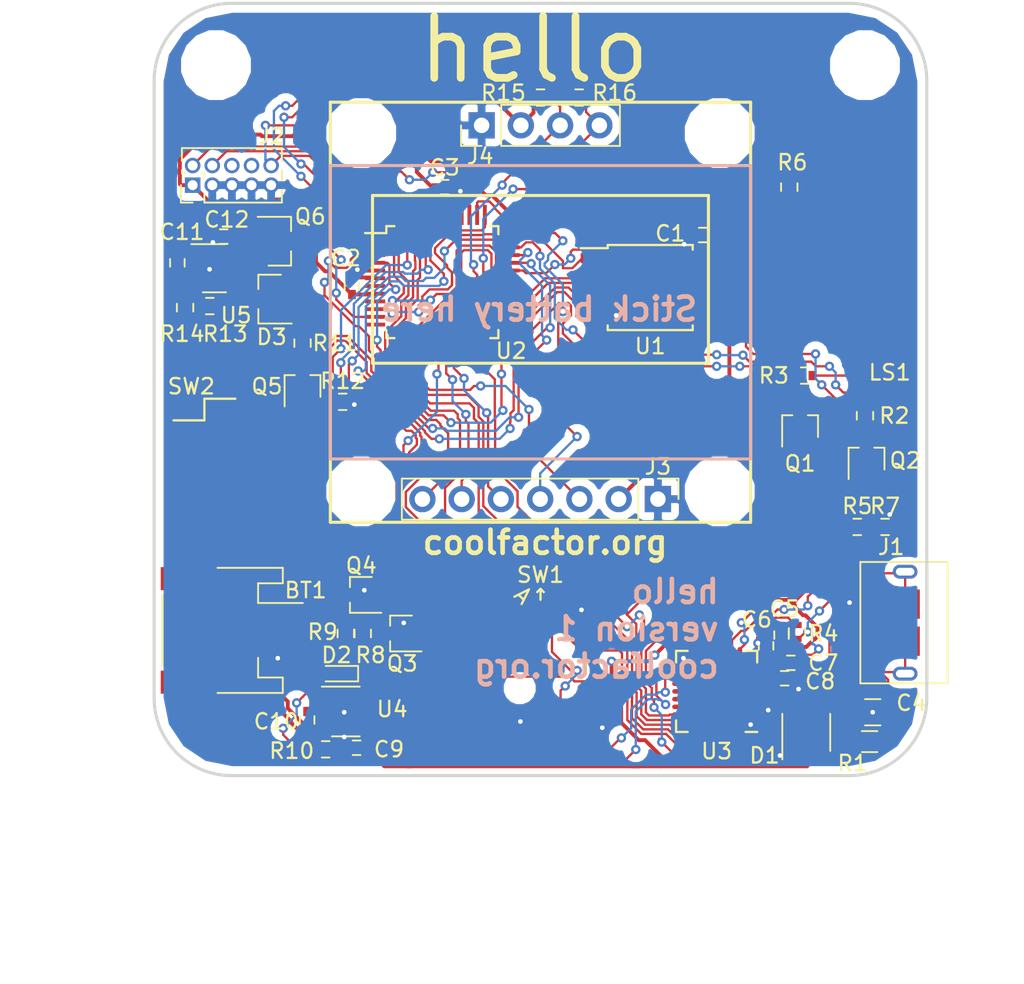
<source format=kicad_pcb>
(kicad_pcb (version 4) (host pcbnew 4.0.7-e2-6376~61~ubuntu18.04.1)
  (layers (0 F.Cu signal) (31 B.Cu signal) (34 B.Paste user) (35 F.Paste user) (36 B.SilkS user) (37 F.SilkS user) (38 B.Mask user) (39 F.Mask user) (44 Edge.Cuts user))
  (net 0 "")
  (net 1 "Net-(BT1-Pad1)")
  (net 2 GND)
  (net 3 +3V3)
  (net 4 "Net-(C4-Pad2)")
  (net 5 VBUS)
  (net 6 "Net-(C7-Pad1)")
  (net 7 "Net-(C11-Pad1)")
  (net 8 "Net-(D2-Pad2)")
  (net 9 "Net-(D2-Pad1)")
  (net 10 "Net-(J1-Pad4)")
  (net 11 SWDIO)
  (net 12 SWDCLK)
  (net 13 "Net-(J2-Pad6)")
  (net 14 "Net-(J2-Pad8)")
  (net 15 MCU_RESET)
  (net 16 DISP_SCK)
  (net 17 DISP_SDA)
  (net 18 DISP_RES)
  (net 19 DISP_DC)
  (net 20 DISP_CS)
  (net 21 DISP_I2C_SCK)
  (net 22 DISP_I2C_SDA)
  (net 23 "Net-(LS1-Pad1)")
  (net 24 "Net-(LS1-Pad2)")
  (net 25 UART_CTS)
  (net 26 MCU_ISP)
  (net 27 "Net-(Q2-Pad3)")
  (net 28 "Net-(Q3-Pad1)")
  (net 29 "Net-(Q3-Pad3)")
  (net 30 "Net-(Q4-Pad1)")
  (net 31 "Net-(Q4-Pad3)")
  (net 32 BAT_MON_EN)
  (net 33 BAT_MON)
  (net 34 "Net-(Q5-Pad3)")
  (net 35 "Net-(R4-Pad1)")
  (net 36 USBDETECT)
  (net 37 "Net-(R6-Pad2)")
  (net 38 "Net-(R8-Pad1)")
  (net 39 "Net-(R13-Pad2)")
  (net 40 "Net-(R14-Pad2)")
  (net 41 BUT_UP)
  (net 42 BUT_CENT)
  (net 43 BUT_LEFT)
  (net 44 BUT_RIGHT)
  (net 45 BUT_DOWN)
  (net 46 "Net-(SW2-Pad1)")
  (net 47 FLASH_CS)
  (net 48 FLASH_MISO)
  (net 49 FLASH_~WP~)
  (net 50 FLASH_MOSI)
  (net 51 FLASH_SCK)
  (net 52 FLASH_~RESET~)
  (net 53 "Net-(U2-Pad7)")
  (net 54 "Net-(U2-Pad9)")
  (net 55 "Net-(U2-Pad12)")
  (net 56 "Net-(U2-Pad17)")
  (net 57 "Net-(U2-Pad21)")
  (net 58 "Net-(U2-Pad24)")
  (net 59 "Net-(U2-Pad25)")
  (net 60 "Net-(U2-Pad26)")
  (net 61 "Net-(U2-Pad30)")
  (net 62 "Net-(U2-Pad31)")
  (net 63 "Net-(U2-Pad40)")
  (net 64 "Net-(U2-Pad42)")
  (net 65 UART_RTS)
  (net 66 UART_RXD)
  (net 67 UART_TXD)
  (net 68 "Net-(U3-Pad1)")
  (net 69 "Net-(U3-Pad2)")
  (net 70 "Net-(U3-Pad10)")
  (net 71 "Net-(U3-Pad11)")
  (net 72 "Net-(U3-Pad12)")
  (net 73 "Net-(U3-Pad14)")
  (net 74 "Net-(U3-Pad16)")
  (net 75 "Net-(U3-Pad17)")
  (net 76 "Net-(U3-Pad18)")
  (net 77 "Net-(U3-Pad19)")
  (net 78 "Net-(U3-Pad20)")
  (net 79 "Net-(U3-Pad22)")
  (net 80 "Net-(U3-Pad27)")
  (net 81 CONTROL_ENABLE)
  (net 82 DTR)
  (net 83 /D+)
  (net 84 /D-)
  (module hello:USB_Micro-B_10118193-0001LF (layer F.Cu) (at 123.6 115.1 90)
    (fp_text reference J1 (at 4.9 -0.9 180) (layer F.SilkS))
    (fp_text value USB_OTG)
    (pad 1 smd rect (at -1.3 -2.675 180) (size 1.35 0.4) (layers F.Cu F.Paste F.Mask) (net 5 VBUS))
    (pad 2 smd rect (at -0.65 -2.675 180) (size 1.35 0.4) (layers F.Cu F.Paste F.Mask) (net 84 /D-))
    (pad 3 smd rect (at 0 -2.675 180) (size 1.35 0.4) (layers F.Cu F.Paste F.Mask) (net 83 /D+))
    (pad 4 smd rect (at 0.65 -2.675 180) (size 1.35 0.4) (layers F.Cu F.Paste F.Mask) (net 10 "Net-(J1-Pad4)"))
    (pad 5 smd rect (at 1.3 -2.675 180) (size 1.35 0.4) (layers F.Cu F.Paste F.Mask) (net 2 GND))
    (pad 6 smd rect (at -3.2 -2.45 90) (size 1.6 1.4) (layers F.Cu F.Paste F.Mask) (net 4 "Net-(C4-Pad2)"))
    (pad 6 smd rect (at 3.2 -2.45 90) (size 1.6 1.4) (layers F.Cu F.Paste F.Mask) (net 4 "Net-(C4-Pad2)"))
    (pad 6 thru_hole oval (at -3.3 0 180) (size 1.6 0.9) (drill oval 1.2 0.5) (layers *.Cu *.Mask) (net 4 "Net-(C4-Pad2)"))
    (pad 6 thru_hole oval (at 3.3 0 180) (size 1.6 0.9) (drill oval 1.2 0.5) (layers *.Cu *.Mask) (net 4 "Net-(C4-Pad2)"))
    (pad 6 smd rect (at -1.2 0 90) (size 1.9 1.9) (layers F.Cu F.Paste F.Mask) (net 4 "Net-(C4-Pad2)"))
    (pad 6 smd rect (at 1.2 0 90) (size 1.9 1.9) (layers F.Cu F.Paste F.Mask) (net 4 "Net-(C4-Pad2)"))
  )
  (module Housings_DFN_QFN:QFN-28-1EP_5x5mm_Pitch0.5mm (layer F.Cu) (at 111.4 119.55 180)
    (fp_text reference U3 (at 0 -3.875 180) (layer F.SilkS))
    (fp_text value CP2102N-A01-GQFN28)
    (pad 1 smd oval (at -2.45 -1.5 180) (size 0.85 0.3) (layers F.Cu F.Paste F.Mask) (net 68 "Net-(U3-Pad1)"))
    (pad 2 smd oval (at -2.45 -1 180) (size 0.85 0.3) (layers F.Cu F.Paste F.Mask) (net 69 "Net-(U3-Pad2)"))
    (pad 3 smd oval (at -2.45 -0.5 180) (size 0.85 0.3) (layers F.Cu F.Paste F.Mask) (net 2 GND))
    (pad 4 smd oval (at -2.45 0 180) (size 0.85 0.3) (layers F.Cu F.Paste F.Mask) (net 83 /D+))
    (pad 5 smd oval (at -2.45 0.5 180) (size 0.85 0.3) (layers F.Cu F.Paste F.Mask) (net 84 /D-))
    (pad 6 smd oval (at -2.45 1 180) (size 0.85 0.3) (layers F.Cu F.Paste F.Mask) (net 6 "Net-(C7-Pad1)"))
    (pad 7 smd oval (at -2.45 1.5 180) (size 0.85 0.3) (layers F.Cu F.Paste F.Mask) (net 5 VBUS))
    (pad 8 smd oval (at -1.5 2.45 270) (size 0.85 0.3) (layers F.Cu F.Paste F.Mask) (net 36 USBDETECT))
    (pad 9 smd oval (at -1 2.45 270) (size 0.85 0.3) (layers F.Cu F.Paste F.Mask) (net 35 "Net-(R4-Pad1)"))
    (pad 10 smd oval (at -0.5 2.45 270) (size 0.85 0.3) (layers F.Cu F.Paste F.Mask) (net 70 "Net-(U3-Pad10)"))
    (pad 11 smd oval (at 0 2.45 270) (size 0.85 0.3) (layers F.Cu F.Paste F.Mask) (net 71 "Net-(U3-Pad11)"))
    (pad 12 smd oval (at 0.5 2.45 270) (size 0.85 0.3) (layers F.Cu F.Paste F.Mask) (net 72 "Net-(U3-Pad12)"))
    (pad 13 smd oval (at 1 2.45 270) (size 0.85 0.3) (layers F.Cu F.Paste F.Mask) (net 30 "Net-(Q4-Pad1)"))
    (pad 14 smd oval (at 1.5 2.45 270) (size 0.85 0.3) (layers F.Cu F.Paste F.Mask) (net 73 "Net-(U3-Pad14)"))
    (pad 15 smd oval (at 2.45 1.5 180) (size 0.85 0.3) (layers F.Cu F.Paste F.Mask) (net 28 "Net-(Q3-Pad1)"))
    (pad 16 smd oval (at 2.45 1 180) (size 0.85 0.3) (layers F.Cu F.Paste F.Mask) (net 74 "Net-(U3-Pad16)"))
    (pad 17 smd oval (at 2.45 0.5 180) (size 0.85 0.3) (layers F.Cu F.Paste F.Mask) (net 75 "Net-(U3-Pad17)"))
    (pad 18 smd oval (at 2.45 0 180) (size 0.85 0.3) (layers F.Cu F.Paste F.Mask) (net 76 "Net-(U3-Pad18)"))
    (pad 19 smd oval (at 2.45 -0.5 180) (size 0.85 0.3) (layers F.Cu F.Paste F.Mask) (net 77 "Net-(U3-Pad19)"))
    (pad 20 smd oval (at 2.45 -1 180) (size 0.85 0.3) (layers F.Cu F.Paste F.Mask) (net 78 "Net-(U3-Pad20)"))
    (pad 21 smd oval (at 2.45 -1.5 180) (size 0.85 0.3) (layers F.Cu F.Paste F.Mask) (net 81 CONTROL_ENABLE))
    (pad 22 smd oval (at 1.5 -2.45 270) (size 0.85 0.3) (layers F.Cu F.Paste F.Mask) (net 79 "Net-(U3-Pad22)"))
    (pad 23 smd oval (at 1 -2.45 270) (size 0.85 0.3) (layers F.Cu F.Paste F.Mask) (net 65 UART_RTS))
    (pad 24 smd oval (at 0.5 -2.45 270) (size 0.85 0.3) (layers F.Cu F.Paste F.Mask) (net 25 UART_CTS))
    (pad 25 smd oval (at 0 -2.45 270) (size 0.85 0.3) (layers F.Cu F.Paste F.Mask) (net 67 UART_TXD))
    (pad 26 smd oval (at -0.5 -2.45 270) (size 0.85 0.3) (layers F.Cu F.Paste F.Mask) (net 66 UART_RXD))
    (pad 27 smd oval (at -1 -2.45 270) (size 0.85 0.3) (layers F.Cu F.Paste F.Mask) (net 80 "Net-(U3-Pad27)"))
    (pad 28 smd oval (at -1.5 -2.45 270) (size 0.85 0.3) (layers F.Cu F.Paste F.Mask) (net 82 DTR))
    (pad 29 smd rect (at 0.8375 0.8375 180) (size 1.675 1.675) (layers F.Cu F.Paste F.Mask) (net 2 GND))
    (pad 29 smd rect (at 0.8375 -0.8375 180) (size 1.675 1.675) (layers F.Cu F.Paste F.Mask) (net 2 GND))
    (pad 29 smd rect (at -0.8375 0.8375 180) (size 1.675 1.675) (layers F.Cu F.Paste F.Mask) (net 2 GND))
    (pad 29 smd rect (at -0.8375 -0.8375 180) (size 1.675 1.675) (layers F.Cu F.Paste F.Mask) (net 2 GND))
  )
  (module Mounting_Holes:MountingHole_3.5mm (layer F.Cu) (at 88.4 83.4)
    (fp_text reference REF** hide)
    (fp_text value MountingHole_3.5mm hide)
    (pad 1 np_thru_hole circle (at 0 0) (size 3.5 3.5) (drill 3.5) (layers *.Cu *.Mask))
  )
  (module Mounting_Holes:MountingHole_3.5mm (layer F.Cu) (at 111.6 83.4)
    (fp_text reference REF** hide)
    (fp_text value MountingHole_3.5mm hide)
    (pad 1 np_thru_hole circle (at 0 0) (size 3.5 3.5) (drill 3.5) (layers *.Cu *.Mask))
  )
  (module Mounting_Holes:MountingHole_3.5mm (layer F.Cu) (at 88.4 106.6)
    (fp_text reference REF** hide)
    (fp_text value MountingHole_3.5mm hide)
    (pad 1 np_thru_hole circle (at 0 0) (size 3.5 3.5) (drill 3.5) (layers *.Cu *.Mask))
  )
  (module Mounting_Holes:MountingHole_3.5mm (layer F.Cu) (at 111.6 106.6)
    (fp_text reference REF** hide)
    (fp_text value MountingHole_3.5mm hide)
    (pad 1 np_thru_hole circle (at 0 0) (size 3.5 3.5) (drill 3.5) (layers *.Cu *.Mask))
  )
  (module Mounting_Holes:MountingHole_3.5mm (layer F.Cu) (at 79 79)
    (fp_text reference REF** hide)
    (fp_text value MountingHole_3.5mm hide)
    (pad 1 np_thru_hole circle (at 0 0) (size 3.5 3.5) (drill 3.5) (layers *.Cu *.Mask))
  )
  (module Mounting_Holes:MountingHole_3.5mm (layer F.Cu) (at 121 79)
    (fp_text reference REF** hide)
    (fp_text value MountingHole_3.5mm hide)
    (pad 1 np_thru_hole circle (at 0 0) (size 3.5 3.5) (drill 3.5) (layers *.Cu *.Mask))
  )
  (module Connectors_JST:JST_PH_S2B-PH-SM4-TB_02x2.00mm_Angled (layer F.Cu) (at 80 115.6 270)
    (fp_text reference BT1 (at -2.6 -4.8 360) (layer F.SilkS))
    (fp_text value LiPo)
    (pad 1 smd rect (at -1 -2.875 270) (size 1 3.5) (layers F.Cu F.Paste F.Mask) (net 1 "Net-(BT1-Pad1)"))
    (pad 2 smd rect (at 1 -2.875 270) (size 1 3.5) (layers F.Cu F.Paste F.Mask) (net 2 GND))
    (pad "" smd rect (at -3.35 2.875 270) (size 1.5 3.4) (layers F.Cu F.Paste F.Mask))
    (pad "" smd rect (at 3.35 2.875 270) (size 1.5 3.4) (layers F.Cu F.Paste F.Mask))
  )
  (module Capacitors_SMD:C_0402 (layer F.Cu) (at 110.5 90 180)
    (fp_text reference C1 (at 2.1 0.1 180) (layer F.SilkS))
    (fp_text value 100nF)
    (pad 1 smd rect (at -0.55 0 180) (size 0.6 0.5) (layers F.Cu F.Paste F.Mask) (net 3 +3V3))
    (pad 2 smd rect (at 0.55 0 180) (size 0.6 0.5) (layers F.Cu F.Paste F.Mask) (net 2 GND))
  )
  (module Capacitors_SMD:C_0402 (layer F.Cu) (at 87.8 93.3 90)
    (fp_text reference C2 (at 1.8 -0.4 180) (layer F.SilkS))
    (fp_text value 100nF)
    (pad 1 smd rect (at -0.55 0 90) (size 0.6 0.5) (layers F.Cu F.Paste F.Mask) (net 3 +3V3))
    (pad 2 smd rect (at 0.55 0 90) (size 0.6 0.5) (layers F.Cu F.Paste F.Mask) (net 2 GND))
  )
  (module Capacitors_SMD:C_0402 (layer F.Cu) (at 93.8 86.9)
    (fp_text reference C3 (at 0 -1.27) (layer F.SilkS))
    (fp_text value 100nF)
    (pad 1 smd rect (at -0.55 0) (size 0.6 0.5) (layers F.Cu F.Paste F.Mask) (net 3 +3V3))
    (pad 2 smd rect (at 0.55 0) (size 0.6 0.5) (layers F.Cu F.Paste F.Mask) (net 2 GND))
  )
  (module Capacitors_SMD:C_0805 (layer F.Cu) (at 121.5 120.9)
    (fp_text reference C4 (at 2.5 -0.6) (layer F.SilkS))
    (fp_text value 100pF)
    (pad 1 smd rect (at -1 0) (size 1 1.25) (layers F.Cu F.Paste F.Mask) (net 2 GND))
    (pad 2 smd rect (at 1 0) (size 1 1.25) (layers F.Cu F.Paste F.Mask) (net 4 "Net-(C4-Pad2)"))
  )
  (module Capacitors_SMD:C_0402 (layer F.Cu) (at 115.6 115.9 90)
    (fp_text reference C5 (at 1.7 0.2 180) (layer F.SilkS))
    (fp_text value 4.7uF)
    (pad 1 smd rect (at -0.55 0 90) (size 0.6 0.5) (layers F.Cu F.Paste F.Mask) (net 5 VBUS))
    (pad 2 smd rect (at 0.55 0 90) (size 0.6 0.5) (layers F.Cu F.Paste F.Mask) (net 2 GND))
  )
  (module Capacitors_SMD:C_0402 (layer F.Cu) (at 114.6 116.6 90)
    (fp_text reference C6 (at 1.7 -0.6 180) (layer F.SilkS))
    (fp_text value 100nF)
    (pad 1 smd rect (at -0.55 0 90) (size 0.6 0.5) (layers F.Cu F.Paste F.Mask) (net 5 VBUS))
    (pad 2 smd rect (at 0.55 0 90) (size 0.6 0.5) (layers F.Cu F.Paste F.Mask) (net 2 GND))
  )
  (module Capacitors_SMD:C_0402 (layer F.Cu) (at 116.2 117.7)
    (fp_text reference C7 (at 2.1 0) (layer F.SilkS))
    (fp_text value 4.7uF)
    (pad 1 smd rect (at -0.55 0) (size 0.6 0.5) (layers F.Cu F.Paste F.Mask) (net 6 "Net-(C7-Pad1)"))
    (pad 2 smd rect (at 0.55 0) (size 0.6 0.5) (layers F.Cu F.Paste F.Mask) (net 2 GND))
  )
  (module Capacitors_SMD:C_0402 (layer F.Cu) (at 115.8 118.7)
    (fp_text reference C8 (at 2.3 0.2) (layer F.SilkS))
    (fp_text value 100nF)
    (pad 1 smd rect (at -0.55 0) (size 0.6 0.5) (layers F.Cu F.Paste F.Mask) (net 6 "Net-(C7-Pad1)"))
    (pad 2 smd rect (at 0.55 0) (size 0.6 0.5) (layers F.Cu F.Paste F.Mask) (net 2 GND))
  )
  (module Capacitors_SMD:C_0402 (layer F.Cu) (at 88.1 123.2 180)
    (fp_text reference C9 (at -2.1 -0.1 180) (layer F.SilkS))
    (fp_text value 4.7uF)
    (pad 1 smd rect (at -0.55 0 180) (size 0.6 0.5) (layers F.Cu F.Paste F.Mask) (net 5 VBUS))
    (pad 2 smd rect (at 0.55 0 180) (size 0.6 0.5) (layers F.Cu F.Paste F.Mask) (net 2 GND))
  )
  (module Capacitors_SMD:C_0402 (layer F.Cu) (at 84.9 121.4 90)
    (fp_text reference C10 (at -0.1 -2 180) (layer F.SilkS))
    (fp_text value 4.7uF)
    (pad 1 smd rect (at -0.55 0 90) (size 0.6 0.5) (layers F.Cu F.Paste F.Mask) (net 1 "Net-(BT1-Pad1)"))
    (pad 2 smd rect (at 0.55 0 90) (size 0.6 0.5) (layers F.Cu F.Paste F.Mask) (net 2 GND))
  )
  (module Capacitors_SMD:C_0402 (layer F.Cu) (at 76.5 91.8 270)
    (fp_text reference C11 (at -2 -0.3 360) (layer F.SilkS))
    (fp_text value 1uF)
    (pad 1 smd rect (at -0.55 0 270) (size 0.6 0.5) (layers F.Cu F.Paste F.Mask) (net 7 "Net-(C11-Pad1)"))
    (pad 2 smd rect (at 0.55 0 270) (size 0.6 0.5) (layers F.Cu F.Paste F.Mask) (net 2 GND))
  )
  (module Capacitors_SMD:C_0402 (layer F.Cu) (at 79.5 90.1 180)
    (fp_text reference C12 (at -0.2 1.1 180) (layer F.SilkS))
    (fp_text value 1uF)
    (pad 1 smd rect (at -0.55 0 180) (size 0.6 0.5) (layers F.Cu F.Paste F.Mask) (net 3 +3V3))
    (pad 2 smd rect (at 0.55 0 180) (size 0.6 0.5) (layers F.Cu F.Paste F.Mask) (net 2 GND))
  )
  (module TO_SOT_Packages_SMD:SOT-143 (layer F.Cu) (at 117.2 122.2 90)
    (fp_text reference D1 (at -1.5 -2.7 180) (layer F.SilkS))
    (fp_text value SP0503BAHTG)
    (pad 1 smd rect (at -1.1 -0.77) (size 1.2 1.4) (layers F.Cu F.Paste F.Mask) (net 2 GND))
    (pad 2 smd rect (at -1.1 0.95) (size 1 1.4) (layers F.Cu F.Paste F.Mask) (net 5 VBUS))
    (pad 3 smd rect (at 1.1 0.95) (size 1 1.4) (layers F.Cu F.Paste F.Mask) (net 84 /D-))
    (pad 4 smd rect (at 1.1 -0.95) (size 1 1.4) (layers F.Cu F.Paste F.Mask) (net 83 /D+))
  )
  (module LEDs:LED_0603 (layer F.Cu) (at 86.9 118.4 180)
    (fp_text reference D2 (at 0.1 1.2 180) (layer F.SilkS))
    (fp_text value RED)
    (pad 2 smd rect (at 0.8 0) (size 0.8 0.8) (layers F.Cu F.Paste F.Mask) (net 8 "Net-(D2-Pad2)"))
    (pad 1 smd rect (at -0.8 0) (size 0.8 0.8) (layers F.Cu F.Paste F.Mask) (net 9 "Net-(D2-Pad1)"))
  )
  (module TO_SOT_Packages_SMD:SOT-23 (layer F.Cu) (at 82.5 94.15 180)
    (fp_text reference D3 (at -0.1 -2.45 180) (layer F.SilkS))
    (fp_text value BAS116)
    (pad 1 smd rect (at -1 -0.95 180) (size 0.9 0.8) (layers F.Cu F.Paste F.Mask) (net 5 VBUS))
    (pad 2 smd rect (at -1 0.95 180) (size 0.9 0.8) (layers F.Cu F.Paste F.Mask))
    (pad 3 smd rect (at 1 0 180) (size 0.9 0.8) (layers F.Cu F.Paste F.Mask) (net 7 "Net-(C11-Pad1)"))
  )
  (module Pin_Headers:Pin_Header_Straight_2x05_Pitch1.27mm (layer F.Cu) (at 77.49 86.77 90)
    (fp_text reference J2 (at 3.17 5.11 180) (layer F.SilkS))
    (fp_text value Conn_02x05_Odd_Even)
    (pad 1 thru_hole rect (at 0 0 90) (size 1 1) (drill 0.65) (layers *.Cu *.Mask) (net 3 +3V3))
    (pad 2 thru_hole oval (at 1.27 0 90) (size 1 1) (drill 0.65) (layers *.Cu *.Mask) (net 11 SWDIO))
    (pad 3 thru_hole oval (at 0 1.27 90) (size 1 1) (drill 0.65) (layers *.Cu *.Mask) (net 2 GND))
    (pad 4 thru_hole oval (at 1.27 1.27 90) (size 1 1) (drill 0.65) (layers *.Cu *.Mask) (net 12 SWDCLK))
    (pad 5 thru_hole oval (at 0 2.54 90) (size 1 1) (drill 0.65) (layers *.Cu *.Mask) (net 2 GND))
    (pad 6 thru_hole oval (at 1.27 2.54 90) (size 1 1) (drill 0.65) (layers *.Cu *.Mask) (net 13 "Net-(J2-Pad6)"))
    (pad 7 thru_hole oval (at 0 3.81 90) (size 1 1) (drill 0.65) (layers *.Cu *.Mask) (net 2 GND))
    (pad 8 thru_hole oval (at 1.27 3.81 90) (size 1 1) (drill 0.65) (layers *.Cu *.Mask) (net 14 "Net-(J2-Pad8)"))
    (pad 9 thru_hole oval (at 0 5.08 90) (size 1 1) (drill 0.65) (layers *.Cu *.Mask) (net 2 GND))
    (pad 10 thru_hole oval (at 1.27 5.08 90) (size 1 1) (drill 0.65) (layers *.Cu *.Mask) (net 15 MCU_RESET))
  )
  (module Pin_Headers:Pin_Header_Straight_1x07_Pitch2.54mm (layer F.Cu) (at 107.6 107.1 270)
    (fp_text reference J3 (at -2.1 0 360) (layer F.SilkS))
    (fp_text value Conn_01x07)
    (pad 1 thru_hole rect (at 0 0 270) (size 1.7 1.7) (drill 1) (layers *.Cu *.Mask) (net 2 GND))
    (pad 2 thru_hole oval (at 0 2.54 270) (size 1.7 1.7) (drill 1) (layers *.Cu *.Mask) (net 3 +3V3))
    (pad 3 thru_hole oval (at 0 5.08 270) (size 1.7 1.7) (drill 1) (layers *.Cu *.Mask) (net 16 DISP_SCK))
    (pad 4 thru_hole oval (at 0 7.62 270) (size 1.7 1.7) (drill 1) (layers *.Cu *.Mask) (net 17 DISP_SDA))
    (pad 5 thru_hole oval (at 0 10.16 270) (size 1.7 1.7) (drill 1) (layers *.Cu *.Mask) (net 18 DISP_RES))
    (pad 6 thru_hole oval (at 0 12.7 270) (size 1.7 1.7) (drill 1) (layers *.Cu *.Mask) (net 19 DISP_DC))
    (pad 7 thru_hole oval (at 0 15.24 270) (size 1.7 1.7) (drill 1) (layers *.Cu *.Mask) (net 20 DISP_CS))
  )
  (module Pin_Headers:Pin_Header_Straight_1x04_Pitch2.54mm (layer F.Cu) (at 96.19 82.9 90)
    (fp_text reference J4 (at -2 -0.09 180) (layer F.SilkS))
    (fp_text value Conn_01x04)
    (pad 1 thru_hole rect (at 0 0 90) (size 1.7 1.7) (drill 1) (layers *.Cu *.Mask) (net 2 GND))
    (pad 2 thru_hole oval (at 0 2.54 90) (size 1.7 1.7) (drill 1) (layers *.Cu *.Mask) (net 3 +3V3))
    (pad 3 thru_hole oval (at 0 5.08 90) (size 1.7 1.7) (drill 1) (layers *.Cu *.Mask) (net 21 DISP_I2C_SCK))
    (pad 4 thru_hole oval (at 0 7.62 90) (size 1.7 1.7) (drill 1) (layers *.Cu *.Mask) (net 22 DISP_I2C_SDA))
  )
  (module hello:PKMCS0909E4000-R1 (layer F.Cu) (at 119.3 93)
    (fp_text reference LS1 (at 3.3 5.9) (layer F.SilkS))
    (fp_text value Speaker_Crystal)
    (pad 1 smd rect (at -4.35 0) (size 1.3 3.4) (layers F.Cu F.Paste F.Mask) (net 23 "Net-(LS1-Pad1)"))
    (pad 2 smd rect (at 4.35 0) (size 1.3 3.4) (layers F.Cu F.Paste F.Mask) (net 24 "Net-(LS1-Pad2)"))
  )
  (module TO_SOT_Packages_SMD:SOT-323_SC-70 (layer F.Cu) (at 116.8 102.4 90)
    (fp_text reference Q1 (at -2.4 0 180) (layer F.SilkS))
    (fp_text value DMG1012UW)
    (pad 1 smd rect (at -1 -0.65) (size 0.45 0.7) (layers F.Cu F.Paste F.Mask) (net 81 CONTROL_ENABLE))
    (pad 2 smd rect (at -1 0.65) (size 0.45 0.7) (layers F.Cu F.Paste F.Mask) (net 25 UART_CTS))
    (pad 3 smd rect (at 1 0) (size 0.45 0.7) (layers F.Cu F.Paste F.Mask) (net 26 MCU_ISP))
  )
  (module TO_SOT_Packages_SMD:SOT-323_SC-70 (layer F.Cu) (at 121.1 104.5 90)
    (fp_text reference Q2 (at -0.1 2.5 180) (layer F.SilkS))
    (fp_text value DMG1012UW)
    (pad 1 smd rect (at -1 -0.65) (size 0.45 0.7) (layers F.Cu F.Paste F.Mask) (net 81 CONTROL_ENABLE))
    (pad 2 smd rect (at -1 0.65) (size 0.45 0.7) (layers F.Cu F.Paste F.Mask) (net 82 DTR))
    (pad 3 smd rect (at 1 0) (size 0.45 0.7) (layers F.Cu F.Paste F.Mask) (net 27 "Net-(Q2-Pad3)"))
  )
  (module TO_SOT_Packages_SMD:SOT-323_SC-70 (layer F.Cu) (at 91 115.8 180)
    (fp_text reference Q3 (at -0.05 -1.95 180) (layer F.SilkS))
    (fp_text value DMG1012UW)
    (pad 1 smd rect (at -1 -0.65 90) (size 0.45 0.7) (layers F.Cu F.Paste F.Mask) (net 28 "Net-(Q3-Pad1)"))
    (pad 2 smd rect (at -1 0.65 90) (size 0.45 0.7) (layers F.Cu F.Paste F.Mask) (net 2 GND))
    (pad 3 smd rect (at 1 0 90) (size 0.45 0.7) (layers F.Cu F.Paste F.Mask) (net 29 "Net-(Q3-Pad3)"))
  )
  (module TO_SOT_Packages_SMD:SOT-323_SC-70 (layer F.Cu) (at 88.4 113.3 180)
    (fp_text reference Q4 (at 0 1.9 180) (layer F.SilkS))
    (fp_text value DMG1012UW)
    (pad 1 smd rect (at -1 -0.65 90) (size 0.45 0.7) (layers F.Cu F.Paste F.Mask) (net 30 "Net-(Q4-Pad1)"))
    (pad 2 smd rect (at -1 0.65 90) (size 0.45 0.7) (layers F.Cu F.Paste F.Mask) (net 2 GND))
    (pad 3 smd rect (at 1 0 90) (size 0.45 0.7) (layers F.Cu F.Paste F.Mask) (net 31 "Net-(Q4-Pad3)"))
  )
  (module TO_SOT_Packages_SMD:SOT-323_SC-70 (layer F.Cu) (at 84.6 99.8 90)
    (fp_text reference Q5 (at 0 -2.3 180) (layer F.SilkS))
    (fp_text value DMG1012UW)
    (pad 1 smd rect (at -1 -0.65) (size 0.45 0.7) (layers F.Cu F.Paste F.Mask) (net 32 BAT_MON_EN))
    (pad 2 smd rect (at -1 0.65) (size 0.45 0.7) (layers F.Cu F.Paste F.Mask) (net 33 BAT_MON))
    (pad 3 smd rect (at 1 0) (size 0.45 0.7) (layers F.Cu F.Paste F.Mask) (net 34 "Net-(Q5-Pad3)"))
  )
  (module TO_SOT_Packages_SMD:SOT-23 (layer F.Cu) (at 83.1 90.4)
    (fp_text reference Q6 (at 2 -1.6) (layer F.SilkS))
    (fp_text value NTR1P02T1G)
    (pad 1 smd rect (at -1 -0.95) (size 0.9 0.8) (layers F.Cu F.Paste F.Mask) (net 5 VBUS))
    (pad 2 smd rect (at -1 0.95) (size 0.9 0.8) (layers F.Cu F.Paste F.Mask) (net 7 "Net-(C11-Pad1)"))
    (pad 3 smd rect (at 1 0) (size 0.9 0.8) (layers F.Cu F.Paste F.Mask) (net 1 "Net-(BT1-Pad1)"))
  )
  (module Resistors_SMD:R_0603 (layer F.Cu) (at 121.3 122.8)
    (fp_text reference R1 (at -1.1 1.4) (layer F.SilkS))
    (fp_text value 1M)
    (pad 1 smd rect (at -0.75 0) (size 0.5 0.9) (layers F.Cu F.Paste F.Mask) (net 2 GND))
    (pad 2 smd rect (at 0.75 0) (size 0.5 0.9) (layers F.Cu F.Paste F.Mask) (net 4 "Net-(C4-Pad2)"))
  )
  (module Resistors_SMD:R_0402 (layer F.Cu) (at 121 101.7 90)
    (fp_text reference R2 (at 0 1.9 180) (layer F.SilkS))
    (fp_text value 1k)
    (pad 1 smd rect (at -0.45 0 90) (size 0.4 0.6) (layers F.Cu F.Paste F.Mask) (net 27 "Net-(Q2-Pad3)"))
    (pad 2 smd rect (at 0.45 0 90) (size 0.4 0.6) (layers F.Cu F.Paste F.Mask) (net 15 MCU_RESET))
  )
  (module Resistors_SMD:R_0402 (layer F.Cu) (at 117.1 99.1)
    (fp_text reference R3 (at -2 0) (layer F.SilkS))
    (fp_text value 100k)
    (pad 1 smd rect (at -0.45 0) (size 0.4 0.6) (layers F.Cu F.Paste F.Mask) (net 81 CONTROL_ENABLE))
    (pad 2 smd rect (at 0.45 0) (size 0.4 0.6) (layers F.Cu F.Paste F.Mask) (net 6 "Net-(C7-Pad1)"))
  )
  (module Resistors_SMD:R_0402 (layer F.Cu) (at 116.6 115.7 270)
    (fp_text reference R4 (at 0.1 -1.7 360) (layer F.SilkS))
    (fp_text value 1k)
    (pad 1 smd rect (at -0.45 0 270) (size 0.4 0.6) (layers F.Cu F.Paste F.Mask) (net 35 "Net-(R4-Pad1)"))
    (pad 2 smd rect (at 0.45 0 270) (size 0.4 0.6) (layers F.Cu F.Paste F.Mask) (net 6 "Net-(C7-Pad1)"))
  )
  (module Resistors_SMD:R_0402 (layer F.Cu) (at 120.5 108.9)
    (fp_text reference R5 (at 0 -1.35) (layer F.SilkS))
    (fp_text value 22k1)
    (pad 1 smd rect (at -0.45 0) (size 0.4 0.6) (layers F.Cu F.Paste F.Mask) (net 5 VBUS))
    (pad 2 smd rect (at 0.45 0) (size 0.4 0.6) (layers F.Cu F.Paste F.Mask) (net 36 USBDETECT))
  )
  (module Resistors_SMD:R_0402 (layer F.Cu) (at 116.1 86.9 90)
    (fp_text reference R6 (at 1.6 0.2 180) (layer F.SilkS))
    (fp_text value 1k)
    (pad 1 smd rect (at -0.45 0 90) (size 0.4 0.6) (layers F.Cu F.Paste F.Mask) (net 23 "Net-(LS1-Pad1)"))
    (pad 2 smd rect (at 0.45 0 90) (size 0.4 0.6) (layers F.Cu F.Paste F.Mask) (net 37 "Net-(R6-Pad2)"))
  )
  (module Resistors_SMD:R_0402 (layer F.Cu) (at 122.3 108.9)
    (fp_text reference R7 (at 0 -1.35) (layer F.SilkS))
    (fp_text value 47k5)
    (pad 1 smd rect (at -0.45 0) (size 0.4 0.6) (layers F.Cu F.Paste F.Mask) (net 36 USBDETECT))
    (pad 2 smd rect (at 0.45 0) (size 0.4 0.6) (layers F.Cu F.Paste F.Mask) (net 2 GND))
  )
  (module Resistors_SMD:R_0402 (layer F.Cu) (at 88.5 115.8 90)
    (fp_text reference R8 (at -1.4 0.5 180) (layer F.SilkS))
    (fp_text value 6k8)
    (pad 1 smd rect (at -0.45 0 90) (size 0.4 0.6) (layers F.Cu F.Paste F.Mask) (net 38 "Net-(R8-Pad1)"))
    (pad 2 smd rect (at 0.45 0 90) (size 0.4 0.6) (layers F.Cu F.Paste F.Mask) (net 29 "Net-(Q3-Pad3)"))
  )
  (module Resistors_SMD:R_0402 (layer F.Cu) (at 87.4 115.8 90)
    (fp_text reference R9 (at 0.1 -1.5 180) (layer F.SilkS))
    (fp_text value 20k)
    (pad 1 smd rect (at -0.45 0 90) (size 0.4 0.6) (layers F.Cu F.Paste F.Mask) (net 38 "Net-(R8-Pad1)"))
    (pad 2 smd rect (at 0.45 0 90) (size 0.4 0.6) (layers F.Cu F.Paste F.Mask) (net 31 "Net-(Q4-Pad3)"))
  )
  (module Resistors_SMD:R_0402 (layer F.Cu) (at 86.1 123.3 180)
    (fp_text reference R10 (at 2.2 -0.1 180) (layer F.SilkS))
    (fp_text value 470)
    (pad 1 smd rect (at -0.45 0 180) (size 0.4 0.6) (layers F.Cu F.Paste F.Mask) (net 5 VBUS))
    (pad 2 smd rect (at 0.45 0 180) (size 0.4 0.6) (layers F.Cu F.Paste F.Mask) (net 8 "Net-(D2-Pad2)"))
  )
  (module Resistors_SMD:R_0402 (layer F.Cu) (at 84.6 97 270)
    (fp_text reference R11 (at 0 -2.1 360) (layer F.SilkS))
    (fp_text value 100k)
    (pad 1 smd rect (at -0.45 0 270) (size 0.4 0.6) (layers F.Cu F.Paste F.Mask) (net 1 "Net-(BT1-Pad1)"))
    (pad 2 smd rect (at 0.45 0 270) (size 0.4 0.6) (layers F.Cu F.Paste F.Mask) (net 34 "Net-(Q5-Pad3)"))
  )
  (module Resistors_SMD:R_0402 (layer F.Cu) (at 87.2 100.8)
    (fp_text reference R12 (at 0 -1.35) (layer F.SilkS))
    (fp_text value 100k)
    (pad 1 smd rect (at -0.45 0) (size 0.4 0.6) (layers F.Cu F.Paste F.Mask) (net 33 BAT_MON))
    (pad 2 smd rect (at 0.45 0) (size 0.4 0.6) (layers F.Cu F.Paste F.Mask) (net 2 GND))
  )
  (module Resistors_SMD:R_0402 (layer F.Cu) (at 78.6 94.6 180)
    (fp_text reference R13 (at -1 -1.8 180) (layer F.SilkS))
    (fp_text value 100k)
    (pad 1 smd rect (at -0.45 0 180) (size 0.4 0.6) (layers F.Cu F.Paste F.Mask) (net 5 VBUS))
    (pad 2 smd rect (at 0.45 0 180) (size 0.4 0.6) (layers F.Cu F.Paste F.Mask) (net 39 "Net-(R13-Pad2)"))
  )
  (module Resistors_SMD:R_0402 (layer F.Cu) (at 77 94.7 270)
    (fp_text reference R14 (at 1.7 0.2 360) (layer F.SilkS))
    (fp_text value 100k)
    (pad 1 smd rect (at -0.45 0 270) (size 0.4 0.6) (layers F.Cu F.Paste F.Mask) (net 39 "Net-(R13-Pad2)"))
    (pad 2 smd rect (at 0.45 0 270) (size 0.4 0.6) (layers F.Cu F.Paste F.Mask) (net 40 "Net-(R14-Pad2)"))
  )
  (module Resistors_SMD:R_0402 (layer F.Cu) (at 100 81.1)
    (fp_text reference R15 (at -2.4 -0.3) (layer F.SilkS))
    (fp_text value 4k7)
    (pad 1 smd rect (at -0.45 0) (size 0.4 0.6) (layers F.Cu F.Paste F.Mask) (net 3 +3V3))
    (pad 2 smd rect (at 0.45 0) (size 0.4 0.6) (layers F.Cu F.Paste F.Mask) (net 21 DISP_I2C_SCK))
  )
  (module Resistors_SMD:R_0402 (layer F.Cu) (at 102.5 81.1)
    (fp_text reference R16 (at 2.3 -0.3) (layer F.SilkS))
    (fp_text value 4k7)
    (pad 1 smd rect (at -0.45 0) (size 0.4 0.6) (layers F.Cu F.Paste F.Mask) (net 3 +3V3))
    (pad 2 smd rect (at 0.45 0) (size 0.4 0.6) (layers F.Cu F.Paste F.Mask) (net 22 DISP_I2C_SDA))
  )
  (module hello:Multicomp_MCMT5 (layer F.Cu) (at 100 118 315)
    (fp_text reference SW1 (at -4.242641 -4.242641 360) (layer F.SilkS))
    (fp_text value SW_MCMT5)
    (fp_text user A (at -4.1 -2.5 315) (layer F.SilkS))
    (pad 1 smd rect (at -4 -1.425 315) (size 2 1) (layers F.Cu F.Paste F.Mask) (net 41 BUT_UP))
    (pad 2 smd rect (at -4 0 315) (size 2 1) (layers F.Cu F.Paste F.Mask) (net 42 BUT_CENT))
    (pad 3 smd rect (at -4 1.425 315) (size 2 1) (layers F.Cu F.Paste F.Mask) (net 43 BUT_LEFT))
    (pad 4 smd rect (at 4 -1.425 315) (size 2 1) (layers F.Cu F.Paste F.Mask) (net 44 BUT_RIGHT))
    (pad 5 smd rect (at 4 0 315) (size 2 1) (layers F.Cu F.Paste F.Mask) (net 2 GND))
    (pad 6 smd rect (at 4 1.425 315) (size 2 1) (layers F.Cu F.Paste F.Mask) (net 45 BUT_DOWN))
    (pad 7 smd rect (at 0 -4.05 315) (size 2 1.8) (layers F.Cu F.Paste F.Mask) (net 2 GND))
    (pad 7 smd rect (at 0 4.05 315) (size 2 1.8) (layers F.Cu F.Paste F.Mask) (net 2 GND))
    (pad "" np_thru_hole circle (at 0 -1.9 315) (size 0.75 0.75) (drill 0.75) (layers *.Cu *.Mask))
    (pad "" np_thru_hole circle (at 0 1.9 315) (size 1.05 1.05) (drill 1.05) (layers *.Cu *.Mask))
  )
  (module hello:CK_JS202011SCQN (layer F.Cu) (at 79.95 105.3)
    (fp_text reference SW2 (at -2.55 -5.5) (layer F.SilkS))
    (fp_text value SW_DPDT)
    (pad 4 smd rect (at 2.75 -2.5 270) (size 1.2 2.5) (layers F.Cu F.Paste F.Mask))
    (pad 5 smd rect (at 2.75 0 270) (size 1.2 2.5) (layers F.Cu F.Paste F.Mask))
    (pad 6 smd rect (at 2.75 2.5 270) (size 1.2 2.5) (layers F.Cu F.Paste F.Mask))
    (pad 2 smd rect (at -2.75 0 270) (size 1.2 2.5) (layers F.Cu F.Paste F.Mask) (net 40 "Net-(R14-Pad2)"))
    (pad 1 smd rect (at -2.75 -2.5 270) (size 1.2 2.5) (layers F.Cu F.Paste F.Mask) (net 46 "Net-(SW2-Pad1)"))
    (pad 3 smd rect (at -2.75 2.5 270) (size 1.2 2.5) (layers F.Cu F.Paste F.Mask) (net 7 "Net-(C11-Pad1)"))
  )
  (module Housings_SOIC:SOIJ-8_5.3x5.3mm_Pitch1.27mm (layer F.Cu) (at 107.1 93.4)
    (fp_text reference U1 (at 0 3.8) (layer F.SilkS))
    (fp_text value S25FL064L)
    (pad 1 smd rect (at -3.65 -1.905) (size 1.7 0.65) (layers F.Cu F.Paste F.Mask) (net 47 FLASH_CS))
    (pad 2 smd rect (at -3.65 -0.635) (size 1.7 0.65) (layers F.Cu F.Paste F.Mask) (net 48 FLASH_MISO))
    (pad 3 smd rect (at -3.65 0.635) (size 1.7 0.65) (layers F.Cu F.Paste F.Mask) (net 49 FLASH_~WP~))
    (pad 4 smd rect (at -3.65 1.905) (size 1.7 0.65) (layers F.Cu F.Paste F.Mask) (net 2 GND))
    (pad 5 smd rect (at 3.65 1.905) (size 1.7 0.65) (layers F.Cu F.Paste F.Mask) (net 50 FLASH_MOSI))
    (pad 6 smd rect (at 3.65 0.635) (size 1.7 0.65) (layers F.Cu F.Paste F.Mask) (net 51 FLASH_SCK))
    (pad 7 smd rect (at 3.65 -0.635) (size 1.7 0.65) (layers F.Cu F.Paste F.Mask) (net 52 FLASH_~RESET~))
    (pad 8 smd rect (at 3.65 -1.905) (size 1.7 0.65) (layers F.Cu F.Paste F.Mask) (net 3 +3V3))
  )
  (module Housings_QFP:LQFP-48_7x7mm_Pitch0.5mm (layer F.Cu) (at 93.65 93.05)
    (fp_text reference U2 (at 4.45 4.45) (layer F.SilkS))
    (fp_text value LPC1115FBD48/303)
    (pad 1 smd rect (at -4.35 -2.75) (size 1.3 0.25) (layers F.Cu F.Paste F.Mask) (net 37 "Net-(R6-Pad2)"))
    (pad 2 smd rect (at -4.35 -2.25) (size 1.3 0.25) (layers F.Cu F.Paste F.Mask) (net 20 DISP_CS))
    (pad 3 smd rect (at -4.35 -1.75) (size 1.3 0.25) (layers F.Cu F.Paste F.Mask) (net 15 MCU_RESET))
    (pad 4 smd rect (at -4.35 -1.25) (size 1.3 0.25) (layers F.Cu F.Paste F.Mask) (net 26 MCU_ISP))
    (pad 5 smd rect (at -4.35 -0.75) (size 1.3 0.25) (layers F.Cu F.Paste F.Mask) (net 2 GND))
    (pad 6 smd rect (at -4.35 -0.25) (size 1.3 0.25) (layers F.Cu F.Paste F.Mask) (net 2 GND))
    (pad 7 smd rect (at -4.35 0.25) (size 1.3 0.25) (layers F.Cu F.Paste F.Mask) (net 53 "Net-(U2-Pad7)"))
    (pad 8 smd rect (at -4.35 0.75) (size 1.3 0.25) (layers F.Cu F.Paste F.Mask) (net 3 +3V3))
    (pad 9 smd rect (at -4.35 1.25) (size 1.3 0.25) (layers F.Cu F.Paste F.Mask) (net 54 "Net-(U2-Pad9)"))
    (pad 10 smd rect (at -4.35 1.75) (size 1.3 0.25) (layers F.Cu F.Paste F.Mask) (net 47 FLASH_CS))
    (pad 11 smd rect (at -4.35 2.25) (size 1.3 0.25) (layers F.Cu F.Paste F.Mask) (net 24 "Net-(LS1-Pad2)"))
    (pad 12 smd rect (at -4.35 2.75) (size 1.3 0.25) (layers F.Cu F.Paste F.Mask) (net 55 "Net-(U2-Pad12)"))
    (pad 13 smd rect (at -2.75 4.35 90) (size 1.3 0.25) (layers F.Cu F.Paste F.Mask) (net 16 DISP_SCK))
    (pad 14 smd rect (at -2.25 4.35 90) (size 1.3 0.25) (layers F.Cu F.Paste F.Mask) (net 49 FLASH_~WP~))
    (pad 15 smd rect (at -1.75 4.35 90) (size 1.3 0.25) (layers F.Cu F.Paste F.Mask) (net 21 DISP_I2C_SCK))
    (pad 16 smd rect (at -1.25 4.35 90) (size 1.3 0.25) (layers F.Cu F.Paste F.Mask) (net 22 DISP_I2C_SDA))
    (pad 17 smd rect (at -0.75 4.35 90) (size 1.3 0.25) (layers F.Cu F.Paste F.Mask) (net 56 "Net-(U2-Pad17)"))
    (pad 18 smd rect (at -0.25 4.35 90) (size 1.3 0.25) (layers F.Cu F.Paste F.Mask) (net 42 BUT_CENT))
    (pad 19 smd rect (at 0.25 4.35 90) (size 1.3 0.25) (layers F.Cu F.Paste F.Mask) (net 19 DISP_DC))
    (pad 20 smd rect (at 0.75 4.35 90) (size 1.3 0.25) (layers F.Cu F.Paste F.Mask) (net 18 DISP_RES))
    (pad 21 smd rect (at 1.25 4.35 90) (size 1.3 0.25) (layers F.Cu F.Paste F.Mask) (net 57 "Net-(U2-Pad21)"))
    (pad 22 smd rect (at 1.75 4.35 90) (size 1.3 0.25) (layers F.Cu F.Paste F.Mask) (net 51 FLASH_SCK))
    (pad 23 smd rect (at 2.25 4.35 90) (size 1.3 0.25) (layers F.Cu F.Paste F.Mask) (net 25 UART_CTS))
    (pad 24 smd rect (at 2.75 4.35 90) (size 1.3 0.25) (layers F.Cu F.Paste F.Mask) (net 58 "Net-(U2-Pad24)"))
    (pad 25 smd rect (at 4.35 2.75) (size 1.3 0.25) (layers F.Cu F.Paste F.Mask) (net 59 "Net-(U2-Pad25)"))
    (pad 26 smd rect (at 4.35 2.25) (size 1.3 0.25) (layers F.Cu F.Paste F.Mask) (net 60 "Net-(U2-Pad26)"))
    (pad 27 smd rect (at 4.35 1.75) (size 1.3 0.25) (layers F.Cu F.Paste F.Mask) (net 48 FLASH_MISO))
    (pad 28 smd rect (at 4.35 1.25) (size 1.3 0.25) (layers F.Cu F.Paste F.Mask) (net 50 FLASH_MOSI))
    (pad 29 smd rect (at 4.35 0.75) (size 1.3 0.25) (layers F.Cu F.Paste F.Mask) (net 12 SWDCLK))
    (pad 30 smd rect (at 4.35 0.25) (size 1.3 0.25) (layers F.Cu F.Paste F.Mask) (net 61 "Net-(U2-Pad30)"))
    (pad 31 smd rect (at 4.35 -0.25) (size 1.3 0.25) (layers F.Cu F.Paste F.Mask) (net 62 "Net-(U2-Pad31)"))
    (pad 32 smd rect (at 4.35 -0.75) (size 1.3 0.25) (layers F.Cu F.Paste F.Mask) (net 52 FLASH_~RESET~))
    (pad 33 smd rect (at 4.35 -1.25) (size 1.3 0.25) (layers F.Cu F.Paste F.Mask) (net 33 BAT_MON))
    (pad 34 smd rect (at 4.35 -1.75) (size 1.3 0.25) (layers F.Cu F.Paste F.Mask) (net 32 BAT_MON_EN))
    (pad 35 smd rect (at 4.35 -2.25) (size 1.3 0.25) (layers F.Cu F.Paste F.Mask) (net 36 USBDETECT))
    (pad 36 smd rect (at 4.35 -2.75) (size 1.3 0.25) (layers F.Cu F.Paste F.Mask) (net 41 BUT_UP))
    (pad 37 smd rect (at 2.75 -4.35 90) (size 1.3 0.25) (layers F.Cu F.Paste F.Mask) (net 45 BUT_DOWN))
    (pad 38 smd rect (at 2.25 -4.35 90) (size 1.3 0.25) (layers F.Cu F.Paste F.Mask) (net 17 DISP_SDA))
    (pad 39 smd rect (at 1.75 -4.35 90) (size 1.3 0.25) (layers F.Cu F.Paste F.Mask) (net 11 SWDIO))
    (pad 40 smd rect (at 1.25 -4.35 90) (size 1.3 0.25) (layers F.Cu F.Paste F.Mask) (net 63 "Net-(U2-Pad40)"))
    (pad 41 smd rect (at 0.75 -4.35 90) (size 1.3 0.25) (layers F.Cu F.Paste F.Mask) (net 2 GND))
    (pad 42 smd rect (at 0.25 -4.35 90) (size 1.3 0.25) (layers F.Cu F.Paste F.Mask) (net 64 "Net-(U2-Pad42)"))
    (pad 43 smd rect (at -0.25 -4.35 90) (size 1.3 0.25) (layers F.Cu F.Paste F.Mask) (net 43 BUT_LEFT))
    (pad 44 smd rect (at -0.75 -4.35 90) (size 1.3 0.25) (layers F.Cu F.Paste F.Mask) (net 3 +3V3))
    (pad 45 smd rect (at -1.25 -4.35 90) (size 1.3 0.25) (layers F.Cu F.Paste F.Mask) (net 65 UART_RTS))
    (pad 46 smd rect (at -1.75 -4.35 90) (size 1.3 0.25) (layers F.Cu F.Paste F.Mask) (net 66 UART_RXD))
    (pad 47 smd rect (at -2.25 -4.35 90) (size 1.3 0.25) (layers F.Cu F.Paste F.Mask) (net 67 UART_TXD))
    (pad 48 smd rect (at -2.75 -4.35 90) (size 1.3 0.25) (layers F.Cu F.Paste F.Mask) (net 44 BUT_RIGHT))
  )
  (module TO_SOT_Packages_SMD:SOT-23-5 (layer F.Cu) (at 87.4 120.85)
    (fp_text reference U4 (at 3 -0.15) (layer F.SilkS))
    (fp_text value MCP73831-2-OT)
    (pad 1 smd rect (at -1.1 -0.95) (size 1.06 0.65) (layers F.Cu F.Paste F.Mask) (net 9 "Net-(D2-Pad1)"))
    (pad 2 smd rect (at -1.1 0) (size 1.06 0.65) (layers F.Cu F.Paste F.Mask) (net 2 GND))
    (pad 3 smd rect (at -1.1 0.95) (size 1.06 0.65) (layers F.Cu F.Paste F.Mask) (net 1 "Net-(BT1-Pad1)"))
    (pad 4 smd rect (at 1.1 0.95) (size 1.06 0.65) (layers F.Cu F.Paste F.Mask) (net 5 VBUS))
    (pad 5 smd rect (at 1.1 -0.95) (size 1.06 0.65) (layers F.Cu F.Paste F.Mask) (net 38 "Net-(R8-Pad1)"))
  )
  (module hello:TSOP-5 (layer F.Cu) (at 78.9 92.15)
    (fp_text reference U5 (at 1.4 3.05) (layer F.SilkS))
    (fp_text value NCP115)
    (pad 1 smd rect (at -1.2 -0.95) (size 1 0.7) (layers F.Cu F.Paste F.Mask) (net 7 "Net-(C11-Pad1)"))
    (pad 2 smd rect (at -1.2 0) (size 1 0.7) (layers F.Cu F.Paste F.Mask) (net 2 GND))
    (pad 3 smd rect (at -1.2 0.95) (size 1 0.7) (layers F.Cu F.Paste F.Mask) (net 39 "Net-(R13-Pad2)"))
    (pad 4 smd rect (at 1.2 0.95) (size 1 0.7) (layers F.Cu F.Paste F.Mask))
    (pad 5 smd rect (at 1.2 -0.95) (size 1 0.7) (layers F.Cu F.Paste F.Mask) (net 3 +3V3))
  )
  (gr_text "Stick battery here" (at 99.9 94.8) (layer B.SilkS) (effects (font (size 1.5 1.5) (thickness 0.3)) (justify mirror)))
  (gr_line (start 86.4 104.5) (end 86.4 85.5) (layer B.SilkS) (width 0.2))
  (gr_line (start 113.6 104.5) (end 86.4 104.5) (layer B.SilkS) (width 0.2))
  (gr_line (start 113.6 85.5) (end 113.6 104.5) (layer B.SilkS) (width 0.2))
  (gr_line (start 86.4 85.5) (end 113.6 85.5) (layer B.SilkS) (width 0.2))
  (gr_text "hello\nversion 1\ncoolfactor.org" (at 111.7 115.5) (layer B.SilkS) (effects (font (size 1.5 1.5) (thickness 0.3)) (justify left mirror)))
  (gr_text coolfactor.org (at 100.3 109.9) (layer F.SilkS) (effects (font (size 1.5 1.5) (thickness 0.3))))
  (gr_text hello (at 99.6 78) (layer F.SilkS) (effects (font (size 4 4) (thickness 0.5))))
  (gr_arc (start 120 120) (end 125 120) (angle 90) (layer Edge.Cuts) (width 0.2))
  (gr_arc (start 80 120) (end 80 125) (angle 90) (layer Edge.Cuts) (width 0.2))
  (gr_arc (start 80 80) (end 75 80) (angle 90) (layer Edge.Cuts) (width 0.2))
  (gr_arc (start 120 80) (end 120 75) (angle 90) (layer Edge.Cuts) (width 0.2))
  (gr_line (start 75 120) (end 75 80) (layer Edge.Cuts) (width 0.2))
  (gr_line (start 120 125) (end 80 125) (layer Edge.Cuts) (width 0.2))
  (gr_line (start 125 80) (end 125 120) (layer Edge.Cuts) (width 0.2))
  (gr_line (start 80 75) (end 120 75) (layer Edge.Cuts) (width 0.2))
  (gr_line (start 89.13 98.3) (end 89.13 87.44) (layer F.SilkS) (width 0.2))
  (gr_line (start 89.13 98.3) (end 110.87 98.3) (layer F.SilkS) (width 0.2))
  (gr_line (start 110.87 87.44) (end 110.87 98.3) (layer F.SilkS) (width 0.2))
  (gr_line (start 89.13 87.44) (end 110.87 87.44) (layer F.SilkS) (width 0.2))
  (gr_line (start 86.4 108.6) (end 86.4 81.4) (layer F.SilkS) (width 0.2))
  (gr_line (start 86.4 108.6) (end 113.6 108.6) (layer F.SilkS) (width 0.2))
  (gr_line (start 113.6 81.4) (end 113.6 108.6) (layer F.SilkS) (width 0.2))
  (gr_line (start 86.4 81.4) (end 113.6 81.4) (layer F.SilkS) (width 0.2))
  (segment (start 84.525001 91.475001) (end 84.525001 95.4) (width 0.25) (layer F.Cu) (net 1))
  (segment (start 84.525001 95.4) (end 84.525001 95.574999) (width 0.25) (layer F.Cu) (net 1))
  (segment (start 84.6 96.55) (end 84.6 95.474999) (width 0.15) (layer F.Cu) (net 1))
  (segment (start 84.6 95.474999) (end 84.525001 95.4) (width 0.15) (layer F.Cu) (net 1))
  (segment (start 84.1 90.4) (end 84.1 91.05) (width 0.25) (layer F.Cu) (net 1))
  (segment (start 80.3 99.8) (end 80.3 114.025) (width 0.25) (layer F.Cu) (net 1))
  (segment (start 84.1 91.05) (end 84.525001 91.475001) (width 0.25) (layer F.Cu) (net 1))
  (segment (start 84.525001 95.574999) (end 80.3 99.8) (width 0.25) (layer F.Cu) (net 1))
  (segment (start 80.3 114.025) (end 80.875 114.6) (width 0.25) (layer F.Cu) (net 1))
  (segment (start 80.875 114.6) (end 82.875 114.6) (width 0.25) (layer F.Cu) (net 1))
  (segment (start 84.9 121.95) (end 84.9 121.9) (width 0.25) (layer F.Cu) (net 1))
  (segment (start 84.9 121.9) (end 83.646251 120.646251) (width 0.25) (layer F.Cu) (net 1))
  (segment (start 83.646251 120.646251) (end 83.646251 120.206253) (width 0.25) (layer F.Cu) (net 1))
  (segment (start 81.625 114.6) (end 82.875 114.6) (width 0.25) (layer F.Cu) (net 1))
  (segment (start 80.799999 117.360001) (end 80.799999 115.425001) (width 0.25) (layer F.Cu) (net 1))
  (segment (start 80.799999 115.425001) (end 81.625 114.6) (width 0.25) (layer F.Cu) (net 1))
  (segment (start 83.646251 120.206253) (end 80.799999 117.360001) (width 0.25) (layer F.Cu) (net 1))
  (segment (start 84.9 121.95) (end 86.15 121.95) (width 0.25) (layer F.Cu) (net 1))
  (segment (start 86.15 121.95) (end 86.3 121.8) (width 0.25) (layer F.Cu) (net 1))
  (segment (start 87.65 100.873183) (end 87.753232 100.976415) (width 0.25) (layer F.Cu) (net 2))
  (segment (start 87.65 100.8) (end 87.65 100.873183) (width 0.25) (layer F.Cu) (net 2))
  (segment (start 87.753232 100.976415) (end 87.952487 100.976415) (width 0.25) (layer F.Cu) (net 2))
  (via (at 87.952487 100.976415) (size 0.6) (drill 0.3) (layers F.Cu B.Cu) (net 2))
  (segment (start 94.517699 86.862287) (end 94.817698 87.162286) (width 0.25) (layer F.Cu) (net 2))
  (segment (start 94.387713 86.862287) (end 94.517699 86.862287) (width 0.25) (layer F.Cu) (net 2))
  (via (at 94.817698 87.162286) (size 0.6) (drill 0.3) (layers F.Cu B.Cu) (net 2))
  (segment (start 94.35 86.9) (end 94.387713 86.862287) (width 0.25) (layer F.Cu) (net 2))
  (segment (start 114.1 116.874813) (end 114.1 117.2) (width 0.25) (layer B.Cu) (net 2))
  (segment (start 114.069231 116.41978) (end 114.069231 116.844044) (width 0.25) (layer B.Cu) (net 2))
  (segment (start 114.069231 116.844044) (end 114.1 116.874813) (width 0.25) (layer B.Cu) (net 2))
  (segment (start 116.35 118.7) (end 116.35 119.05) (width 0.25) (layer F.Cu) (net 2))
  (segment (start 116.35 119.05) (end 116.7 119.4) (width 0.25) (layer F.Cu) (net 2))
  (via (at 116.7 119.4) (size 0.6) (drill 0.3) (layers F.Cu B.Cu) (net 2))
  (segment (start 116.35 118.7) (end 116.35 118.1) (width 0.25) (layer F.Cu) (net 2))
  (segment (start 116.35 118.1) (end 116.75 117.7) (width 0.25) (layer F.Cu) (net 2))
  (segment (start 122.75 108.9) (end 122.75 108.25) (width 0.15) (layer F.Cu) (net 2))
  (segment (start 122.75 108.25) (end 122.6 108.1) (width 0.15) (layer F.Cu) (net 2))
  (via (at 122.6 108.1) (size 0.6) (drill 0.3) (layers F.Cu B.Cu) (net 2))
  (via (at 114.069231 116.41978) (size 0.6) (drill 0.3) (layers F.Cu B.Cu) (net 2))
  (segment (start 114.069231 116.080769) (end 114.069231 116.41978) (width 0.25) (layer F.Cu) (net 2))
  (segment (start 114.6 116.05) (end 114.1 116.05) (width 0.25) (layer F.Cu) (net 2))
  (segment (start 114.1 116.05) (end 114.069231 116.080769) (width 0.25) (layer F.Cu) (net 2))
  (segment (start 110.5625 118.7125) (end 109.2505 117.4005) (width 0.25) (layer F.Cu) (net 2))
  (via (at 109.2505 117.4005) (size 0.6) (drill 0.3) (layers F.Cu B.Cu) (net 2))
  (via (at 88.152018 92.237093) (size 0.6) (drill 0.3) (layers F.Cu B.Cu) (net 2))
  (segment (start 87.8 92.75) (end 87.8 92.589111) (width 0.25) (layer F.Cu) (net 2))
  (segment (start 87.852019 92.537092) (end 88.152018 92.237093) (width 0.25) (layer F.Cu) (net 2))
  (segment (start 87.8 92.589111) (end 87.852019 92.537092) (width 0.25) (layer F.Cu) (net 2))
  (via (at 102.652452 114.2702) (size 0.6) (drill 0.3) (layers F.Cu B.Cu) (net 2))
  (segment (start 102.863782 115.136218) (end 102.652452 114.924888) (width 0.25) (layer F.Cu) (net 2))
  (segment (start 102.652452 114.694464) (end 102.652452 114.2702) (width 0.25) (layer F.Cu) (net 2))
  (segment (start 102.652452 114.924888) (end 102.652452 114.694464) (width 0.25) (layer F.Cu) (net 2))
  (segment (start 97.136218 120.863782) (end 98.063782 120.863782) (width 0.25) (layer F.Cu) (net 2))
  (segment (start 98.063782 120.863782) (end 98.7 121.5) (width 0.25) (layer F.Cu) (net 2))
  (via (at 98.7 121.5) (size 0.6) (drill 0.3) (layers F.Cu B.Cu) (net 2))
  (segment (start 102.828427 120.828427) (end 102.928427 120.828427) (width 0.25) (layer F.Cu) (net 2))
  (segment (start 102.928427 120.828427) (end 104 121.9) (width 0.25) (layer F.Cu) (net 2))
  (via (at 104 121.9) (size 0.6) (drill 0.3) (layers F.Cu B.Cu) (net 2))
  (segment (start 92 115.15) (end 91.185521 115.15) (width 0.25) (layer F.Cu) (net 2))
  (via (at 91.150011 115.11449) (size 0.6) (drill 0.3) (layers F.Cu B.Cu) (net 2))
  (segment (start 91.185521 115.15) (end 91.150011 115.11449) (width 0.25) (layer F.Cu) (net 2))
  (segment (start 109.95 90) (end 109.9 90) (width 0.25) (layer F.Cu) (net 2))
  (segment (start 109.9 90) (end 109.3 90.6) (width 0.25) (layer F.Cu) (net 2))
  (via (at 109.3 90.6) (size 0.6) (drill 0.3) (layers F.Cu B.Cu) (net 2))
  (segment (start 103.45 95.305) (end 104.795 95.305) (width 0.25) (layer F.Cu) (net 2))
  (via (at 104.9 95.2) (size 0.6) (drill 0.3) (layers F.Cu B.Cu) (net 2))
  (segment (start 104.795 95.305) (end 104.9 95.2) (width 0.25) (layer F.Cu) (net 2))
  (segment (start 89.3 92.3) (end 88.25 92.3) (width 0.25) (layer F.Cu) (net 2))
  (segment (start 88.25 92.3) (end 87.8 92.75) (width 0.25) (layer F.Cu) (net 2))
  (segment (start 87.8 92.75) (end 89.25 92.75) (width 0.25) (layer F.Cu) (net 2))
  (segment (start 89.25 92.75) (end 89.3 92.8) (width 0.25) (layer F.Cu) (net 2))
  (segment (start 94.4 88.7) (end 94.4 86.95) (width 0.25) (layer F.Cu) (net 2))
  (segment (start 94.4 86.95) (end 94.35 86.9) (width 0.25) (layer F.Cu) (net 2))
  (segment (start 112.2375 120.3875) (end 113.55 121.7) (width 0.25) (layer F.Cu) (net 2))
  (segment (start 113.55 121.7) (end 113.6 121.7) (width 0.25) (layer F.Cu) (net 2))
  (via (at 113.6 121.7) (size 0.6) (drill 0.3) (layers F.Cu B.Cu) (net 2))
  (segment (start 113.85 120.05) (end 114.296765 120.05) (width 0.25) (layer F.Cu) (net 2))
  (segment (start 114.296765 120.05) (end 114.739847 120.493082) (width 0.25) (layer F.Cu) (net 2))
  (segment (start 114.739847 120.493082) (end 114.739847 120.760863) (width 0.25) (layer F.Cu) (net 2))
  (via (at 114.739847 120.760863) (size 0.6) (drill 0.3) (layers F.Cu B.Cu) (net 2))
  (segment (start 110.5625 120.3875) (end 112.2375 120.3875) (width 0.25) (layer F.Cu) (net 2))
  (segment (start 110.5625 118.7125) (end 110.5625 120.3875) (width 0.25) (layer F.Cu) (net 2))
  (segment (start 112.2375 118.7125) (end 110.5625 118.7125) (width 0.25) (layer F.Cu) (net 2))
  (segment (start 112.2375 120.3875) (end 112.2375 118.7125) (width 0.25) (layer F.Cu) (net 2))
  (segment (start 113.85 120.05) (end 112.575 120.05) (width 0.25) (layer F.Cu) (net 2))
  (segment (start 112.575 120.05) (end 112.2375 120.3875) (width 0.25) (layer F.Cu) (net 2))
  (segment (start 115.6 115.35) (end 115.3 115.35) (width 0.25) (layer F.Cu) (net 2))
  (segment (start 115.3 115.35) (end 114.6 116.05) (width 0.25) (layer F.Cu) (net 2))
  (segment (start 120.5 120.9) (end 121.5 120.9) (width 0.25) (layer F.Cu) (net 2))
  (via (at 121.5 120.9) (size 0.6) (drill 0.3) (layers F.Cu B.Cu) (net 2))
  (segment (start 116.43 123.3) (end 115.9 123.3) (width 0.25) (layer F.Cu) (net 2))
  (segment (start 115.9 123.3) (end 115.5 123.7) (width 0.25) (layer F.Cu) (net 2))
  (via (at 115.5 123.7) (size 0.6) (drill 0.3) (layers F.Cu B.Cu) (net 2))
  (segment (start 120.925 113.8) (end 120 113.8) (width 0.25) (layer F.Cu) (net 2))
  (via (at 120 113.8) (size 0.6) (drill 0.3) (layers F.Cu B.Cu) (net 2))
  (segment (start 89.4 112.65) (end 88.95 112.65) (width 0.25) (layer F.Cu) (net 2))
  (segment (start 88.95 112.65) (end 88.6 113) (width 0.25) (layer F.Cu) (net 2))
  (via (at 88.6 113) (size 0.6) (drill 0.3) (layers F.Cu B.Cu) (net 2))
  (segment (start 78.800011 90.249989) (end 78.800011 90.473813) (width 0.25) (layer F.Cu) (net 2))
  (segment (start 78.95 90.1) (end 78.800011 90.249989) (width 0.25) (layer F.Cu) (net 2))
  (via (at 78.800011 90.473813) (size 0.6) (drill 0.3) (layers F.Cu B.Cu) (net 2))
  (segment (start 78.516102 92.15) (end 78.584855 92.218753) (width 0.25) (layer F.Cu) (net 2))
  (segment (start 77.7 92.15) (end 78.516102 92.15) (width 0.25) (layer F.Cu) (net 2))
  (via (at 78.584855 92.218753) (size 0.6) (drill 0.3) (layers F.Cu B.Cu) (net 2))
  (segment (start 77.7 92.15) (end 76.7 92.15) (width 0.25) (layer F.Cu) (net 2))
  (segment (start 76.7 92.15) (end 76.5 92.35) (width 0.25) (layer F.Cu) (net 2))
  (segment (start 82.875 116.6) (end 82.875 117.275) (width 0.25) (layer F.Cu) (net 2))
  (segment (start 82.875 117.275) (end 83 117.4) (width 0.25) (layer F.Cu) (net 2))
  (via (at 83 117.4) (size 0.6) (drill 0.3) (layers F.Cu B.Cu) (net 2))
  (segment (start 84.9 120.85) (end 86.3 120.85) (width 0.25) (layer F.Cu) (net 2))
  (segment (start 86.3 120.85) (end 87.25 120.85) (width 0.25) (layer F.Cu) (net 2))
  (segment (start 87.25 120.85) (end 87.3 120.9) (width 0.25) (layer F.Cu) (net 2))
  (via (at 87.3 120.9) (size 0.6) (drill 0.3) (layers F.Cu B.Cu) (net 2))
  (segment (start 87.55 123.2) (end 87.55 122.75) (width 0.25) (layer F.Cu) (net 2))
  (segment (start 87.55 122.75) (end 87.3 122.5) (width 0.25) (layer F.Cu) (net 2))
  (via (at 87.3 122.5) (size 0.6) (drill 0.3) (layers F.Cu B.Cu) (net 2))
  (segment (start 120.55 122.8) (end 120.55 120.95) (width 0.25) (layer F.Cu) (net 2))
  (segment (start 120.55 120.95) (end 120.5 120.9) (width 0.25) (layer F.Cu) (net 2))
  (segment (start 83.965691 83.600009) (end 87.015678 80.550022) (width 0.25) (layer F.Cu) (net 3))
  (segment (start 78.268998 83.5) (end 81.874996 83.5) (width 0.25) (layer F.Cu) (net 3))
  (segment (start 81.874996 83.5) (end 81.975005 83.600009) (width 0.25) (layer F.Cu) (net 3))
  (segment (start 77.49 86.77) (end 76.74 86.77) (width 0.25) (layer F.Cu) (net 3))
  (segment (start 76.74 86.77) (end 76.664999 86.694999) (width 0.25) (layer F.Cu) (net 3))
  (segment (start 87.015678 80.550022) (end 89.549978 80.550022) (width 0.25) (layer F.Cu) (net 3))
  (segment (start 76.664999 85.103999) (end 78.268998 83.5) (width 0.25) (layer F.Cu) (net 3))
  (segment (start 81.975005 83.600009) (end 83.965691 83.600009) (width 0.25) (layer F.Cu) (net 3))
  (segment (start 89.549978 80.550022) (end 89.6 80.5) (width 0.25) (layer F.Cu) (net 3))
  (segment (start 76.664999 86.694999) (end 76.664999 85.103999) (width 0.25) (layer F.Cu) (net 3))
  (segment (start 98.934311 89.000011) (end 99.2343 89.3) (width 0.25) (layer F.Cu) (net 3))
  (segment (start 96.459288 87.424988) (end 96.859288 87.424988) (width 0.25) (layer F.Cu) (net 3))
  (segment (start 94.259302 85.225002) (end 96.459288 87.424988) (width 0.25) (layer F.Cu) (net 3))
  (segment (start 92.899998 85.225002) (end 94.259302 85.225002) (width 0.25) (layer F.Cu) (net 3))
  (segment (start 111 90) (end 111.05 90) (width 0.25) (layer F.Cu) (net 3))
  (segment (start 110.3 89.3) (end 111 90) (width 0.25) (layer F.Cu) (net 3))
  (segment (start 96.859288 87.424988) (end 98.434311 89.000011) (width 0.25) (layer F.Cu) (net 3))
  (segment (start 92 84.325004) (end 92.899998 85.225002) (width 0.25) (layer F.Cu) (net 3))
  (segment (start 92 82.9) (end 92 84.325004) (width 0.25) (layer F.Cu) (net 3))
  (segment (start 99.2343 89.3) (end 110.3 89.3) (width 0.25) (layer F.Cu) (net 3))
  (segment (start 98.434311 89.000011) (end 98.934311 89.000011) (width 0.25) (layer F.Cu) (net 3))
  (segment (start 86.300818 92.350818) (end 87.8 93.85) (width 0.25) (layer F.Cu) (net 3))
  (segment (start 85.474998 91.765202) (end 86.060614 92.350818) (width 0.25) (layer F.Cu) (net 3))
  (segment (start 84.0343 88.5343) (end 85.474998 89.974998) (width 0.25) (layer F.Cu) (net 3))
  (segment (start 80.1 90.1) (end 82.5 87.7) (width 0.25) (layer F.Cu) (net 3))
  (segment (start 85.474998 89.974998) (end 85.474998 91.765202) (width 0.25) (layer F.Cu) (net 3))
  (segment (start 84.0343 87.7) (end 84.0343 88.5343) (width 0.25) (layer F.Cu) (net 3))
  (segment (start 82.5 87.7) (end 84.0343 87.7) (width 0.25) (layer F.Cu) (net 3))
  (segment (start 80.05 90.1) (end 80.1 90.1) (width 0.25) (layer F.Cu) (net 3))
  (segment (start 86.060614 92.350818) (end 86.300818 92.350818) (width 0.25) (layer F.Cu) (net 3))
  (segment (start 112.225011 99.934989) (end 105.909999 106.250001) (width 0.25) (layer F.Cu) (net 3))
  (segment (start 111.85 92.104998) (end 112.225011 92.480009) (width 0.25) (layer F.Cu) (net 3))
  (segment (start 112.225011 92.480009) (end 112.225011 99.934989) (width 0.25) (layer F.Cu) (net 3))
  (segment (start 110.75 91.495) (end 111.275 91.495) (width 0.25) (layer F.Cu) (net 3))
  (segment (start 111.275 91.495) (end 111.85 92.07) (width 0.25) (layer F.Cu) (net 3))
  (segment (start 111.85 92.07) (end 111.85 92.104998) (width 0.25) (layer F.Cu) (net 3))
  (segment (start 105.909999 106.250001) (end 105.06 107.1) (width 0.25) (layer F.Cu) (net 3))
  (segment (start 99.55 81.1) (end 99.55 82.08) (width 0.25) (layer F.Cu) (net 3))
  (segment (start 99.55 82.08) (end 98.73 82.9) (width 0.25) (layer F.Cu) (net 3))
  (segment (start 102.05 81.1) (end 101.6 81.1) (width 0.25) (layer F.Cu) (net 3))
  (segment (start 101.6 81.1) (end 100.974999 80.474999) (width 0.25) (layer F.Cu) (net 3))
  (segment (start 100.974999 80.474999) (end 100.075001 80.474999) (width 0.25) (layer F.Cu) (net 3))
  (segment (start 100.075001 80.474999) (end 99.55 81) (width 0.25) (layer F.Cu) (net 3))
  (segment (start 99.55 81) (end 99.55 81.1) (width 0.25) (layer F.Cu) (net 3))
  (segment (start 92 82.9) (end 92 85.925004) (width 0.25) (layer F.Cu) (net 3))
  (segment (start 92.974996 86.9) (end 93.25 86.9) (width 0.25) (layer F.Cu) (net 3))
  (segment (start 89.6 80.5) (end 92 82.9) (width 0.25) (layer F.Cu) (net 3))
  (segment (start 92 85.925004) (end 92.974996 86.9) (width 0.25) (layer F.Cu) (net 3))
  (segment (start 89.6 80.5) (end 89.9 80.5) (width 0.25) (layer F.Cu) (net 3))
  (segment (start 89.9 80.5) (end 96.33 80.5) (width 0.25) (layer F.Cu) (net 3))
  (segment (start 96.33 80.5) (end 98.73 82.9) (width 0.25) (layer F.Cu) (net 3))
  (segment (start 80.05 90.1) (end 80.05 89.33) (width 0.25) (layer F.Cu) (net 3))
  (segment (start 80.05 89.33) (end 77.49 86.77) (width 0.25) (layer F.Cu) (net 3))
  (segment (start 111.05 90) (end 111.05 91.195) (width 0.25) (layer F.Cu) (net 3))
  (segment (start 111.05 91.195) (end 110.75 91.495) (width 0.25) (layer F.Cu) (net 3))
  (segment (start 87.8 93.85) (end 89.25 93.85) (width 0.25) (layer F.Cu) (net 3))
  (segment (start 89.25 93.85) (end 89.3 93.8) (width 0.25) (layer F.Cu) (net 3))
  (segment (start 93.25 86.9) (end 92.9 87.25) (width 0.25) (layer F.Cu) (net 3))
  (segment (start 92.9 87.25) (end 92.9 88.7) (width 0.25) (layer F.Cu) (net 3))
  (segment (start 80.05 90.1) (end 80.05 91.15) (width 0.25) (layer F.Cu) (net 3))
  (segment (start 80.05 91.15) (end 80.1 91.2) (width 0.25) (layer F.Cu) (net 3))
  (segment (start 123.6 118.4) (end 123.6 116.3) (width 0.15) (layer F.Cu) (net 4))
  (segment (start 121.15 118.3) (end 123.5 118.3) (width 0.15) (layer F.Cu) (net 4))
  (segment (start 123.5 118.3) (end 123.6 118.4) (width 0.15) (layer F.Cu) (net 4))
  (segment (start 123.6 111.8) (end 123.6 113.9) (width 0.15) (layer F.Cu) (net 4))
  (segment (start 121.15 111.9) (end 123.5 111.9) (width 0.15) (layer F.Cu) (net 4))
  (segment (start 123.5 111.9) (end 123.6 111.8) (width 0.15) (layer F.Cu) (net 4))
  (segment (start 122.5 120.9) (end 122.5 122.75) (width 0.15) (layer F.Cu) (net 4))
  (segment (start 122.5 122.75) (end 122.45 122.8) (width 0.15) (layer F.Cu) (net 4))
  (segment (start 122.45 122.8) (end 122.05 122.8) (width 0.15) (layer F.Cu) (net 4))
  (segment (start 122.5 120.9) (end 122.5 118.8) (width 0.15) (layer F.Cu) (net 4))
  (segment (start 122.5 118.8) (end 122 118.3) (width 0.15) (layer F.Cu) (net 4))
  (segment (start 122 118.3) (end 121.15 118.3) (width 0.15) (layer F.Cu) (net 4))
  (segment (start 123.6 116.3) (end 123.6 115.2) (width 0.15) (layer F.Cu) (net 4))
  (segment (start 123.6 115.2) (end 123.6 113.9) (width 0.15) (layer F.Cu) (net 4))
  (segment (start 83.5 95.1) (end 79.55 95.1) (width 0.25) (layer F.Cu) (net 5))
  (segment (start 79.55 95.1) (end 79.05 94.6) (width 0.25) (layer F.Cu) (net 5))
  (segment (start 83.5 95.1) (end 83.5 94.45) (width 0.25) (layer F.Cu) (net 5))
  (segment (start 83.5 94.45) (end 82.774999 93.724999) (width 0.25) (layer F.Cu) (net 5))
  (segment (start 82.774999 93.724999) (end 82.774999 92.020003) (width 0.25) (layer F.Cu) (net 5))
  (segment (start 82.774999 92.020003) (end 82.825001 91.970001) (width 0.25) (layer F.Cu) (net 5))
  (segment (start 82.825001 91.970001) (end 82.825001 90.825001) (width 0.25) (layer F.Cu) (net 5))
  (segment (start 82.1 90.1) (end 82.1 89.45) (width 0.25) (layer F.Cu) (net 5))
  (segment (start 82.825001 90.825001) (end 82.1 90.1) (width 0.25) (layer F.Cu) (net 5))
  (segment (start 79.8 112.1) (end 79.8 98.8) (width 0.25) (layer F.Cu) (net 5))
  (segment (start 83.5 95.1) (end 83.45 95.1) (width 0.25) (layer F.Cu) (net 5))
  (segment (start 83.45 95.1) (end 79.8 98.75) (width 0.25) (layer F.Cu) (net 5))
  (segment (start 79.8 98.75) (end 79.8 98.8) (width 0.25) (layer F.Cu) (net 5))
  (segment (start 107.4 117.2) (end 109.3 115.3) (width 0.25) (layer F.Cu) (net 5))
  (segment (start 109.3 115.3) (end 111.1 115.3) (width 0.25) (layer F.Cu) (net 5))
  (segment (start 111.1 115.3) (end 112.775017 113.624983) (width 0.25) (layer F.Cu) (net 5))
  (segment (start 112.775017 113.624983) (end 116.099981 113.624983) (width 0.25) (layer F.Cu) (net 5))
  (segment (start 116.099981 113.624983) (end 116.474998 114) (width 0.25) (layer F.Cu) (net 5))
  (segment (start 106.357548 122.706676) (end 106.766858 122.706676) (width 0.25) (layer F.Cu) (net 5))
  (segment (start 105.221724 121.570852) (end 106.357548 122.706676) (width 0.25) (layer F.Cu) (net 5))
  (segment (start 105.221724 120.039728) (end 105.221724 121.570852) (width 0.25) (layer F.Cu) (net 5))
  (segment (start 104.6 117.6) (end 104.6 119.418004) (width 0.25) (layer F.Cu) (net 5))
  (segment (start 107.8 123.739818) (end 107.8 124.4) (width 0.25) (layer F.Cu) (net 5))
  (segment (start 104.6 119.418004) (end 105.221724 120.039728) (width 0.25) (layer F.Cu) (net 5))
  (segment (start 106.766858 122.706676) (end 107.8 123.739818) (width 0.25) (layer F.Cu) (net 5))
  (segment (start 118.15 123.3) (end 118.15 123.5) (width 0.25) (layer F.Cu) (net 5))
  (segment (start 107.8 124.4) (end 106.4 124.4) (width 0.25) (layer F.Cu) (net 5))
  (segment (start 118.15 123.5) (end 117.25 124.4) (width 0.25) (layer F.Cu) (net 5))
  (segment (start 117.25 124.4) (end 107.8 124.4) (width 0.25) (layer F.Cu) (net 5))
  (segment (start 107.4 117.2) (end 107 117.6) (width 0.25) (layer B.Cu) (net 5))
  (segment (start 107 117.6) (end 104.6 117.6) (width 0.25) (layer B.Cu) (net 5))
  (via (at 104.6 117.6) (size 0.6) (drill 0.3) (layers F.Cu B.Cu) (net 5))
  (via (at 107.4 117.2) (size 0.6) (drill 0.3) (layers F.Cu B.Cu) (net 5))
  (segment (start 117.199995 116.675001) (end 115.825001 116.675001) (width 0.25) (layer F.Cu) (net 5))
  (segment (start 117.750006 116.174998) (end 117.699998 116.174998) (width 0.25) (layer F.Cu) (net 5))
  (segment (start 117.699998 116.174998) (end 117.199995 116.675001) (width 0.25) (layer F.Cu) (net 5))
  (segment (start 117.925002 116.000002) (end 117.750006 116.174998) (width 0.25) (layer F.Cu) (net 5))
  (segment (start 115.825001 116.675001) (end 115.6 116.45) (width 0.25) (layer F.Cu) (net 5))
  (segment (start 117.925002 115.399998) (end 117.925002 116.000002) (width 0.25) (layer F.Cu) (net 5))
  (segment (start 117.150006 114.625002) (end 117.925002 115.399998) (width 0.25) (layer F.Cu) (net 5))
  (segment (start 116.999998 114.625002) (end 117.150006 114.625002) (width 0.25) (layer F.Cu) (net 5))
  (segment (start 116.474998 114) (end 116.474998 114.100002) (width 0.25) (layer F.Cu) (net 5))
  (segment (start 116.474998 114.100002) (end 116.999998 114.625002) (width 0.25) (layer F.Cu) (net 5))
  (segment (start 120.05 109.35) (end 120.05 108.9) (width 0.15) (layer F.Cu) (net 5))
  (segment (start 116.474998 113.750731) (end 120.05 110.175729) (width 0.15) (layer F.Cu) (net 5))
  (segment (start 116.474998 114) (end 116.474998 113.750731) (width 0.15) (layer F.Cu) (net 5))
  (segment (start 120.05 110.175729) (end 120.05 109.35) (width 0.15) (layer F.Cu) (net 5))
  (segment (start 106.4 124.4) (end 106.1 124.4) (width 0.25) (layer F.Cu) (net 5))
  (segment (start 106.4 124.4) (end 105.9 124.4) (width 0.25) (layer F.Cu) (net 5))
  (segment (start 106.1 124.4) (end 105.7 124.4) (width 0.25) (layer F.Cu) (net 5))
  (segment (start 105.7 124.4) (end 91.6 124.4) (width 0.25) (layer F.Cu) (net 5))
  (segment (start 114.6 117.15) (end 114.9 117.15) (width 0.25) (layer F.Cu) (net 5))
  (segment (start 114.9 117.15) (end 115.6 116.45) (width 0.25) (layer F.Cu) (net 5))
  (segment (start 113.85 118.05) (end 113.85 117.9) (width 0.25) (layer F.Cu) (net 5))
  (segment (start 113.85 117.9) (end 114.6 117.15) (width 0.25) (layer F.Cu) (net 5))
  (segment (start 118.9 123.3) (end 118.15 123.3) (width 0.25) (layer F.Cu) (net 5))
  (segment (start 119.4 122.8) (end 118.9 123.3) (width 0.25) (layer F.Cu) (net 5))
  (segment (start 119.4 119.989979) (end 119.4 122.8) (width 0.25) (layer F.Cu) (net 5))
  (segment (start 119.400022 119.989957) (end 119.4 119.989979) (width 0.25) (layer F.Cu) (net 5))
  (segment (start 119.400022 117.449978) (end 119.400022 119.989957) (width 0.25) (layer F.Cu) (net 5))
  (segment (start 120.45 116.4) (end 119.400022 117.449978) (width 0.25) (layer F.Cu) (net 5))
  (segment (start 120.925 116.4) (end 120.45 116.4) (width 0.25) (layer F.Cu) (net 5))
  (segment (start 84.389999 122.575001) (end 85.925001 122.575001) (width 0.25) (layer F.Cu) (net 5))
  (segment (start 84.324999 122.510001) (end 84.389999 122.575001) (width 0.25) (layer F.Cu) (net 5))
  (segment (start 83.19624 120.832651) (end 83.874988 121.511399) (width 0.25) (layer F.Cu) (net 5))
  (segment (start 83.19624 120.755152) (end 83.19624 120.832651) (width 0.25) (layer F.Cu) (net 5))
  (segment (start 85.925001 122.575001) (end 86.55 123.2) (width 0.25) (layer F.Cu) (net 5))
  (segment (start 83.874988 121.511399) (end 83.874988 121.596401) (width 0.25) (layer F.Cu) (net 5))
  (segment (start 79.8 117.358912) (end 83.19624 120.755152) (width 0.25) (layer F.Cu) (net 5))
  (segment (start 86.55 123.2) (end 86.55 123.3) (width 0.25) (layer F.Cu) (net 5))
  (segment (start 84.324999 122.046412) (end 84.324999 122.510001) (width 0.25) (layer F.Cu) (net 5))
  (segment (start 83.874988 121.596401) (end 84.324999 122.046412) (width 0.25) (layer F.Cu) (net 5))
  (segment (start 79.8 112.1) (end 79.8 117.358912) (width 0.25) (layer F.Cu) (net 5))
  (segment (start 79.8 111.4) (end 79.8 112.1) (width 0.25) (layer F.Cu) (net 5))
  (segment (start 79.05 94.7) (end 79.05 94.6) (width 0.25) (layer F.Cu) (net 5))
  (segment (start 82.15 89.45) (end 82.1 89.45) (width 0.25) (layer F.Cu) (net 5))
  (segment (start 86.55 123.3) (end 86.55 123.4) (width 0.25) (layer F.Cu) (net 5))
  (segment (start 86.55 123.4) (end 86.925001 123.775001) (width 0.25) (layer F.Cu) (net 5))
  (segment (start 86.925001 123.775001) (end 88.024999 123.775001) (width 0.25) (layer F.Cu) (net 5))
  (segment (start 88.024999 123.775001) (end 88.6 123.2) (width 0.25) (layer F.Cu) (net 5))
  (segment (start 88.6 123.2) (end 88.65 123.2) (width 0.25) (layer F.Cu) (net 5))
  (segment (start 88.65 123.2) (end 88.65 121.95) (width 0.25) (layer F.Cu) (net 5))
  (segment (start 88.65 121.95) (end 88.5 121.8) (width 0.25) (layer F.Cu) (net 5))
  (segment (start 91.6 124.4) (end 91.305 124.4) (width 0.25) (layer F.Cu) (net 5))
  (segment (start 88.65 123.2) (end 88.7 123.2) (width 0.25) (layer F.Cu) (net 5))
  (segment (start 88.7 123.2) (end 89.9 124.4) (width 0.25) (layer F.Cu) (net 5))
  (segment (start 89.9 124.4) (end 91.6 124.4) (width 0.25) (layer F.Cu) (net 5))
  (segment (start 88.705 121.8) (end 88.5 121.8) (width 0.25) (layer F.Cu) (net 5))
  (segment (start 121.770003 110.874999) (end 120.7 110.874999) (width 0.15) (layer F.Cu) (net 6))
  (segment (start 123.225001 109.420001) (end 121.770003 110.874999) (width 0.15) (layer F.Cu) (net 6))
  (segment (start 123.225001 102.14572) (end 123.225001 109.420001) (width 0.15) (layer F.Cu) (net 6))
  (segment (start 120.179281 99.1) (end 123.225001 102.14572) (width 0.15) (layer F.Cu) (net 6))
  (segment (start 117.55 99.1) (end 120.179281 99.1) (width 0.15) (layer F.Cu) (net 6))
  (segment (start 117.600001 116.500001) (end 117.600001 115.999523) (width 0.15) (layer B.Cu) (net 6))
  (segment (start 117.600001 115.999523) (end 117.597401 115.996923) (width 0.15) (layer B.Cu) (net 6))
  (segment (start 117.597401 115.996923) (end 117.297402 115.696924) (width 0.15) (layer B.Cu) (net 6))
  (segment (start 118 116.8) (end 117.700001 116.500001) (width 0.15) (layer B.Cu) (net 6))
  (segment (start 117.700001 116.500001) (end 117.600001 116.500001) (width 0.15) (layer B.Cu) (net 6))
  (segment (start 117.153076 115.696924) (end 117.297402 115.696924) (width 0.15) (layer F.Cu) (net 6))
  (segment (start 116.7 116.15) (end 117.153076 115.696924) (width 0.15) (layer F.Cu) (net 6))
  (via (at 118 116.8) (size 0.6) (drill 0.3) (layers F.Cu B.Cu) (net 6))
  (segment (start 117.625001 117.174999) (end 118 116.8) (width 0.15) (layer F.Cu) (net 6))
  (segment (start 116.6 116.15) (end 116.7 116.15) (width 0.15) (layer F.Cu) (net 6))
  (segment (start 117.297402 115.27266) (end 117.297402 115.696924) (width 0.15) (layer B.Cu) (net 6))
  (via (at 117.297402 115.696924) (size 0.6) (drill 0.3) (layers F.Cu B.Cu) (net 6))
  (segment (start 118.056594 114.343406) (end 117.297402 115.102598) (width 0.15) (layer B.Cu) (net 6))
  (segment (start 117.297402 115.102598) (end 117.297402 115.27266) (width 0.15) (layer B.Cu) (net 6))
  (segment (start 115.65 117.7) (end 115.7 117.7) (width 0.15) (layer F.Cu) (net 6))
  (segment (start 115.7 117.7) (end 116.225001 117.174999) (width 0.15) (layer F.Cu) (net 6))
  (segment (start 116.225001 117.174999) (end 117.625001 117.174999) (width 0.15) (layer F.Cu) (net 6))
  (segment (start 115.25 118.7) (end 115.25 118.1) (width 0.15) (layer F.Cu) (net 6))
  (segment (start 115.25 118.1) (end 115.65 117.7) (width 0.15) (layer F.Cu) (net 6))
  (segment (start 114.55 118.55) (end 114.7 118.7) (width 0.15) (layer F.Cu) (net 6))
  (segment (start 114.7 118.7) (end 115.25 118.7) (width 0.15) (layer F.Cu) (net 6))
  (segment (start 113.85 118.55) (end 114.55 118.55) (width 0.15) (layer F.Cu) (net 6))
  (segment (start 120.84928 110.874999) (end 120.7 110.874999) (width 0.15) (layer F.Cu) (net 6))
  (segment (start 120.7 110.874999) (end 120.269999 110.874999) (width 0.15) (layer F.Cu) (net 6))
  (segment (start 118.356593 114.043407) (end 118.056594 114.343406) (width 0.15) (layer F.Cu) (net 6))
  (segment (start 120.224999 110.919999) (end 120.224999 112.175001) (width 0.15) (layer F.Cu) (net 6))
  (segment (start 120.224999 112.175001) (end 118.356593 114.043407) (width 0.15) (layer F.Cu) (net 6))
  (segment (start 120.269999 110.874999) (end 120.224999 110.919999) (width 0.15) (layer F.Cu) (net 6))
  (via (at 118.056594 114.343406) (size 0.6) (drill 0.3) (layers F.Cu B.Cu) (net 6))
  (segment (start 81.5 94.15) (end 81.5 93.154998) (width 0.25) (layer F.Cu) (net 7))
  (segment (start 81.5 93.154998) (end 80.874999 92.529997) (width 0.25) (layer F.Cu) (net 7))
  (segment (start 80.874999 92.529997) (end 80.874999 91.875001) (width 0.25) (layer F.Cu) (net 7))
  (segment (start 82.05 91.35) (end 82.1 91.35) (width 0.15) (layer F.Cu) (net 7))
  (segment (start 75.724999 104.5) (end 75.724999 106.974999) (width 0.15) (layer F.Cu) (net 7))
  (segment (start 78.155002 104.1) (end 76.124999 104.1) (width 0.15) (layer F.Cu) (net 7))
  (segment (start 76.124999 104.1) (end 75.724999 104.5) (width 0.15) (layer F.Cu) (net 7))
  (segment (start 78.5 97.7) (end 78.5 101.844998) (width 0.15) (layer F.Cu) (net 7))
  (segment (start 78.5 101.844998) (end 78.675001 102.019999) (width 0.15) (layer F.Cu) (net 7))
  (segment (start 78.675001 102.019999) (end 78.675001 103.580001) (width 0.15) (layer F.Cu) (net 7))
  (segment (start 78.675001 103.580001) (end 78.155002 104.1) (width 0.15) (layer F.Cu) (net 7))
  (segment (start 76.4 95.6) (end 78.5 97.7) (width 0.15) (layer F.Cu) (net 7))
  (segment (start 76.4 93.5) (end 76.4 95.6) (width 0.15) (layer F.Cu) (net 7))
  (segment (start 75.974999 93.074999) (end 76.4 93.5) (width 0.15) (layer F.Cu) (net 7))
  (segment (start 76.5 91.3) (end 75.974999 91.825001) (width 0.15) (layer F.Cu) (net 7))
  (segment (start 75.974999 91.825001) (end 75.974999 93.074999) (width 0.15) (layer F.Cu) (net 7))
  (segment (start 76.5 91.25) (end 76.5 91.3) (width 0.15) (layer F.Cu) (net 7))
  (segment (start 75.724999 106.974999) (end 76.55 107.8) (width 0.15) (layer F.Cu) (net 7))
  (segment (start 76.55 107.8) (end 77.2 107.8) (width 0.15) (layer F.Cu) (net 7))
  (segment (start 77.7 91.2) (end 78.45 91.2) (width 0.25) (layer F.Cu) (net 7))
  (segment (start 78.45 91.2) (end 79.125001 91.875001) (width 0.25) (layer F.Cu) (net 7))
  (segment (start 79.125001 91.875001) (end 80.874999 91.875001) (width 0.25) (layer F.Cu) (net 7))
  (segment (start 80.874999 91.875001) (end 81.4 91.35) (width 0.25) (layer F.Cu) (net 7))
  (segment (start 81.4 91.35) (end 82.1 91.35) (width 0.25) (layer F.Cu) (net 7))
  (segment (start 77.7 91.2) (end 76.55 91.2) (width 0.25) (layer F.Cu) (net 7))
  (segment (start 76.55 91.2) (end 76.5 91.25) (width 0.25) (layer F.Cu) (net 7))
  (via (at 83.352468 121.939346) (size 0.6) (drill 0.3) (layers F.Cu B.Cu) (net 8))
  (segment (start 84.221252 121.070562) (end 83.652467 121.639347) (width 0.15) (layer B.Cu) (net 8))
  (segment (start 84.288858 123.3) (end 83.352468 122.36361) (width 0.15) (layer F.Cu) (net 8))
  (segment (start 83.352468 122.36361) (end 83.352468 121.939346) (width 0.15) (layer F.Cu) (net 8))
  (segment (start 83.652467 121.639347) (end 83.352468 121.939346) (width 0.15) (layer B.Cu) (net 8))
  (segment (start 85.65 123.3) (end 84.288858 123.3) (width 0.15) (layer F.Cu) (net 8))
  (segment (start 84.221252 120.292751) (end 84.221252 121.070562) (width 0.15) (layer B.Cu) (net 8))
  (segment (start 84.221252 120.292751) (end 86.1 118.414003) (width 0.15) (layer F.Cu) (net 8))
  (segment (start 86.1 118.414003) (end 86.1 118.4) (width 0.15) (layer F.Cu) (net 8))
  (via (at 84.221252 120.292751) (size 0.6) (drill 0.3) (layers F.Cu B.Cu) (net 8))
  (segment (start 87.7 118.4) (end 87.7 118.95) (width 0.15) (layer F.Cu) (net 9))
  (segment (start 87.7 118.95) (end 86.75 119.9) (width 0.15) (layer F.Cu) (net 9))
  (segment (start 86.75 119.9) (end 86.3 119.9) (width 0.15) (layer F.Cu) (net 9))
  (segment (start 87.7 118.4) (end 87.7 118.5) (width 0.25) (layer F.Cu) (net 9))
  (segment (start 86.928559 85.9) (end 91 85.9) (width 0.15) (layer F.Cu) (net 11))
  (segment (start 91 85.9) (end 91.22124 86.12124) (width 0.15) (layer F.Cu) (net 11))
  (segment (start 85.303535 84.274976) (end 86.928559 85.9) (width 0.15) (layer F.Cu) (net 11))
  (segment (start 78.715024 84.274976) (end 85.303535 84.274976) (width 0.15) (layer F.Cu) (net 11))
  (segment (start 77.49 85.5) (end 78.715024 84.274976) (width 0.15) (layer F.Cu) (net 11))
  (segment (start 91.945503 86.421239) (end 91.521239 86.421239) (width 0.15) (layer B.Cu) (net 11))
  (segment (start 92.545503 86.421239) (end 91.945503 86.421239) (width 0.15) (layer B.Cu) (net 11))
  (segment (start 93.027445 85.939297) (end 92.545503 86.421239) (width 0.15) (layer B.Cu) (net 11))
  (segment (start 91.22124 86.12124) (end 91.521239 86.421239) (width 0.15) (layer F.Cu) (net 11))
  (via (at 91.521239 86.421239) (size 0.6) (drill 0.3) (layers F.Cu B.Cu) (net 11))
  (via (at 93.027445 85.939297) (size 0.6) (drill 0.3) (layers F.Cu B.Cu) (net 11))
  (segment (start 95.4 88.7) (end 95.4 86.9314) (width 0.15) (layer F.Cu) (net 11))
  (segment (start 95.4 86.9314) (end 94.407897 85.939297) (width 0.15) (layer F.Cu) (net 11))
  (segment (start 94.407897 85.939297) (end 93.451709 85.939297) (width 0.15) (layer F.Cu) (net 11))
  (segment (start 93.451709 85.939297) (end 93.027445 85.939297) (width 0.15) (layer F.Cu) (net 11))
  (segment (start 94.892588 90.684416) (end 94.573165 91.003839) (width 0.15) (layer F.Cu) (net 12))
  (segment (start 96.716559 90.684416) (end 94.892588 90.684416) (width 0.15) (layer F.Cu) (net 12))
  (segment (start 93.277581 93.819337) (end 93.178936 93.917982) (width 0.15) (layer F.Cu) (net 12))
  (segment (start 94.573165 91.003839) (end 94.573165 93.370594) (width 0.15) (layer F.Cu) (net 12))
  (segment (start 98 93.8) (end 97.2 93.8) (width 0.15) (layer F.Cu) (net 12))
  (segment (start 97.124999 91.092856) (end 96.716559 90.684416) (width 0.15) (layer F.Cu) (net 12))
  (segment (start 93.178936 93.917982) (end 92.878937 94.217981) (width 0.15) (layer F.Cu) (net 12))
  (segment (start 94.573165 93.370594) (end 94.124422 93.819337) (width 0.15) (layer F.Cu) (net 12))
  (segment (start 94.124422 93.819337) (end 93.277581 93.819337) (width 0.15) (layer F.Cu) (net 12))
  (segment (start 97.124999 93.724999) (end 97.124999 91.092856) (width 0.15) (layer F.Cu) (net 12))
  (segment (start 97.2 93.8) (end 97.124999 93.724999) (width 0.15) (layer F.Cu) (net 12))
  (segment (start 90.422069 94.245955) (end 92.850963 94.245955) (width 0.15) (layer B.Cu) (net 12))
  (segment (start 90.384958 89.780678) (end 90.472369 89.864536) (width 0.15) (layer F.Cu) (net 12))
  (segment (start 85.179268 84.574987) (end 90.384958 89.780678) (width 0.15) (layer F.Cu) (net 12))
  (segment (start 79.685013 84.574987) (end 85.179268 84.574987) (width 0.15) (layer F.Cu) (net 12))
  (segment (start 78.76 85.5) (end 79.685013 84.574987) (width 0.15) (layer F.Cu) (net 12))
  (segment (start 90.673527 94.245955) (end 90.422069 94.245955) (width 0.15) (layer F.Cu) (net 12))
  (segment (start 90.472369 89.864536) (end 90.502522 91.318019) (width 0.15) (layer F.Cu) (net 12))
  (segment (start 91.153883 93.765599) (end 90.673527 94.245955) (width 0.15) (layer F.Cu) (net 12))
  (segment (start 91.153883 93.273019) (end 91.153883 93.765599) (width 0.15) (layer F.Cu) (net 12))
  (segment (start 90.525012 92.644148) (end 91.153883 93.273019) (width 0.15) (layer F.Cu) (net 12))
  (segment (start 92.850963 94.245955) (end 92.878937 94.217981) (width 0.15) (layer B.Cu) (net 12))
  (via (at 92.878937 94.217981) (size 0.6) (drill 0.3) (layers F.Cu B.Cu) (net 12))
  (via (at 90.422069 94.245955) (size 0.6) (drill 0.3) (layers F.Cu B.Cu) (net 12))
  (segment (start 90.525012 91.340509) (end 90.525012 92.644148) (width 0.15) (layer F.Cu) (net 12))
  (segment (start 90.502522 91.318019) (end 90.525012 91.340509) (width 0.15) (layer F.Cu) (net 12))
  (segment (start 117.8 97.7) (end 113.777004 97.7) (width 0.15) (layer F.Cu) (net 15))
  (segment (start 113.777004 97.7) (end 113.3 97.222996) (width 0.15) (layer F.Cu) (net 15))
  (segment (start 113.3 97.222996) (end 113.3 91.204998) (width 0.15) (layer F.Cu) (net 15))
  (segment (start 84.124279 82.9) (end 82.2 82.9) (width 0.15) (layer F.Cu) (net 15))
  (segment (start 113.3 91.204998) (end 109.9 87.804998) (width 0.15) (layer F.Cu) (net 15))
  (segment (start 109.9 87.804998) (end 109.9 86.2) (width 0.15) (layer F.Cu) (net 15))
  (segment (start 109.9 86.2) (end 103.600011 79.900011) (width 0.15) (layer F.Cu) (net 15))
  (segment (start 103.600011 79.900011) (end 87.124268 79.900011) (width 0.15) (layer F.Cu) (net 15))
  (segment (start 87.124268 79.900011) (end 84.124279 82.9) (width 0.15) (layer F.Cu) (net 15))
  (segment (start 82.2 82.9) (end 82.2 85.13) (width 0.15) (layer B.Cu) (net 15))
  (segment (start 82.2 85.13) (end 82.57 85.5) (width 0.15) (layer B.Cu) (net 15))
  (via (at 82.2 82.9) (size 0.6) (drill 0.3) (layers F.Cu B.Cu) (net 15))
  (segment (start 118.2 99.7) (end 117.8 99.3) (width 0.15) (layer B.Cu) (net 15))
  (segment (start 117.8 99.3) (end 117.8 97.7) (width 0.15) (layer B.Cu) (net 15))
  (via (at 117.8 97.7) (size 0.6) (drill 0.3) (layers F.Cu B.Cu) (net 15))
  (segment (start 121 101.25) (end 119.75 101.25) (width 0.15) (layer F.Cu) (net 15))
  (segment (start 119.75 101.25) (end 118.2 99.7) (width 0.15) (layer F.Cu) (net 15))
  (via (at 118.2 99.7) (size 0.6) (drill 0.3) (layers F.Cu B.Cu) (net 15))
  (segment (start 83.069999 85.000001) (end 82.57 85.5) (width 0.15) (layer F.Cu) (net 15))
  (segment (start 90.175001 89.994999) (end 85.055 84.874998) (width 0.15) (layer F.Cu) (net 15))
  (segment (start 85.055 84.874998) (end 83.195002 84.874998) (width 0.15) (layer F.Cu) (net 15))
  (segment (start 83.195002 84.874998) (end 83.069999 85.000001) (width 0.15) (layer F.Cu) (net 15))
  (segment (start 90.175001 91.175001) (end 90.175001 89.994999) (width 0.15) (layer F.Cu) (net 15))
  (segment (start 90.2 91.2) (end 90.175001 91.175001) (width 0.15) (layer F.Cu) (net 15))
  (segment (start 90.175001 89.994999) (end 90.2 91.2) (width 0.15) (layer F.Cu) (net 15))
  (segment (start 90.1 91.3) (end 90.2 91.2) (width 0.15) (layer F.Cu) (net 15))
  (segment (start 89.3 91.3) (end 90.1 91.3) (width 0.15) (layer F.Cu) (net 15))
  (segment (start 95.44966 100.025001) (end 95.702458 99.772203) (width 0.15) (layer F.Cu) (net 16))
  (segment (start 95.702458 99.772203) (end 96.126722 99.772203) (width 0.15) (layer F.Cu) (net 16))
  (segment (start 90.9 97.4) (end 90.9 98.1) (width 0.15) (layer F.Cu) (net 16))
  (segment (start 90.9 98.1) (end 92.825001 100.025001) (width 0.15) (layer F.Cu) (net 16))
  (segment (start 92.825001 100.025001) (end 95.44966 100.025001) (width 0.15) (layer F.Cu) (net 16))
  (via (at 99.254199 101.294647) (size 0.6) (drill 0.3) (layers F.Cu B.Cu) (net 16))
  (segment (start 96.126722 99.772203) (end 97.731755 99.772203) (width 0.15) (layer B.Cu) (net 16))
  (segment (start 99.254199 101.718911) (end 99.254199 101.294647) (width 0.15) (layer F.Cu) (net 16))
  (segment (start 97.731755 99.772203) (end 98.9542 100.994648) (width 0.15) (layer B.Cu) (net 16))
  (segment (start 98.9542 100.994648) (end 99.254199 101.294647) (width 0.15) (layer B.Cu) (net 16))
  (segment (start 102.52 107.1) (end 99.254199 103.834199) (width 0.15) (layer F.Cu) (net 16))
  (segment (start 99.254199 103.834199) (end 99.254199 101.718911) (width 0.15) (layer F.Cu) (net 16))
  (via (at 96.126722 99.772203) (size 0.6) (drill 0.3) (layers F.Cu B.Cu) (net 16))
  (segment (start 101.450031 94.536322) (end 101.450031 94.960586) (width 0.15) (layer B.Cu) (net 17))
  (segment (start 101.450031 93.201474) (end 101.450031 94.536322) (width 0.15) (layer B.Cu) (net 17))
  (segment (start 101.447416 90.37359) (end 100.492125 91.328881) (width 0.15) (layer B.Cu) (net 17))
  (segment (start 101.150012 95.260605) (end 101.150032 95.260585) (width 0.15) (layer F.Cu) (net 17))
  (segment (start 100.267134 92.018577) (end 101.450031 93.201474) (width 0.15) (layer B.Cu) (net 17))
  (segment (start 100.492125 91.328881) (end 100.492125 91.619468) (width 0.15) (layer B.Cu) (net 17))
  (segment (start 102.367834 103.050358) (end 101.150012 101.832536) (width 0.15) (layer F.Cu) (net 17))
  (segment (start 101.150012 101.832536) (end 101.150012 95.260605) (width 0.15) (layer F.Cu) (net 17))
  (segment (start 100.267134 91.844459) (end 100.267134 92.018577) (width 0.15) (layer B.Cu) (net 17))
  (segment (start 101.150032 95.260585) (end 101.450031 94.960586) (width 0.15) (layer F.Cu) (net 17))
  (segment (start 100.492125 91.619468) (end 100.267134 91.844459) (width 0.15) (layer B.Cu) (net 17))
  (via (at 101.450031 94.960586) (size 0.6) (drill 0.3) (layers F.Cu B.Cu) (net 17))
  (segment (start 95.9 87.9) (end 95.975001 87.824999) (width 0.15) (layer F.Cu) (net 17))
  (segment (start 98.168622 89.400022) (end 98.768622 89.400022) (width 0.15) (layer F.Cu) (net 17))
  (segment (start 100.948802 89.874976) (end 101.147417 90.073591) (width 0.15) (layer F.Cu) (net 17))
  (segment (start 95.9 88.7) (end 95.9 87.9) (width 0.15) (layer F.Cu) (net 17))
  (segment (start 96.99998 88.23138) (end 98.168622 89.400022) (width 0.15) (layer F.Cu) (net 17))
  (segment (start 99.243575 89.874976) (end 100.948802 89.874976) (width 0.15) (layer F.Cu) (net 17))
  (segment (start 98.768622 89.400022) (end 99.243575 89.874976) (width 0.15) (layer F.Cu) (net 17))
  (segment (start 95.975001 87.824999) (end 96.693599 87.824999) (width 0.15) (layer F.Cu) (net 17))
  (segment (start 96.693599 87.824999) (end 96.99998 88.13138) (width 0.15) (layer F.Cu) (net 17))
  (segment (start 96.99998 88.13138) (end 96.99998 88.23138) (width 0.15) (layer F.Cu) (net 17))
  (segment (start 101.147417 90.073591) (end 101.447416 90.37359) (width 0.15) (layer F.Cu) (net 17))
  (via (at 102.367834 103.050358) (size 0.6) (drill 0.3) (layers F.Cu B.Cu) (net 17))
  (segment (start 99.98 105.438192) (end 102.067835 103.350357) (width 0.15) (layer B.Cu) (net 17))
  (segment (start 99.98 107.1) (end 99.98 105.438192) (width 0.15) (layer B.Cu) (net 17))
  (segment (start 102.067835 103.350357) (end 102.367834 103.050358) (width 0.15) (layer B.Cu) (net 17))
  (via (at 101.447416 90.37359) (size 0.6) (drill 0.3) (layers F.Cu B.Cu) (net 17))
  (segment (start 94.752494 98.981763) (end 95.052493 99.281762) (width 0.15) (layer F.Cu) (net 18))
  (segment (start 94.4 98.629269) (end 94.752494 98.981763) (width 0.15) (layer F.Cu) (net 18))
  (segment (start 95.052493 100.043677) (end 95.052493 99.706026) (width 0.15) (layer B.Cu) (net 18))
  (segment (start 95.052493 99.706026) (end 95.052493 99.281762) (width 0.15) (layer B.Cu) (net 18))
  (segment (start 94.4 97.4) (end 94.4 98.629269) (width 0.15) (layer F.Cu) (net 18))
  (segment (start 96.51881 101.509994) (end 95.052493 100.043677) (width 0.15) (layer B.Cu) (net 18))
  (via (at 95.052493 99.281762) (size 0.6) (drill 0.3) (layers F.Cu B.Cu) (net 18))
  (segment (start 96.611329 106.271329) (end 96.611329 101.602513) (width 0.15) (layer F.Cu) (net 18))
  (segment (start 96.611329 101.602513) (end 96.51881 101.509994) (width 0.15) (layer F.Cu) (net 18))
  (segment (start 97.44 107.1) (end 96.611329 106.271329) (width 0.15) (layer F.Cu) (net 18))
  (via (at 96.51881 101.509994) (size 0.6) (drill 0.3) (layers F.Cu B.Cu) (net 18))
  (segment (start 93.9 98.956512) (end 94.006944 99.063456) (width 0.15) (layer F.Cu) (net 19))
  (segment (start 94.306943 100.750612) (end 94.306943 99.787719) (width 0.15) (layer B.Cu) (net 19))
  (segment (start 93.9 97.4) (end 93.9 98.956512) (width 0.15) (layer F.Cu) (net 19))
  (segment (start 94.306943 99.787719) (end 94.306943 99.363455) (width 0.15) (layer B.Cu) (net 19))
  (segment (start 95.168788 101.612457) (end 94.306943 100.750612) (width 0.15) (layer B.Cu) (net 19))
  (segment (start 94.006944 99.063456) (end 94.306943 99.363455) (width 0.15) (layer F.Cu) (net 19))
  (via (at 94.306943 99.363455) (size 0.6) (drill 0.3) (layers F.Cu B.Cu) (net 19))
  (segment (start 95.168788 102.036721) (end 95.168788 101.612457) (width 0.15) (layer F.Cu) (net 19))
  (segment (start 95.339898 102.207831) (end 95.168788 102.036721) (width 0.15) (layer F.Cu) (net 19))
  (segment (start 95.339898 105.458021) (end 95.339898 102.207831) (width 0.15) (layer F.Cu) (net 19))
  (segment (start 94.9 105.897919) (end 95.339898 105.458021) (width 0.15) (layer F.Cu) (net 19))
  (segment (start 94.9 107.1) (end 94.9 105.897919) (width 0.15) (layer F.Cu) (net 19))
  (via (at 95.168788 101.612457) (size 0.6) (drill 0.3) (layers F.Cu B.Cu) (net 19))
  (segment (start 86.023208 93.059201) (end 86.023208 93.898929) (width 0.15) (layer F.Cu) (net 20))
  (segment (start 88.248543 95.899981) (end 88.899966 96.551409) (width 0.15) (layer F.Cu) (net 20))
  (segment (start 92.647835 101.974998) (end 93.252002 101.974998) (width 0.15) (layer F.Cu) (net 20))
  (segment (start 88.899966 97.474406) (end 89.349955 97.924395) (width 0.15) (layer F.Cu) (net 20))
  (segment (start 89.349955 97.924395) (end 89.349955 98.677118) (width 0.15) (layer F.Cu) (net 20))
  (segment (start 88.024258 95.899979) (end 88.248543 95.899981) (width 0.15) (layer F.Cu) (net 20))
  (segment (start 94.025001 102.83712) (end 94.025001 105.434999) (width 0.15) (layer F.Cu) (net 20))
  (segment (start 86.023208 93.898929) (end 88.024258 95.899979) (width 0.15) (layer F.Cu) (net 20))
  (segment (start 94.025001 105.434999) (end 93.209999 106.250001) (width 0.15) (layer F.Cu) (net 20))
  (segment (start 88.899966 96.551409) (end 88.899966 97.474406) (width 0.15) (layer F.Cu) (net 20))
  (segment (start 93.525002 102.337121) (end 94.025001 102.83712) (width 0.15) (layer F.Cu) (net 20))
  (segment (start 93.252002 101.974998) (end 93.525002 102.247998) (width 0.15) (layer F.Cu) (net 20))
  (segment (start 93.209999 106.250001) (end 92.36 107.1) (width 0.15) (layer F.Cu) (net 20))
  (segment (start 89.349955 98.677118) (end 92.647835 101.974998) (width 0.15) (layer F.Cu) (net 20))
  (segment (start 93.525002 102.247998) (end 93.525002 102.337121) (width 0.15) (layer F.Cu) (net 20))
  (segment (start 87.725002 91.852002) (end 87.452002 92.125002) (width 0.15) (layer F.Cu) (net 20))
  (via (at 86.023208 93.059201) (size 0.6) (drill 0.3) (layers F.Cu B.Cu) (net 20))
  (segment (start 86.279331 91.678192) (end 86.279331 92.803078) (width 0.15) (layer B.Cu) (net 20))
  (via (at 86.279331 91.678192) (size 0.6) (drill 0.3) (layers F.Cu B.Cu) (net 20))
  (segment (start 86.57933 91.978191) (end 86.279331 91.678192) (width 0.15) (layer F.Cu) (net 20))
  (segment (start 89.3 90.8) (end 88.5 90.8) (width 0.15) (layer F.Cu) (net 20))
  (segment (start 87.452002 92.125002) (end 86.726141 92.125002) (width 0.15) (layer F.Cu) (net 20))
  (segment (start 88.5 90.8) (end 87.725002 91.574998) (width 0.15) (layer F.Cu) (net 20))
  (segment (start 86.279331 92.803078) (end 86.023208 93.059201) (width 0.15) (layer B.Cu) (net 20))
  (segment (start 86.726141 92.125002) (end 86.57933 91.978191) (width 0.15) (layer F.Cu) (net 20))
  (segment (start 87.725002 91.574998) (end 87.725002 91.852002) (width 0.15) (layer F.Cu) (net 20))
  (segment (start 95.671412 91.918609) (end 95.671412 92.342873) (width 0.15) (layer F.Cu) (net 21))
  (segment (start 95.671412 92.342873) (end 95.9 92.571461) (width 0.15) (layer F.Cu) (net 21))
  (segment (start 95.9 92.571461) (end 95.9 92.892317) (width 0.15) (layer F.Cu) (net 21))
  (segment (start 95.9 92.892317) (end 94.372958 94.419359) (width 0.15) (layer F.Cu) (net 21))
  (segment (start 94.372958 94.419359) (end 94.080641 94.419359) (width 0.15) (layer F.Cu) (net 21))
  (segment (start 94.080641 94.419359) (end 91.9 96.6) (width 0.15) (layer F.Cu) (net 21))
  (segment (start 91.9 96.6) (end 91.9 97.4) (width 0.15) (layer F.Cu) (net 21))
  (segment (start 95.5 91.100779) (end 95.5 91.747197) (width 0.15) (layer B.Cu) (net 21))
  (via (at 95.671412 91.918609) (size 0.6) (drill 0.3) (layers F.Cu B.Cu) (net 21))
  (segment (start 95.5 91.747197) (end 95.671412 91.918609) (width 0.15) (layer B.Cu) (net 21))
  (segment (start 95.5 88.789984) (end 95.5 91.100779) (width 0.15) (layer B.Cu) (net 21))
  (segment (start 97.521932 86.768052) (end 95.5 88.789984) (width 0.15) (layer B.Cu) (net 21))
  (segment (start 97.521932 86.648068) (end 97.521932 86.768052) (width 0.15) (layer F.Cu) (net 21))
  (segment (start 101.27 82.9) (end 97.521932 86.648068) (width 0.15) (layer F.Cu) (net 21))
  (via (at 97.521932 86.768052) (size 0.6) (drill 0.3) (layers F.Cu B.Cu) (net 21))
  (segment (start 101.27 82.9) (end 101.27 81.697919) (width 0.15) (layer F.Cu) (net 21))
  (segment (start 101.27 81.697919) (end 100.672081 81.1) (width 0.15) (layer F.Cu) (net 21))
  (segment (start 100.672081 81.1) (end 100.45 81.1) (width 0.15) (layer F.Cu) (net 21))
  (segment (start 96.299978 91.933701) (end 96.299978 91.509437) (width 0.15) (layer F.Cu) (net 22))
  (segment (start 94.604909 94.71937) (end 96.299978 93.024301) (width 0.15) (layer F.Cu) (net 22))
  (segment (start 92.4 96.6) (end 94.28063 94.71937) (width 0.15) (layer F.Cu) (net 22))
  (segment (start 92.4 97.4) (end 92.4 96.6) (width 0.15) (layer F.Cu) (net 22))
  (segment (start 96.299978 93.024301) (end 96.299978 91.933701) (width 0.15) (layer F.Cu) (net 22))
  (segment (start 94.28063 94.71937) (end 94.604909 94.71937) (width 0.15) (layer F.Cu) (net 22))
  (segment (start 96.299978 91.085173) (end 96.299978 91.509437) (width 0.15) (layer B.Cu) (net 22))
  (segment (start 96.299978 88.953001) (end 96.299978 91.085173) (width 0.15) (layer B.Cu) (net 22))
  (segment (start 98.225734 87.027245) (end 96.299978 88.953001) (width 0.15) (layer B.Cu) (net 22))
  (via (at 96.299978 91.509437) (size 0.6) (drill 0.3) (layers F.Cu B.Cu) (net 22))
  (segment (start 98.649998 87.027245) (end 98.225734 87.027245) (width 0.15) (layer F.Cu) (net 22))
  (segment (start 99.682755 87.027245) (end 98.649998 87.027245) (width 0.15) (layer F.Cu) (net 22))
  (segment (start 103.81 82.9) (end 99.682755 87.027245) (width 0.15) (layer F.Cu) (net 22))
  (via (at 98.225734 87.027245) (size 0.6) (drill 0.3) (layers F.Cu B.Cu) (net 22))
  (segment (start 103.81 82.9) (end 102.95 82.04) (width 0.15) (layer F.Cu) (net 22))
  (segment (start 102.95 82.04) (end 102.95 81.1) (width 0.15) (layer F.Cu) (net 22))
  (segment (start 116.1 87.35) (end 116.1 92.65) (width 0.15) (layer F.Cu) (net 23))
  (segment (start 115.75 93) (end 114.95 93) (width 0.15) (layer F.Cu) (net 23))
  (segment (start 116.1 92.65) (end 115.75 93) (width 0.15) (layer F.Cu) (net 23))
  (segment (start 123.65 93) (end 119.7 93) (width 0.15) (layer F.Cu) (net 24))
  (segment (start 119.7 93) (end 116.8 90.1) (width 0.15) (layer F.Cu) (net 24))
  (segment (start 116.8 90.1) (end 116.8 82) (width 0.15) (layer F.Cu) (net 24))
  (segment (start 116.8 82) (end 113.9 79.1) (width 0.15) (layer F.Cu) (net 24))
  (segment (start 113.9 79.1) (end 86.466227 79.1) (width 0.15) (layer F.Cu) (net 24))
  (segment (start 86.466227 79.1) (end 83.933839 81.632388) (width 0.15) (layer F.Cu) (net 24))
  (segment (start 83.933839 81.632388) (end 83.509575 81.632388) (width 0.15) (layer F.Cu) (net 24))
  (segment (start 82.749989 81.96771) (end 83.085311 81.632388) (width 0.15) (layer B.Cu) (net 24))
  (segment (start 82.749989 84.449989) (end 82.749989 81.96771) (width 0.15) (layer B.Cu) (net 24))
  (segment (start 83.085311 81.632388) (end 83.509575 81.632388) (width 0.15) (layer B.Cu) (net 24))
  (segment (start 84.5 86.2) (end 82.749989 84.449989) (width 0.15) (layer B.Cu) (net 24))
  (via (at 83.509575 81.632388) (size 0.6) (drill 0.3) (layers F.Cu B.Cu) (net 24))
  (segment (start 86.782166 93.751065) (end 86.782166 94.175329) (width 0.15) (layer F.Cu) (net 24))
  (segment (start 86.782166 94.175329) (end 87.906837 95.3) (width 0.15) (layer F.Cu) (net 24))
  (segment (start 87.906837 95.3) (end 88.5 95.3) (width 0.15) (layer F.Cu) (net 24))
  (segment (start 88.5 95.3) (end 89.3 95.3) (width 0.15) (layer F.Cu) (net 24))
  (segment (start 86.782166 91.917834) (end 86.782166 93.751065) (width 0.15) (layer B.Cu) (net 24))
  (segment (start 87.1 91.6) (end 86.782166 91.917834) (width 0.15) (layer B.Cu) (net 24))
  (via (at 86.782166 93.751065) (size 0.6) (drill 0.3) (layers F.Cu B.Cu) (net 24))
  (via (at 87.1 91.6) (size 0.6) (drill 0.3) (layers F.Cu B.Cu) (net 24))
  (segment (start 84.5 86.2) (end 86 87.7) (width 0.15) (layer F.Cu) (net 24))
  (segment (start 86 87.7) (end 86.1 87.8) (width 0.15) (layer F.Cu) (net 24))
  (segment (start 86 87.7) (end 86 90.5) (width 0.15) (layer F.Cu) (net 24))
  (segment (start 86 90.5) (end 87.1 91.6) (width 0.15) (layer F.Cu) (net 24))
  (via (at 84.5 86.2) (size 0.6) (drill 0.3) (layers F.Cu B.Cu) (net 24))
  (segment (start 97.04382 101.892473) (end 97.064132 101.912785) (width 0.15) (layer F.Cu) (net 25))
  (segment (start 97.04382 99.34382) (end 97.04382 101.892473) (width 0.15) (layer F.Cu) (net 25))
  (segment (start 97.064132 105.13313) (end 98.515001 106.583999) (width 0.15) (layer F.Cu) (net 25))
  (segment (start 98.515001 106.583999) (end 98.515001 107.590722) (width 0.15) (layer F.Cu) (net 25))
  (segment (start 98.515001 107.590722) (end 101.620259 110.69598) (width 0.15) (layer F.Cu) (net 25))
  (segment (start 101.620259 110.69598) (end 102.891615 110.69598) (width 0.15) (layer F.Cu) (net 25))
  (segment (start 95.9 97.4) (end 95.9 98.2) (width 0.15) (layer F.Cu) (net 25))
  (segment (start 95.9 98.2) (end 97.04382 99.34382) (width 0.15) (layer F.Cu) (net 25))
  (segment (start 97.064132 101.912785) (end 97.064132 105.13313) (width 0.15) (layer F.Cu) (net 25))
  (segment (start 102.891615 110.69598) (end 105.589838 113.394203) (width 0.15) (layer F.Cu) (net 25))
  (segment (start 105.589838 113.394203) (end 105.589838 114.574999) (width 0.15) (layer F.Cu) (net 25))
  (segment (start 106.771773 121.706643) (end 106.221757 121.156627) (width 0.15) (layer F.Cu) (net 25))
  (segment (start 105.924965 116.551194) (end 106.199991 116.276169) (width 0.15) (layer F.Cu) (net 25))
  (segment (start 109.620393 122.950016) (end 108.37702 121.706643) (width 0.15) (layer F.Cu) (net 25))
  (segment (start 106.199991 115.185152) (end 105.589838 114.574999) (width 0.15) (layer F.Cu) (net 25))
  (segment (start 105.924965 119.328711) (end 105.924965 116.551194) (width 0.15) (layer F.Cu) (net 25))
  (segment (start 108.37702 121.706643) (end 106.771773 121.706643) (width 0.15) (layer F.Cu) (net 25))
  (segment (start 110.524984 122.950016) (end 109.620393 122.950016) (width 0.15) (layer F.Cu) (net 25))
  (segment (start 106.221757 119.625503) (end 105.924965 119.328711) (width 0.15) (layer F.Cu) (net 25))
  (segment (start 106.199991 116.276169) (end 106.199991 115.185152) (width 0.15) (layer F.Cu) (net 25))
  (segment (start 106.221757 121.156627) (end 106.221757 119.625503) (width 0.15) (layer F.Cu) (net 25))
  (segment (start 110.9 122) (end 110.9 122.575) (width 0.15) (layer F.Cu) (net 25))
  (segment (start 110.9 122.575) (end 110.524984 122.950016) (width 0.15) (layer F.Cu) (net 25))
  (segment (start 118.974977 106.625023) (end 118.974977 109.825023) (width 0.15) (layer F.Cu) (net 25))
  (segment (start 117.45 105.100046) (end 118.974977 106.625023) (width 0.15) (layer F.Cu) (net 25))
  (segment (start 118.974977 109.825023) (end 116.175046 112.624954) (width 0.15) (layer F.Cu) (net 25))
  (segment (start 117.45 103.4) (end 117.45 105.100046) (width 0.15) (layer F.Cu) (net 25))
  (segment (start 107.539883 112.624954) (end 105.589838 114.574999) (width 0.15) (layer F.Cu) (net 25))
  (segment (start 116.175046 112.624954) (end 107.539883 112.624954) (width 0.15) (layer F.Cu) (net 25))
  (segment (start 89.424967 97.224264) (end 89.649966 97.449263) (width 0.15) (layer F.Cu) (net 26))
  (segment (start 89.649966 97.449263) (end 89.649966 98.55285) (width 0.15) (layer F.Cu) (net 26))
  (segment (start 89.424967 96.8) (end 89.424967 97.224264) (width 0.15) (layer F.Cu) (net 26))
  (segment (start 92.772103 101.674987) (end 93.728346 101.674987) (width 0.15) (layer F.Cu) (net 26))
  (segment (start 89.649966 98.55285) (end 92.772103 101.674987) (width 0.15) (layer F.Cu) (net 26))
  (segment (start 93.902953 101.849594) (end 94.202952 102.149593) (width 0.15) (layer F.Cu) (net 26))
  (segment (start 93.728346 101.674987) (end 93.902953 101.849594) (width 0.15) (layer F.Cu) (net 26))
  (segment (start 89.424967 94.323589) (end 90.223535 93.525021) (width 0.15) (layer B.Cu) (net 26))
  (segment (start 90.223535 93.525021) (end 90.628881 93.525021) (width 0.15) (layer B.Cu) (net 26))
  (segment (start 89.424967 96.8) (end 89.424967 94.323589) (width 0.15) (layer B.Cu) (net 26))
  (segment (start 90.328882 93.225022) (end 90.628881 93.525021) (width 0.15) (layer F.Cu) (net 26))
  (segment (start 90.225001 91.925001) (end 90.225001 93.121141) (width 0.15) (layer F.Cu) (net 26))
  (segment (start 90.225001 93.121141) (end 90.328882 93.225022) (width 0.15) (layer F.Cu) (net 26))
  (segment (start 89.3 91.8) (end 90.1 91.8) (width 0.15) (layer F.Cu) (net 26))
  (segment (start 90.1 91.8) (end 90.225001 91.925001) (width 0.15) (layer F.Cu) (net 26))
  (via (at 90.628881 93.525021) (size 0.6) (drill 0.3) (layers F.Cu B.Cu) (net 26))
  (segment (start 96.774443 102.149593) (end 94.627216 102.149593) (width 0.15) (layer B.Cu) (net 26))
  (segment (start 97.568821 101.355215) (end 96.774443 102.149593) (width 0.15) (layer B.Cu) (net 26))
  (segment (start 94.627216 102.149593) (end 94.202952 102.149593) (width 0.15) (layer B.Cu) (net 26))
  (segment (start 97.47499 99) (end 97.47499 101.261384) (width 0.15) (layer F.Cu) (net 26))
  (segment (start 97.47499 101.261384) (end 97.568821 101.355215) (width 0.15) (layer F.Cu) (net 26))
  (via (at 94.202952 102.149593) (size 0.6) (drill 0.3) (layers F.Cu B.Cu) (net 26))
  (via (at 97.568821 101.355215) (size 0.6) (drill 0.3) (layers F.Cu B.Cu) (net 26))
  (segment (start 99.047049 96.75002) (end 98.34998 96.75002) (width 0.15) (layer F.Cu) (net 26))
  (segment (start 97.47499 98.575736) (end 97.47499 99) (width 0.15) (layer F.Cu) (net 26))
  (segment (start 99.47502 96.32205) (end 99.047049 96.75002) (width 0.15) (layer F.Cu) (net 26))
  (segment (start 97.47499 97.62501) (end 97.47499 98.575736) (width 0.15) (layer F.Cu) (net 26))
  (segment (start 99.475022 96.124977) (end 99.47502 96.32205) (width 0.15) (layer F.Cu) (net 26))
  (segment (start 103.573753 98.5) (end 101.450023 96.37627) (width 0.15) (layer F.Cu) (net 26))
  (segment (start 101.2 94.4) (end 99.475022 96.124977) (width 0.15) (layer F.Cu) (net 26))
  (segment (start 101.8 94.4) (end 101.2 94.4) (width 0.15) (layer F.Cu) (net 26))
  (segment (start 101.975033 95.212588) (end 101.975033 94.575033) (width 0.15) (layer F.Cu) (net 26))
  (segment (start 101.450023 95.737598) (end 101.975033 95.212588) (width 0.15) (layer F.Cu) (net 26))
  (segment (start 111.4 98.5) (end 103.573753 98.5) (width 0.15) (layer F.Cu) (net 26))
  (segment (start 101.450023 96.37627) (end 101.450023 95.737598) (width 0.15) (layer F.Cu) (net 26))
  (segment (start 101.975033 94.575033) (end 101.8 94.4) (width 0.15) (layer F.Cu) (net 26))
  (segment (start 98.34998 96.75002) (end 97.47499 97.62501) (width 0.15) (layer F.Cu) (net 26))
  (via (at 97.47499 99) (size 0.6) (drill 0.3) (layers F.Cu B.Cu) (net 26))
  (via (at 89.424967 96.8) (size 0.6) (drill 0.3) (layers F.Cu B.Cu) (net 26))
  (segment (start 112.9 98.5) (end 111.4 98.5) (width 0.15) (layer B.Cu) (net 26))
  (via (at 111.4 98.5) (size 0.6) (drill 0.3) (layers F.Cu B.Cu) (net 26))
  (segment (start 113 98.4) (end 112.9 98.5) (width 0.15) (layer F.Cu) (net 26))
  (via (at 112.9 98.5) (size 0.6) (drill 0.3) (layers F.Cu B.Cu) (net 26))
  (segment (start 113.100012 98.500012) (end 113 98.4) (width 0.15) (layer F.Cu) (net 26))
  (segment (start 116.955014 98.500012) (end 113.100012 98.500012) (width 0.15) (layer F.Cu) (net 26))
  (segment (start 117.075001 98.619999) (end 116.955014 98.500012) (width 0.15) (layer F.Cu) (net 26))
  (segment (start 116.8 100.9) (end 117.075001 100.624999) (width 0.15) (layer F.Cu) (net 26))
  (segment (start 117.075001 100.624999) (end 117.075001 98.619999) (width 0.15) (layer F.Cu) (net 26))
  (segment (start 116.8 101.4) (end 116.8 100.9) (width 0.15) (layer F.Cu) (net 26))
  (segment (start 121.1 103.5) (end 121.1 102.25) (width 0.15) (layer F.Cu) (net 27))
  (segment (start 121.1 102.25) (end 121 102.15) (width 0.15) (layer F.Cu) (net 27))
  (segment (start 105.867899 120.730819) (end 105.867899 121.932101) (width 0.15) (layer B.Cu) (net 28))
  (segment (start 105.867899 121.932101) (end 105.237511 122.562489) (width 0.15) (layer B.Cu) (net 28))
  (segment (start 108.077255 119.601977) (end 107.652991 119.601977) (width 0.15) (layer B.Cu) (net 28))
  (segment (start 107.652991 119.601977) (end 107.498368 119.7566) (width 0.15) (layer B.Cu) (net 28))
  (segment (start 107.498368 119.7566) (end 106.842117 119.756601) (width 0.15) (layer B.Cu) (net 28))
  (segment (start 106.842117 119.756601) (end 105.867899 120.730819) (width 0.15) (layer B.Cu) (net 28))
  (segment (start 108.072016 118.851984) (end 108.072016 119.596738) (width 0.15) (layer F.Cu) (net 28))
  (segment (start 108.072016 119.596738) (end 108.077255 119.601977) (width 0.15) (layer F.Cu) (net 28))
  (via (at 108.077255 119.601977) (size 0.6) (drill 0.3) (layers F.Cu B.Cu) (net 28))
  (via (at 105.237511 122.562489) (size 0.6) (drill 0.3) (layers F.Cu B.Cu) (net 28))
  (segment (start 105.269939 122.52268) (end 105.269939 122.530061) (width 0.15) (layer F.Cu) (net 28))
  (segment (start 105.247259 122.5) (end 105.269939 122.52268) (width 0.15) (layer F.Cu) (net 28))
  (segment (start 105.269939 122.530061) (end 105.237511 122.562489) (width 0.15) (layer F.Cu) (net 28))
  (segment (start 108.95 118.05) (end 108.375 118.05) (width 0.15) (layer F.Cu) (net 28))
  (segment (start 108.375 118.05) (end 108.072016 118.352984) (width 0.15) (layer F.Cu) (net 28))
  (segment (start 108.072016 118.352984) (end 108.072016 118.42772) (width 0.15) (layer F.Cu) (net 28))
  (segment (start 108.072016 118.42772) (end 108.072016 118.851984) (width 0.15) (layer F.Cu) (net 28))
  (segment (start 104.147268 123.599991) (end 105.247259 122.5) (width 0.15) (layer F.Cu) (net 28))
  (segment (start 105.247259 122.5) (end 105.362159 122.3851) (width 0.15) (layer F.Cu) (net 28))
  (segment (start 92.399991 123.599991) (end 104.147268 123.599991) (width 0.15) (layer F.Cu) (net 28))
  (segment (start 92 116.45) (end 92 123.2) (width 0.15) (layer F.Cu) (net 28))
  (segment (start 92 123.2) (end 92.399991 123.599991) (width 0.15) (layer F.Cu) (net 28))
  (segment (start 90 115.8) (end 88.95 115.8) (width 0.25) (layer F.Cu) (net 29))
  (segment (start 88.95 115.8) (end 88.5 115.35) (width 0.25) (layer F.Cu) (net 29))
  (segment (start 106.8 120.222996) (end 106.167909 120.855087) (width 0.15) (layer B.Cu) (net 30))
  (segment (start 106.966386 120.05661) (end 106.8 120.222996) (width 0.15) (layer B.Cu) (net 30))
  (segment (start 108.094429 120.398547) (end 107.79443 120.098548) (width 0.15) (layer B.Cu) (net 30))
  (segment (start 107.79443 120.098548) (end 107.640728 120.098548) (width 0.15) (layer B.Cu) (net 30))
  (segment (start 107.640728 120.098548) (end 107.59879 120.05661) (width 0.15) (layer B.Cu) (net 30))
  (segment (start 107.59879 120.05661) (end 106.966386 120.05661) (width 0.15) (layer B.Cu) (net 30))
  (segment (start 108 120.318146) (end 108.014028 120.318146) (width 0.15) (layer F.Cu) (net 30))
  (segment (start 108.014028 120.318146) (end 108.094429 120.398547) (width 0.15) (layer F.Cu) (net 30))
  (via (at 108.094429 120.398547) (size 0.6) (drill 0.3) (layers F.Cu B.Cu) (net 30))
  (via (at 106.167909 123.314975) (size 0.6) (drill 0.3) (layers F.Cu B.Cu) (net 30))
  (segment (start 107.500009 119.2) (end 107.500009 119.818155) (width 0.15) (layer F.Cu) (net 30))
  (segment (start 107.500009 119.818155) (end 108 120.318146) (width 0.15) (layer F.Cu) (net 30))
  (segment (start 105.482894 123.99999) (end 105.86791 123.614974) (width 0.15) (layer F.Cu) (net 30))
  (segment (start 91.49999 123.99999) (end 105.482894 123.99999) (width 0.15) (layer F.Cu) (net 30))
  (segment (start 106.167909 122.890711) (end 106.167909 123.314975) (width 0.15) (layer B.Cu) (net 30))
  (segment (start 90.575001 115.000001) (end 90.575001 123.075001) (width 0.15) (layer F.Cu) (net 30))
  (segment (start 105.86791 123.614974) (end 106.167909 123.314975) (width 0.15) (layer F.Cu) (net 30))
  (segment (start 106.167909 120.855087) (end 106.167909 122.890711) (width 0.15) (layer B.Cu) (net 30))
  (segment (start 90.575001 123.075001) (end 91.49999 123.99999) (width 0.15) (layer F.Cu) (net 30))
  (segment (start 89.525 113.95) (end 90.575001 115.000001) (width 0.15) (layer F.Cu) (net 30))
  (segment (start 89.4 113.95) (end 89.525 113.95) (width 0.15) (layer F.Cu) (net 30))
  (segment (start 107.500009 119.2) (end 107.500009 119.259931) (width 0.15) (layer F.Cu) (net 30))
  (segment (start 107.500009 118.299989) (end 107.500009 119.2) (width 0.15) (layer F.Cu) (net 30))
  (segment (start 110.4 116.525) (end 110.275 116.4) (width 0.15) (layer F.Cu) (net 30))
  (segment (start 110.4 117.1) (end 110.4 116.525) (width 0.15) (layer F.Cu) (net 30))
  (segment (start 109.399998 116.4) (end 107.500009 118.299989) (width 0.15) (layer F.Cu) (net 30))
  (segment (start 110.275 116.4) (end 109.399998 116.4) (width 0.15) (layer F.Cu) (net 30))
  (segment (start 87.4 115.35) (end 87.4 113.3) (width 0.25) (layer F.Cu) (net 31))
  (segment (start 86.715664 96.536967) (end 87.48825 96.536967) (width 0.15) (layer F.Cu) (net 32))
  (segment (start 92.769797 102.521239) (end 93.021239 102.521239) (width 0.15) (layer F.Cu) (net 32))
  (segment (start 85.954063 97.298568) (end 86.715664 96.536967) (width 0.15) (layer F.Cu) (net 32))
  (segment (start 83.95 100.8) (end 83.95 100.675) (width 0.15) (layer F.Cu) (net 32))
  (segment (start 89.049944 98.098661) (end 89.049944 98.801386) (width 0.15) (layer F.Cu) (net 32))
  (segment (start 89.049944 98.801386) (end 92.769797 102.521239) (width 0.15) (layer F.Cu) (net 32))
  (segment (start 85.954063 98.670937) (end 85.954063 97.298568) (width 0.15) (layer F.Cu) (net 32))
  (segment (start 87.48825 96.536967) (end 89.049944 98.098661) (width 0.15) (layer F.Cu) (net 32))
  (segment (start 83.95 100.675) (end 85.954063 98.670937) (width 0.15) (layer F.Cu) (net 32))
  (segment (start 97.125405 102.674595) (end 93.95095 102.674595) (width 0.15) (layer B.Cu) (net 32))
  (segment (start 93.445503 102.521239) (end 93.021239 102.521239) (width 0.15) (layer B.Cu) (net 32))
  (segment (start 98.582156 101.8) (end 98 101.8) (width 0.15) (layer B.Cu) (net 32))
  (segment (start 93.95095 102.674595) (end 93.797594 102.521239) (width 0.15) (layer B.Cu) (net 32))
  (segment (start 98 101.8) (end 97.125405 102.674595) (width 0.15) (layer B.Cu) (net 32))
  (segment (start 93.797594 102.521239) (end 93.445503 102.521239) (width 0.15) (layer B.Cu) (net 32))
  (via (at 93.021239 102.521239) (size 0.6) (drill 0.3) (layers F.Cu B.Cu) (net 32))
  (segment (start 98.582156 98.617844) (end 98.582156 101.8) (width 0.15) (layer F.Cu) (net 32))
  (via (at 98.582156 101.8) (size 0.6) (drill 0.3) (layers F.Cu B.Cu) (net 32))
  (segment (start 100.4 96.8) (end 98.582156 98.617844) (width 0.15) (layer F.Cu) (net 32))
  (segment (start 100.1 96.5) (end 100.4 96.8) (width 0.15) (layer B.Cu) (net 32))
  (segment (start 100.1 93.3) (end 100.1 96.5) (width 0.15) (layer B.Cu) (net 32))
  (via (at 100.4 96.8) (size 0.6) (drill 0.3) (layers F.Cu B.Cu) (net 32))
  (segment (start 98.7 91.9) (end 100.1 93.3) (width 0.15) (layer B.Cu) (net 32))
  (via (at 99.183202 91.133696) (size 0.6) (drill 0.3) (layers F.Cu B.Cu) (net 32))
  (segment (start 98.7 91.7) (end 98.7 91.9) (width 0.15) (layer B.Cu) (net 32))
  (segment (start 98.883203 91.433695) (end 99.183202 91.133696) (width 0.15) (layer B.Cu) (net 32))
  (segment (start 98.7 91.616898) (end 98.883203 91.433695) (width 0.15) (layer B.Cu) (net 32))
  (segment (start 98 91.3) (end 99.016898 91.3) (width 0.15) (layer F.Cu) (net 32))
  (segment (start 98.7 91.7) (end 98.7 91.616898) (width 0.15) (layer B.Cu) (net 32))
  (segment (start 99.016898 91.3) (end 99.183202 91.133696) (width 0.15) (layer F.Cu) (net 32))
  (segment (start 93.027885 103.195997) (end 93.452149 103.195997) (width 0.15) (layer F.Cu) (net 33))
  (segment (start 92.525012 102.700733) (end 92.525012 102.775812) (width 0.15) (layer F.Cu) (net 33))
  (segment (start 87.363982 96.836978) (end 88.749933 98.222929) (width 0.15) (layer F.Cu) (net 33))
  (segment (start 88.749933 98.925654) (end 92.525012 102.700733) (width 0.15) (layer F.Cu) (net 33))
  (segment (start 88.749933 98.222929) (end 88.749933 98.925654) (width 0.15) (layer F.Cu) (net 33))
  (segment (start 86.254074 97.422836) (end 86.839932 96.836978) (width 0.15) (layer F.Cu) (net 33))
  (segment (start 86.254074 99.854074) (end 86.254074 97.422836) (width 0.15) (layer F.Cu) (net 33))
  (segment (start 86.75 100.35) (end 86.254074 99.854074) (width 0.15) (layer F.Cu) (net 33))
  (segment (start 86.75 100.8) (end 86.75 100.35) (width 0.15) (layer F.Cu) (net 33))
  (segment (start 92.525012 102.775812) (end 92.945197 103.195997) (width 0.15) (layer F.Cu) (net 33))
  (segment (start 86.839932 96.836978) (end 87.363982 96.836978) (width 0.15) (layer F.Cu) (net 33))
  (segment (start 92.945197 103.195997) (end 93.027885 103.195997) (width 0.15) (layer F.Cu) (net 33))
  (segment (start 98.032481 102.100746) (end 98.032481 102.52501) (width 0.15) (layer F.Cu) (net 33))
  (segment (start 98.057155 101.547999) (end 98.057155 102.076072) (width 0.15) (layer F.Cu) (net 33))
  (segment (start 100.422998 96) (end 98.264933 98.158065) (width 0.15) (layer F.Cu) (net 33))
  (segment (start 100.62501 96) (end 100.422998 96) (width 0.15) (layer F.Cu) (net 33))
  (via (at 98.032481 102.52501) (size 0.6) (drill 0.3) (layers F.Cu B.Cu) (net 33))
  (segment (start 98.264933 101.340221) (end 98.057155 101.547999) (width 0.15) (layer F.Cu) (net 33))
  (segment (start 98.264933 98.158065) (end 98.264933 101.340221) (width 0.15) (layer F.Cu) (net 33))
  (segment (start 97.361494 103.195997) (end 97.732482 102.825009) (width 0.15) (layer B.Cu) (net 33))
  (segment (start 93.452149 103.195997) (end 97.361494 103.195997) (width 0.15) (layer B.Cu) (net 33))
  (segment (start 97.732482 102.825009) (end 98.032481 102.52501) (width 0.15) (layer B.Cu) (net 33))
  (segment (start 98.057155 102.076072) (end 98.032481 102.100746) (width 0.15) (layer F.Cu) (net 33))
  (via (at 93.452149 103.195997) (size 0.6) (drill 0.3) (layers F.Cu B.Cu) (net 33))
  (segment (start 99.395509 91.853032) (end 99.395509 92.031916) (width 0.15) (layer B.Cu) (net 33))
  (segment (start 99.395509 92.031916) (end 100.62501 93.261417) (width 0.15) (layer B.Cu) (net 33))
  (segment (start 100.62501 93.261417) (end 100.62501 95.575736) (width 0.15) (layer B.Cu) (net 33))
  (segment (start 100.62501 95.575736) (end 100.62501 96) (width 0.15) (layer B.Cu) (net 33))
  (via (at 100.62501 96) (size 0.6) (drill 0.3) (layers F.Cu B.Cu) (net 33))
  (via (at 99.395509 91.853032) (size 0.6) (drill 0.3) (layers F.Cu B.Cu) (net 33))
  (segment (start 99.342477 91.8) (end 99.395509 91.853032) (width 0.15) (layer F.Cu) (net 33))
  (segment (start 98 91.8) (end 99.342477 91.8) (width 0.15) (layer F.Cu) (net 33))
  (segment (start 85.25 100.8) (end 86.75 100.8) (width 0.15) (layer F.Cu) (net 33))
  (segment (start 84.6 98.8) (end 84.6 97.45) (width 0.15) (layer F.Cu) (net 34))
  (segment (start 112.4 116.222996) (end 112.4 116.525) (width 0.15) (layer F.Cu) (net 35))
  (segment (start 112.4 116.525) (end 112.4 117.1) (width 0.15) (layer F.Cu) (net 35))
  (segment (start 112.997995 115.625001) (end 112.4 116.222996) (width 0.15) (layer F.Cu) (net 35))
  (segment (start 115.238237 114.774999) (end 115.213225 114.800011) (width 0.15) (layer F.Cu) (net 35))
  (segment (start 116.024999 114.774999) (end 115.238237 114.774999) (width 0.15) (layer F.Cu) (net 35))
  (segment (start 116.5 115.25) (end 116.024999 114.774999) (width 0.15) (layer F.Cu) (net 35))
  (segment (start 113.252001 115.625001) (end 112.997995 115.625001) (width 0.15) (layer F.Cu) (net 35))
  (segment (start 114.076991 114.800011) (end 113.252001 115.625001) (width 0.15) (layer F.Cu) (net 35))
  (segment (start 115.213225 114.800011) (end 114.076991 114.800011) (width 0.15) (layer F.Cu) (net 35))
  (segment (start 116.6 115.25) (end 116.5 115.25) (width 0.15) (layer F.Cu) (net 35))
  (segment (start 99.967123 91.79173) (end 99.967123 91.367466) (width 0.15) (layer B.Cu) (net 36))
  (segment (start 99.967123 92.179251) (end 99.967123 91.79173) (width 0.15) (layer B.Cu) (net 36))
  (segment (start 100.925021 95.387009) (end 100.925021 93.137149) (width 0.15) (layer B.Cu) (net 36))
  (segment (start 101.678113 96.140101) (end 100.925021 95.387009) (width 0.15) (layer B.Cu) (net 36))
  (segment (start 102.102377 96.140101) (end 101.678113 96.140101) (width 0.15) (layer B.Cu) (net 36))
  (segment (start 100.925021 93.137149) (end 99.967123 92.179251) (width 0.15) (layer B.Cu) (net 36))
  (segment (start 99.498919 90.474998) (end 99.967123 90.943202) (width 0.15) (layer F.Cu) (net 36))
  (segment (start 98.739896 90.8) (end 99.064898 90.474998) (width 0.15) (layer F.Cu) (net 36))
  (segment (start 98 90.8) (end 98.739896 90.8) (width 0.15) (layer F.Cu) (net 36))
  (segment (start 99.064898 90.474998) (end 99.498919 90.474998) (width 0.15) (layer F.Cu) (net 36))
  (segment (start 99.967123 90.943202) (end 99.967123 91.367466) (width 0.15) (layer F.Cu) (net 36))
  (via (at 99.967123 91.367466) (size 0.6) (drill 0.3) (layers F.Cu B.Cu) (net 36))
  (segment (start 102.402376 96.4401) (end 102.102377 96.140101) (width 0.15) (layer F.Cu) (net 36))
  (segment (start 111.406128 97.750013) (end 103.712289 97.750013) (width 0.15) (layer F.Cu) (net 36))
  (segment (start 103.712289 97.750013) (end 102.402376 96.4401) (width 0.15) (layer F.Cu) (net 36))
  (via (at 102.102377 96.140101) (size 0.6) (drill 0.3) (layers F.Cu B.Cu) (net 36))
  (segment (start 113.106044 97.778845) (end 111.43496 97.778845) (width 0.15) (layer B.Cu) (net 36))
  (via (at 111.406128 97.750013) (size 0.6) (drill 0.3) (layers F.Cu B.Cu) (net 36))
  (segment (start 111.43496 97.778845) (end 111.406128 97.750013) (width 0.15) (layer B.Cu) (net 36))
  (segment (start 113.406043 98.078844) (end 113.106044 97.778845) (width 0.15) (layer F.Cu) (net 36))
  (segment (start 113.5272 98.200001) (end 113.406043 98.078844) (width 0.15) (layer F.Cu) (net 36))
  (segment (start 117.822998 98.5) (end 117.522999 98.200001) (width 0.15) (layer F.Cu) (net 36))
  (segment (start 118.7 98.5) (end 117.822998 98.5) (width 0.15) (layer F.Cu) (net 36))
  (segment (start 117.522999 98.200001) (end 113.5272 98.200001) (width 0.15) (layer F.Cu) (net 36))
  (via (at 113.106044 97.778845) (size 0.6) (drill 0.3) (layers F.Cu B.Cu) (net 36))
  (segment (start 119.1 99.7) (end 119.1 98.9) (width 0.15) (layer B.Cu) (net 36))
  (segment (start 119.1 98.9) (end 118.7 98.5) (width 0.15) (layer B.Cu) (net 36))
  (via (at 118.7 98.5) (size 0.6) (drill 0.3) (layers F.Cu B.Cu) (net 36))
  (segment (start 120.855002 100.2) (end 119.6 100.2) (width 0.15) (layer F.Cu) (net 36))
  (segment (start 119.6 100.2) (end 119.1 99.7) (width 0.15) (layer F.Cu) (net 36))
  (via (at 119.1 99.7) (size 0.6) (drill 0.3) (layers F.Cu B.Cu) (net 36))
  (segment (start 120.95 108.9) (end 120.95 107.280002) (width 0.15) (layer F.Cu) (net 36))
  (segment (start 120.95 107.280002) (end 122.200001 106.030001) (width 0.15) (layer F.Cu) (net 36))
  (segment (start 122.200001 106.030001) (end 122.200001 101.544999) (width 0.15) (layer F.Cu) (net 36))
  (segment (start 122.200001 101.544999) (end 120.855002 100.2) (width 0.15) (layer F.Cu) (net 36))
  (segment (start 113 115.1) (end 113.6 114.5) (width 0.15) (layer F.Cu) (net 36))
  (segment (start 115.088957 114.5) (end 113.6 114.5) (width 0.15) (layer F.Cu) (net 36))
  (segment (start 115.763234 114.249987) (end 115.33897 114.249987) (width 0.15) (layer F.Cu) (net 36))
  (segment (start 115.33897 114.249987) (end 115.088957 114.5) (width 0.15) (layer F.Cu) (net 36))
  (segment (start 121.85 108.9) (end 120.95 108.9) (width 0.15) (layer F.Cu) (net 36))
  (segment (start 115.763234 114.249987) (end 117.050013 114.249987) (width 0.15) (layer B.Cu) (net 36))
  (segment (start 117.050013 114.249987) (end 117.3 114) (width 0.15) (layer B.Cu) (net 36))
  (via (at 115.763234 114.249987) (size 0.6) (drill 0.3) (layers F.Cu B.Cu) (net 36))
  (segment (start 120.95 108.9) (end 120.95 109.770719) (width 0.15) (layer F.Cu) (net 36))
  (segment (start 120.95 109.770719) (end 117.3 113.420719) (width 0.15) (layer F.Cu) (net 36))
  (segment (start 117.3 113.420719) (end 117.3 114) (width 0.15) (layer F.Cu) (net 36))
  (via (at 117.3 114) (size 0.6) (drill 0.3) (layers F.Cu B.Cu) (net 36))
  (segment (start 113.2 116.2) (end 113.2 115.3) (width 0.15) (layer B.Cu) (net 36))
  (segment (start 113.2 115.3) (end 113 115.1) (width 0.15) (layer B.Cu) (net 36))
  (via (at 113 115.1) (size 0.6) (drill 0.3) (layers F.Cu B.Cu) (net 36))
  (via (at 113.2 116.2) (size 0.6) (drill 0.3) (layers F.Cu B.Cu) (net 36))
  (segment (start 113.3 116.425) (end 113.3 116.3) (width 0.15) (layer F.Cu) (net 36))
  (segment (start 113.3 116.3) (end 113.2 116.2) (width 0.15) (layer F.Cu) (net 36))
  (segment (start 112.9 117.1) (end 112.9 116.825) (width 0.15) (layer F.Cu) (net 36))
  (segment (start 112.9 116.825) (end 113.3 116.425) (width 0.15) (layer F.Cu) (net 36))
  (segment (start 120.95 108.9) (end 120.95 108.8) (width 0.15) (layer F.Cu) (net 36))
  (segment (start 116.1 86.45) (end 116.1 82.2) (width 0.15) (layer F.Cu) (net 37))
  (segment (start 116.1 82.2) (end 113.5 79.6) (width 0.15) (layer F.Cu) (net 37))
  (segment (start 113.5 79.6) (end 86.7 79.6) (width 0.15) (layer F.Cu) (net 37))
  (segment (start 86.7 79.6) (end 83.92501 82.37499) (width 0.15) (layer F.Cu) (net 37))
  (segment (start 83.92501 82.37499) (end 83.404403 82.37499) (width 0.15) (layer F.Cu) (net 37))
  (segment (start 83.404403 82.799254) (end 83.404403 82.37499) (width 0.15) (layer B.Cu) (net 37))
  (segment (start 83.404403 84.304403) (end 83.404403 82.799254) (width 0.15) (layer B.Cu) (net 37))
  (segment (start 84.5 85.4) (end 83.404403 84.304403) (width 0.15) (layer B.Cu) (net 37))
  (via (at 83.404403 82.37499) (size 0.6) (drill 0.3) (layers F.Cu B.Cu) (net 37))
  (segment (start 89.3 90.025) (end 84.675 85.4) (width 0.15) (layer F.Cu) (net 37))
  (segment (start 84.675 85.4) (end 84.5 85.4) (width 0.15) (layer F.Cu) (net 37))
  (segment (start 89.3 90.3) (end 89.3 90.025) (width 0.15) (layer F.Cu) (net 37))
  (via (at 84.5 85.4) (size 0.6) (drill 0.3) (layers F.Cu B.Cu) (net 37))
  (segment (start 88.5 116.25) (end 88.5 119.9) (width 0.25) (layer F.Cu) (net 38))
  (segment (start 87.4 116.25) (end 88.5 116.25) (width 0.25) (layer F.Cu) (net 38))
  (segment (start 77.7 93.1) (end 77.7 93.55) (width 0.15) (layer F.Cu) (net 39))
  (segment (start 77.7 93.55) (end 77 94.25) (width 0.15) (layer F.Cu) (net 39))
  (segment (start 78.15 94.6) (end 78.15 93.55) (width 0.15) (layer F.Cu) (net 39))
  (segment (start 78.15 93.55) (end 77.7 93.1) (width 0.15) (layer F.Cu) (net 39))
  (segment (start 77.85 105.3) (end 77.2 105.3) (width 0.15) (layer F.Cu) (net 40))
  (segment (start 78.975012 101.895731) (end 78.975012 104.174988) (width 0.15) (layer F.Cu) (net 40))
  (segment (start 78.800011 101.72073) (end 78.975012 101.895731) (width 0.15) (layer F.Cu) (net 40))
  (segment (start 78.800011 97.300011) (end 78.800011 101.72073) (width 0.15) (layer F.Cu) (net 40))
  (segment (start 77 95.15) (end 77 95.5) (width 0.15) (layer F.Cu) (net 40))
  (segment (start 78.975012 104.174988) (end 77.85 105.3) (width 0.15) (layer F.Cu) (net 40))
  (segment (start 77 95.5) (end 78.800011 97.300011) (width 0.15) (layer F.Cu) (net 40))
  (segment (start 91.999999 103.577003) (end 91.5 104.077002) (width 0.15) (layer F.Cu) (net 41))
  (segment (start 91.5 104.077002) (end 91.5 105.94472) (width 0.15) (layer F.Cu) (net 41))
  (segment (start 91.5 105.94472) (end 90.984988 106.459731) (width 0.15) (layer F.Cu) (net 41))
  (segment (start 91.999999 103.199276) (end 91.999999 103.577003) (width 0.15) (layer F.Cu) (net 41))
  (segment (start 97.401384 113.38613) (end 98.1792 114.163946) (width 0.15) (layer F.Cu) (net 41))
  (segment (start 91.924992 103.124269) (end 91.999999 103.199276) (width 0.15) (layer F.Cu) (net 41))
  (segment (start 90.984988 106.459731) (end 90.984988 107.740269) (width 0.15) (layer F.Cu) (net 41))
  (segment (start 90.984988 107.740269) (end 96.630849 113.38613) (width 0.15) (layer F.Cu) (net 41))
  (segment (start 96.630849 113.38613) (end 97.401384 113.38613) (width 0.15) (layer F.Cu) (net 41))
  (segment (start 87.600001 98.373395) (end 87.600001 99.599999) (width 0.15) (layer F.Cu) (net 41))
  (segment (start 87.600001 99.599999) (end 88 99.599999) (width 0.15) (layer F.Cu) (net 41))
  (segment (start 88 99.599999) (end 88.237818 99.600002) (width 0.15) (layer F.Cu) (net 41))
  (segment (start 88.237818 99.600002) (end 91.312815 102.674999) (width 0.15) (layer F.Cu) (net 41))
  (segment (start 91.312815 102.674999) (end 91.650721 102.674999) (width 0.15) (layer F.Cu) (net 41))
  (segment (start 91.650721 102.674999) (end 91.924991 102.949269) (width 0.15) (layer F.Cu) (net 41))
  (segment (start 91.924991 102.949269) (end 91.924992 103.124269) (width 0.15) (layer F.Cu) (net 41))
  (segment (start 87.820039 98.153357) (end 87.600001 98.373395) (width 0.15) (layer F.Cu) (net 41))
  (segment (start 93.126899 92.773101) (end 92.599323 92.773101) (width 0.15) (layer B.Cu) (net 41))
  (segment (start 88.22491 97.748486) (end 88.120038 97.853358) (width 0.15) (layer B.Cu) (net 41))
  (segment (start 90.199998 92.700002) (end 88.22491 94.67509) (width 0.15) (layer B.Cu) (net 41))
  (segment (start 93.784159 92.115841) (end 93.126899 92.773101) (width 0.15) (layer B.Cu) (net 41))
  (segment (start 91 92.7) (end 90.199998 92.700002) (width 0.15) (layer B.Cu) (net 41))
  (segment (start 88.120038 97.853358) (end 87.820039 98.153357) (width 0.15) (layer B.Cu) (net 41))
  (segment (start 93.784159 91.041681) (end 93.784159 92.115841) (width 0.15) (layer B.Cu) (net 41))
  (segment (start 92.4 92.972424) (end 91.272424 92.972424) (width 0.15) (layer B.Cu) (net 41))
  (segment (start 92.599323 92.773101) (end 92.4 92.972424) (width 0.15) (layer B.Cu) (net 41))
  (via (at 87.820039 98.153357) (size 0.6) (drill 0.3) (layers F.Cu B.Cu) (net 41))
  (segment (start 88.22491 94.67509) (end 88.22491 97.748486) (width 0.15) (layer B.Cu) (net 41))
  (segment (start 91.272424 92.972424) (end 91 92.7) (width 0.15) (layer B.Cu) (net 41))
  (segment (start 94.084158 90.741682) (end 93.784159 91.041681) (width 0.15) (layer F.Cu) (net 41))
  (segment (start 94.52584 90.3) (end 94.084158 90.741682) (width 0.15) (layer F.Cu) (net 41))
  (segment (start 98 90.3) (end 94.52584 90.3) (width 0.15) (layer F.Cu) (net 41))
  (via (at 93.784159 91.041681) (size 0.6) (drill 0.3) (layers F.Cu B.Cu) (net 41))
  (segment (start 91.135804 103.614873) (end 91.135804 104.935804) (width 0.15) (layer F.Cu) (net 42))
  (segment (start 91.135804 104.935804) (end 90.684977 105.386631) (width 0.15) (layer F.Cu) (net 42))
  (segment (start 90.684977 105.386631) (end 90.684977 107.884977) (width 0.15) (layer F.Cu) (net 42))
  (segment (start 90.684977 107.884977) (end 91.3 108.5) (width 0.15) (layer F.Cu) (net 42))
  (segment (start 91.3 108.5) (end 91.320441 108.5) (width 0.15) (layer F.Cu) (net 42))
  (segment (start 91.320441 108.5) (end 97.171573 114.351132) (width 0.15) (layer F.Cu) (net 42))
  (segment (start 97.171573 114.351132) (end 97.171573 115.171573) (width 0.15) (layer F.Cu) (net 42))
  (segment (start 93.3 99) (end 93.3 101.3) (width 0.15) (layer B.Cu) (net 42))
  (segment (start 93.3 101.3) (end 93.3 101.358301) (width 0.15) (layer B.Cu) (net 42))
  (segment (start 93.3 101.450677) (end 93.3 101.3) (width 0.15) (layer B.Cu) (net 42))
  (segment (start 91.435803 103.314874) (end 93.3 101.450677) (width 0.15) (layer B.Cu) (net 42))
  (segment (start 91.135804 103.614873) (end 91.435803 103.314874) (width 0.15) (layer F.Cu) (net 42))
  (segment (start 91.367365 103.383312) (end 91.435803 103.314874) (width 0.15) (layer B.Cu) (net 42))
  (via (at 91.435803 103.314874) (size 0.6) (drill 0.3) (layers F.Cu B.Cu) (net 42))
  (segment (start 93.4 97.4) (end 93.4 98.9) (width 0.15) (layer F.Cu) (net 42))
  (segment (start 93.4 98.9) (end 93.3 99) (width 0.15) (layer F.Cu) (net 42))
  (via (at 93.3 99) (size 0.6) (drill 0.3) (layers F.Cu B.Cu) (net 42))
  (segment (start 84.5 106.5) (end 88.900643 102.099357) (width 0.15) (layer F.Cu) (net 43))
  (segment (start 87.079087 98.693845) (end 87.079087 98.269581) (width 0.15) (layer F.Cu) (net 43))
  (segment (start 87.973001 99.900009) (end 87.475731 99.900009) (width 0.15) (layer F.Cu) (net 43))
  (segment (start 87.079087 99.503365) (end 87.079087 98.693845) (width 0.15) (layer F.Cu) (net 43))
  (segment (start 84.5 109) (end 84.5 106.5) (width 0.15) (layer F.Cu) (net 43))
  (segment (start 87.2 111.7) (end 84.5 109) (width 0.15) (layer F.Cu) (net 43))
  (segment (start 96.163946 116.1792) (end 91.684746 111.7) (width 0.15) (layer F.Cu) (net 43))
  (segment (start 88.900643 102.099357) (end 88.900643 100.687105) (width 0.15) (layer F.Cu) (net 43))
  (segment (start 91.684746 111.7) (end 87.2 111.7) (width 0.15) (layer F.Cu) (net 43))
  (segment (start 88.113549 99.900011) (end 87.973001 99.900009) (width 0.15) (layer F.Cu) (net 43))
  (segment (start 88.900643 100.687105) (end 88.113549 99.900011) (width 0.15) (layer F.Cu) (net 43))
  (segment (start 87.475731 99.900009) (end 87.079087 99.503365) (width 0.15) (layer F.Cu) (net 43))
  (segment (start 92.285815 92.248091) (end 92.033915 92.499991) (width 0.15) (layer B.Cu) (net 43))
  (segment (start 91.124268 92.399989) (end 89.975732 92.399989) (width 0.15) (layer B.Cu) (net 43))
  (segment (start 87.924899 94.450822) (end 87.924899 97.271493) (width 0.15) (layer B.Cu) (net 43))
  (segment (start 87.079087 98.117305) (end 87.079087 98.269581) (width 0.15) (layer B.Cu) (net 43))
  (segment (start 91.22427 92.499991) (end 91.124268 92.399989) (width 0.15) (layer B.Cu) (net 43))
  (via (at 87.079087 98.269581) (size 0.6) (drill 0.3) (layers F.Cu B.Cu) (net 43))
  (segment (start 92.033915 92.499991) (end 91.22427 92.499991) (width 0.15) (layer B.Cu) (net 43))
  (segment (start 92.728988 92.248091) (end 92.285815 92.248091) (width 0.15) (layer B.Cu) (net 43))
  (segment (start 87.924899 97.271493) (end 87.079087 98.117305) (width 0.15) (layer B.Cu) (net 43))
  (segment (start 89.975732 92.399989) (end 87.924899 94.450822) (width 0.15) (layer B.Cu) (net 43))
  (segment (start 92.574976 92.094079) (end 92.728988 92.248091) (width 0.15) (layer F.Cu) (net 43))
  (segment (start 93.4 89.5) (end 92.574976 90.325024) (width 0.15) (layer F.Cu) (net 43))
  (segment (start 92.574976 90.325024) (end 92.574976 92.094079) (width 0.15) (layer F.Cu) (net 43))
  (segment (start 93.4 88.7) (end 93.4 89.5) (width 0.15) (layer F.Cu) (net 43))
  (via (at 92.728988 92.248091) (size 0.6) (drill 0.3) (layers F.Cu B.Cu) (net 43))
  (segment (start 97.552926 118.593502) (end 101.7 118.593502) (width 0.15) (layer F.Cu) (net 44))
  (segment (start 101.7 118.593502) (end 101.801649 118.593502) (width 0.15) (layer F.Cu) (net 44))
  (segment (start 102.2 118.9) (end 101.893502 118.593502) (width 0.15) (layer F.Cu) (net 44))
  (segment (start 101.893502 118.593502) (end 101.7 118.593502) (width 0.15) (layer F.Cu) (net 44))
  (segment (start 102.9 118.9) (end 102.2 118.9) (width 0.15) (layer F.Cu) (net 44))
  (segment (start 103.8208 119.8208) (end 102.9 118.9) (width 0.15) (layer F.Cu) (net 44))
  (segment (start 103.836054 119.8208) (end 103.8208 119.8208) (width 0.15) (layer F.Cu) (net 44))
  (segment (start 87.091934 97.36198) (end 86.554085 97.899829) (width 0.15) (layer F.Cu) (net 44))
  (segment (start 86.554085 97.899829) (end 86.554085 99.402642) (width 0.15) (layer F.Cu) (net 44))
  (segment (start 87.351463 100.20002) (end 87.98928 100.20002) (width 0.15) (layer F.Cu) (net 44))
  (segment (start 87.98928 100.20002) (end 88.600632 100.811372) (width 0.15) (layer F.Cu) (net 44))
  (segment (start 86.554085 99.402642) (end 87.351463 100.20002) (width 0.15) (layer F.Cu) (net 44))
  (segment (start 87.075732 112.000011) (end 90.959435 112.000011) (width 0.15) (layer F.Cu) (net 44))
  (segment (start 88.600632 100.811372) (end 88.600632 101.552142) (width 0.15) (layer F.Cu) (net 44))
  (segment (start 88.600632 101.552142) (end 84.199989 105.952785) (width 0.15) (layer F.Cu) (net 44))
  (segment (start 84.199989 105.952785) (end 84.199989 109.124268) (width 0.15) (layer F.Cu) (net 44))
  (segment (start 84.199989 109.124268) (end 87.075732 112.000011) (width 0.15) (layer F.Cu) (net 44))
  (segment (start 90.959435 112.000011) (end 97.552926 118.593502) (width 0.15) (layer F.Cu) (net 44))
  (segment (start 87.091934 96.937716) (end 87.091934 97.36198) (width 0.15) (layer B.Cu) (net 44))
  (segment (start 91.378965 91.940897) (end 90.010545 91.940897) (width 0.15) (layer B.Cu) (net 44))
  (segment (start 90.010545 91.940897) (end 87.091934 94.859508) (width 0.15) (layer B.Cu) (net 44))
  (via (at 87.091934 97.36198) (size 0.6) (drill 0.3) (layers F.Cu B.Cu) (net 44))
  (segment (start 87.091934 94.859508) (end 87.091934 96.937716) (width 0.15) (layer B.Cu) (net 44))
  (segment (start 91.092327 90.819491) (end 91.378965 91.106129) (width 0.15) (layer F.Cu) (net 44))
  (segment (start 90.9 88.7) (end 90.9 89.443293) (width 0.15) (layer F.Cu) (net 44))
  (segment (start 91.067107 89.603611) (end 91.092327 90.819491) (width 0.15) (layer F.Cu) (net 44))
  (segment (start 90.9 89.443293) (end 91.067107 89.603611) (width 0.15) (layer F.Cu) (net 44))
  (via (at 91.378965 91.940897) (size 0.6) (drill 0.3) (layers F.Cu B.Cu) (net 44))
  (segment (start 91.378965 91.106129) (end 91.378965 91.516633) (width 0.15) (layer F.Cu) (net 44))
  (segment (start 91.378965 91.516633) (end 91.378965 91.940897) (width 0.15) (layer F.Cu) (net 44))
  (segment (start 101.6 119.2) (end 102.37329 118.42671) (width 0.15) (layer B.Cu) (net 45))
  (segment (start 100.743502 116.989034) (end 101.949026 118.194558) (width 0.15) (layer F.Cu) (net 45))
  (segment (start 91.284999 106.639279) (end 91.284999 107.616001) (width 0.15) (layer F.Cu) (net 45))
  (segment (start 91.284999 107.616001) (end 96.547274 112.878276) (width 0.15) (layer F.Cu) (net 45))
  (segment (start 100.743502 115.702926) (end 100.743502 116.989034) (width 0.15) (layer F.Cu) (net 45))
  (segment (start 92.300009 105.624269) (end 91.284999 106.639279) (width 0.15) (layer F.Cu) (net 45))
  (segment (start 92.300009 103.075008) (end 92.300009 105.624269) (width 0.15) (layer F.Cu) (net 45))
  (segment (start 92.225001 103) (end 92.300009 103.075008) (width 0.15) (layer F.Cu) (net 45))
  (segment (start 102.37329 118.42671) (end 102.37329 118.194558) (width 0.15) (layer B.Cu) (net 45))
  (segment (start 96.547274 112.878276) (end 97.918852 112.878276) (width 0.15) (layer F.Cu) (net 45))
  (segment (start 97.918852 112.878276) (end 100.743502 115.702926) (width 0.15) (layer F.Cu) (net 45))
  (via (at 102.37329 118.194558) (size 0.6) (drill 0.3) (layers F.Cu B.Cu) (net 45))
  (segment (start 101.949026 118.194558) (end 102.37329 118.194558) (width 0.15) (layer F.Cu) (net 45))
  (segment (start 88.2 98.8) (end 92.225001 102.825001) (width 0.15) (layer F.Cu) (net 45))
  (segment (start 92.225001 102.825001) (end 92.225001 103) (width 0.15) (layer F.Cu) (net 45))
  (segment (start 92.225001 103) (end 92.225001 102.90008) (width 0.15) (layer F.Cu) (net 45))
  (via (at 88.2 98.8) (size 0.6) (drill 0.3) (layers F.Cu B.Cu) (net 45))
  (segment (start 88.538181 98.817983) (end 88.217983 98.817983) (width 0.15) (layer B.Cu) (net 45))
  (segment (start 88.217983 98.817983) (end 88.2 98.8) (width 0.15) (layer B.Cu) (net 45))
  (segment (start 90.324267 93.000011) (end 88.700009 94.624269) (width 0.15) (layer B.Cu) (net 45))
  (segment (start 93.748153 92.994325) (end 93.448154 93.294324) (width 0.15) (layer B.Cu) (net 45))
  (segment (start 93.448154 93.294324) (end 91.170046 93.294324) (width 0.15) (layer B.Cu) (net 45))
  (segment (start 91.170046 93.294324) (end 90.875733 93.000011) (width 0.15) (layer B.Cu) (net 45))
  (segment (start 88.700009 98.656155) (end 88.538181 98.817983) (width 0.15) (layer B.Cu) (net 45))
  (segment (start 88.700009 94.624269) (end 88.700009 98.656155) (width 0.15) (layer B.Cu) (net 45))
  (segment (start 90.875733 93.000011) (end 90.324267 93.000011) (width 0.15) (layer B.Cu) (net 45))
  (segment (start 93.748153 92.570061) (end 93.748153 92.994325) (width 0.15) (layer F.Cu) (net 45))
  (segment (start 93.748153 92.519187) (end 93.748153 92.570061) (width 0.15) (layer F.Cu) (net 45))
  (segment (start 92.874987 90.72373) (end 92.874987 91.646021) (width 0.15) (layer F.Cu) (net 45))
  (segment (start 96.4 88.7) (end 96.4 89.5) (width 0.15) (layer F.Cu) (net 45))
  (segment (start 96.200022 89.699978) (end 93.898739 89.699978) (width 0.15) (layer F.Cu) (net 45))
  (segment (start 92.874987 91.646021) (end 93.748153 92.519187) (width 0.15) (layer F.Cu) (net 45))
  (segment (start 96.4 89.5) (end 96.200022 89.699978) (width 0.15) (layer F.Cu) (net 45))
  (segment (start 93.898739 89.699978) (end 92.874987 90.72373) (width 0.15) (layer F.Cu) (net 45))
  (via (at 93.748153 92.994325) (size 0.6) (drill 0.3) (layers F.Cu B.Cu) (net 45))
  (segment (start 101.6 119.2) (end 101.300001 119.499999) (width 0.15) (layer F.Cu) (net 45))
  (segment (start 101.300001 119.499999) (end 101.300001 120.508148) (width 0.15) (layer F.Cu) (net 45))
  (segment (start 101.300001 120.508148) (end 101.8208 121.028947) (width 0.15) (layer F.Cu) (net 45))
  (segment (start 101.8208 121.028947) (end 101.8208 121.836054) (width 0.15) (layer F.Cu) (net 45))
  (via (at 101.6 119.2) (size 0.6) (drill 0.3) (layers F.Cu B.Cu) (net 45))
  (segment (start 90.4 95.1) (end 90.1 94.8) (width 0.15) (layer F.Cu) (net 47))
  (segment (start 90.1 94.8) (end 89.3 94.8) (width 0.15) (layer F.Cu) (net 47))
  (segment (start 92.116116 94.980156) (end 90.519844 94.980156) (width 0.15) (layer B.Cu) (net 47))
  (segment (start 90.519844 94.980156) (end 90.4 95.1) (width 0.15) (layer B.Cu) (net 47))
  (via (at 90.4 95.1) (size 0.6) (drill 0.3) (layers F.Cu B.Cu) (net 47))
  (segment (start 92.353927 93.982235) (end 92.353927 94.318081) (width 0.15) (layer F.Cu) (net 47))
  (segment (start 92.353927 94.318081) (end 92.116116 94.555892) (width 0.15) (layer F.Cu) (net 47))
  (segment (start 94.273154 92.421794) (end 94.273154 93.246326) (width 0.15) (layer F.Cu) (net 47))
  (segment (start 94.273154 93.246326) (end 94.000154 93.519326) (width 0.15) (layer F.Cu) (net 47))
  (segment (start 92.116116 94.555892) (end 92.116116 94.980156) (width 0.15) (layer F.Cu) (net 47))
  (segment (start 93.95136 92.1) (end 94.273154 92.421794) (width 0.15) (layer F.Cu) (net 47))
  (segment (start 94.000154 93.519326) (end 92.816836 93.519326) (width 0.15) (layer F.Cu) (net 47))
  (segment (start 92.816836 93.519326) (end 92.353927 93.982235) (width 0.15) (layer F.Cu) (net 47))
  (segment (start 93.95136 92.046263) (end 93.95136 92.1) (width 0.15) (layer F.Cu) (net 47))
  (segment (start 93.95136 91.95136) (end 93.95136 92.1) (width 0.15) (layer F.Cu) (net 47))
  (segment (start 93.174998 91.174998) (end 93.95136 91.95136) (width 0.15) (layer F.Cu) (net 47))
  (segment (start 93.174998 90.847998) (end 93.174998 91.174998) (width 0.15) (layer F.Cu) (net 47))
  (segment (start 94.023007 89.999989) (end 93.174998 90.847998) (width 0.15) (layer F.Cu) (net 47))
  (segment (start 101.455827 91.687789) (end 99.943025 90.174987) (width 0.15) (layer F.Cu) (net 47))
  (segment (start 99.059941 90.174987) (end 98.834953 89.949999) (width 0.15) (layer F.Cu) (net 47))
  (segment (start 98.834953 89.949999) (end 96.37428 89.949999) (width 0.15) (layer F.Cu) (net 47))
  (segment (start 96.37428 89.949999) (end 96.32429 89.999989) (width 0.15) (layer F.Cu) (net 47))
  (segment (start 101.455827 92.148751) (end 101.455827 91.687789) (width 0.15) (layer F.Cu) (net 47))
  (segment (start 102.061968 92.148751) (end 101.455827 92.148751) (width 0.15) (layer F.Cu) (net 47))
  (segment (start 102.715719 91.495) (end 102.061968 92.148751) (width 0.15) (layer F.Cu) (net 47))
  (segment (start 99.943025 90.174987) (end 99.059941 90.174987) (width 0.15) (layer F.Cu) (net 47))
  (segment (start 103.45 91.495) (end 102.715719 91.495) (width 0.15) (layer F.Cu) (net 47))
  (segment (start 96.32429 89.999989) (end 94.023007 89.999989) (width 0.15) (layer F.Cu) (net 47))
  (via (at 92.116116 94.980156) (size 0.6) (drill 0.3) (layers F.Cu B.Cu) (net 47))
  (segment (start 102.115033 93.099967) (end 100.500033 93.099967) (width 0.15) (layer F.Cu) (net 48))
  (segment (start 100.500033 93.099967) (end 98.8 94.8) (width 0.15) (layer F.Cu) (net 48))
  (segment (start 98.8 94.8) (end 98 94.8) (width 0.15) (layer F.Cu) (net 48))
  (segment (start 102.45 92.765) (end 102.115033 93.099967) (width 0.15) (layer F.Cu) (net 48))
  (segment (start 103.45 92.765) (end 102.45 92.765) (width 0.15) (layer F.Cu) (net 48))
  (segment (start 102.45 94.035) (end 103.45 94.035) (width 0.15) (layer F.Cu) (net 49))
  (segment (start 98.798513 96.150001) (end 98.875001 96.073513) (width 0.15) (layer F.Cu) (net 49))
  (segment (start 101.814978 93.399978) (end 102.45 94.035) (width 0.15) (layer F.Cu) (net 49))
  (segment (start 100.951464 93.399978) (end 101.814978 93.399978) (width 0.15) (layer F.Cu) (net 49))
  (segment (start 98.875001 95.476441) (end 100.951464 93.399978) (width 0.15) (layer F.Cu) (net 49))
  (segment (start 98.875001 96.073513) (end 98.875001 95.476441) (width 0.15) (layer F.Cu) (net 49))
  (segment (start 94.873176 91.149822) (end 95.038571 90.984427) (width 0.15) (layer F.Cu) (net 49))
  (segment (start 97.198558 96.150001) (end 98.798513 96.150001) (width 0.15) (layer F.Cu) (net 49))
  (segment (start 96.824988 91.217124) (end 96.824988 95.776431) (width 0.15) (layer F.Cu) (net 49))
  (segment (start 95.038571 90.984427) (end 96.592291 90.984427) (width 0.15) (layer F.Cu) (net 49))
  (segment (start 91.4 96.6) (end 93.880652 94.119348) (width 0.15) (layer F.Cu) (net 49))
  (segment (start 91.4 97.4) (end 91.4 96.6) (width 0.15) (layer F.Cu) (net 49))
  (segment (start 93.880652 94.119348) (end 94.24869 94.119348) (width 0.15) (layer F.Cu) (net 49))
  (segment (start 94.24869 94.119348) (end 94.873176 93.494862) (width 0.15) (layer F.Cu) (net 49))
  (segment (start 94.873176 93.494862) (end 94.873176 91.149822) (width 0.15) (layer F.Cu) (net 49))
  (segment (start 96.824988 95.776431) (end 97.198558 96.150001) (width 0.15) (layer F.Cu) (net 49))
  (segment (start 96.592291 90.984427) (end 96.824988 91.217124) (width 0.15) (layer F.Cu) (net 49))
  (segment (start 100.300044 92.799956) (end 98.8 94.3) (width 0.15) (layer F.Cu) (net 50))
  (segment (start 102.482029 92.214999) (end 101.897072 92.799956) (width 0.15) (layer F.Cu) (net 50))
  (segment (start 104.714999 92.214999) (end 102.482029 92.214999) (width 0.15) (layer F.Cu) (net 50))
  (segment (start 107.805 95.305) (end 104.714999 92.214999) (width 0.15) (layer F.Cu) (net 50))
  (segment (start 98.8 94.3) (end 98 94.3) (width 0.15) (layer F.Cu) (net 50))
  (segment (start 101.897072 92.799956) (end 100.300044 92.799956) (width 0.15) (layer F.Cu) (net 50))
  (segment (start 110.75 95.305) (end 107.805 95.305) (width 0.15) (layer F.Cu) (net 50))
  (segment (start 111.780001 94.754999) (end 111.780001 94.540001) (width 0.15) (layer F.Cu) (net 51))
  (segment (start 111.825001 94.799999) (end 111.780001 94.754999) (width 0.15) (layer F.Cu) (net 51))
  (segment (start 111.780001 95.855001) (end 111.825001 95.810001) (width 0.15) (layer F.Cu) (net 51))
  (segment (start 109.899989 95.855001) (end 111.780001 95.855001) (width 0.15) (layer F.Cu) (net 51))
  (segment (start 106.456003 95.905001) (end 109.849989 95.905001) (width 0.15) (layer F.Cu) (net 51))
  (segment (start 105.176001 94.624999) (end 106.456003 95.905001) (width 0.15) (layer F.Cu) (net 51))
  (segment (start 102.480009 94.624999) (end 105.176001 94.624999) (width 0.15) (layer F.Cu) (net 51))
  (segment (start 101.554999 93.699989) (end 102.480009 94.624999) (width 0.15) (layer F.Cu) (net 51))
  (segment (start 109.849989 95.905001) (end 109.899989 95.855001) (width 0.15) (layer F.Cu) (net 51))
  (segment (start 99.175011 96.197781) (end 99.175012 95.600709) (width 0.15) (layer F.Cu) (net 51))
  (segment (start 98.922782 96.45001) (end 99.175011 96.197781) (width 0.15) (layer F.Cu) (net 51))
  (segment (start 96.724268 96.099989) (end 97.07429 96.450012) (width 0.15) (layer F.Cu) (net 51))
  (segment (start 95.900011 96.099989) (end 96.724268 96.099989) (width 0.15) (layer F.Cu) (net 51))
  (segment (start 95.4 96.6) (end 95.900011 96.099989) (width 0.15) (layer F.Cu) (net 51))
  (segment (start 95.4 97.4) (end 95.4 96.6) (width 0.15) (layer F.Cu) (net 51))
  (segment (start 99.175012 95.600709) (end 101.075732 93.699989) (width 0.15) (layer F.Cu) (net 51))
  (segment (start 101.075732 93.699989) (end 101.554999 93.699989) (width 0.15) (layer F.Cu) (net 51))
  (segment (start 111.780001 94.540001) (end 111.275 94.035) (width 0.15) (layer F.Cu) (net 51))
  (segment (start 97.07429 96.450012) (end 98.922782 96.45001) (width 0.15) (layer F.Cu) (net 51))
  (segment (start 111.275 94.035) (end 110.75 94.035) (width 0.15) (layer F.Cu) (net 51))
  (segment (start 111.825001 95.810001) (end 111.825001 94.799999) (width 0.15) (layer F.Cu) (net 51))
  (segment (start 100.371225 92.467476) (end 100.630826 92.207875) (width 0.15) (layer F.Cu) (net 52))
  (segment (start 101.659734 91.808515) (end 101.959733 91.508516) (width 0.15) (layer B.Cu) (net 52))
  (segment (start 101.959733 91.084252) (end 101.959733 91.508516) (width 0.15) (layer F.Cu) (net 52))
  (segment (start 101.560373 91.907876) (end 101.659734 91.808515) (width 0.15) (layer B.Cu) (net 52))
  (segment (start 106.300002 92.765) (end 104.480001 90.944999) (width 0.15) (layer F.Cu) (net 52))
  (segment (start 104.480001 90.944999) (end 102.098986 90.944999) (width 0.15) (layer F.Cu) (net 52))
  (segment (start 110.75 92.765) (end 106.300002 92.765) (width 0.15) (layer F.Cu) (net 52))
  (segment (start 100.630826 92.207875) (end 100.930825 91.907876) (width 0.15) (layer F.Cu) (net 52))
  (segment (start 98 92.3) (end 98.886589 92.3) (width 0.15) (layer F.Cu) (net 52))
  (segment (start 100.930825 91.907876) (end 101.560373 91.907876) (width 0.15) (layer B.Cu) (net 52))
  (via (at 101.959733 91.508516) (size 0.6) (drill 0.3) (layers F.Cu B.Cu) (net 52))
  (segment (start 98.886589 92.3) (end 99.054065 92.467476) (width 0.15) (layer F.Cu) (net 52))
  (via (at 100.930825 91.907876) (size 0.6) (drill 0.3) (layers F.Cu B.Cu) (net 52))
  (segment (start 102.098986 90.944999) (end 101.959733 91.084252) (width 0.15) (layer F.Cu) (net 52))
  (segment (start 99.054065 92.467476) (end 100.371225 92.467476) (width 0.15) (layer F.Cu) (net 52))
  (segment (start 110.75 92.765) (end 109.75 92.765) (width 0.15) (layer F.Cu) (net 52))
  (segment (start 92.4 89.5) (end 92.175045 89.724955) (width 0.15) (layer F.Cu) (net 65))
  (segment (start 105.300001 115.062164) (end 105.6 115.362163) (width 0.15) (layer F.Cu) (net 65))
  (segment (start 103.904009 113.666172) (end 105.300001 115.062164) (width 0.15) (layer F.Cu) (net 65))
  (segment (start 103.904009 113.632653) (end 103.904009 113.666172) (width 0.15) (layer F.Cu) (net 65))
  (segment (start 99.644988 110.895991) (end 101.167347 110.895991) (width 0.15) (layer F.Cu) (net 65))
  (segment (start 96.30001 102.068466) (end 96.30001 107.551013) (width 0.15) (layer F.Cu) (net 65))
  (segment (start 95.993809 101.762265) (end 96.30001 102.068466) (width 0.15) (layer F.Cu) (net 65))
  (segment (start 92.053916 92.900215) (end 92.053916 94.149827) (width 0.15) (layer F.Cu) (net 65))
  (segment (start 95.993809 101.065093) (end 95.993809 101.762265) (width 0.15) (layer F.Cu) (net 65))
  (segment (start 92.725721 100.349999) (end 95.278715 100.349999) (width 0.15) (layer F.Cu) (net 65))
  (segment (start 90.549999 96.550002) (end 90.549999 98.174277) (width 0.15) (layer F.Cu) (net 65))
  (segment (start 92.175045 91.535694) (end 92.203978 91.564627) (width 0.15) (layer F.Cu) (net 65))
  (segment (start 91.591106 94.612636) (end 91.591106 95.508895) (width 0.15) (layer F.Cu) (net 65))
  (segment (start 92.203978 91.564627) (end 92.203978 92.750153) (width 0.15) (layer F.Cu) (net 65))
  (segment (start 92.053916 94.149827) (end 91.591106 94.612636) (width 0.15) (layer F.Cu) (net 65))
  (segment (start 91.591106 95.508895) (end 90.549999 96.550002) (width 0.15) (layer F.Cu) (net 65))
  (segment (start 92.175045 89.724955) (end 92.175045 91.535694) (width 0.15) (layer F.Cu) (net 65))
  (segment (start 90.549999 98.174277) (end 92.725721 100.349999) (width 0.15) (layer F.Cu) (net 65))
  (segment (start 92.4 88.7) (end 92.4 89.5) (width 0.15) (layer F.Cu) (net 65))
  (segment (start 92.203978 92.750153) (end 92.053916 92.900215) (width 0.15) (layer F.Cu) (net 65))
  (segment (start 95.278715 100.349999) (end 95.993809 101.065093) (width 0.15) (layer F.Cu) (net 65))
  (segment (start 101.167347 110.895991) (end 103.904009 113.632653) (width 0.15) (layer F.Cu) (net 65))
  (segment (start 96.30001 107.551013) (end 99.644988 110.895991) (width 0.15) (layer F.Cu) (net 65))
  (segment (start 106.699999 116.200439) (end 106.699999 114.899999) (width 0.15) (layer F.Cu) (net 65))
  (segment (start 106.699999 114.899999) (end 106.4 114.6) (width 0.15) (layer F.Cu) (net 65))
  (segment (start 109.744661 122.650005) (end 108.501288 121.406632) (width 0.15) (layer F.Cu) (net 65))
  (segment (start 110.4 122) (end 110.4 122.575) (width 0.15) (layer F.Cu) (net 65))
  (segment (start 106.224976 116.675462) (end 106.699999 116.200439) (width 0.15) (layer F.Cu) (net 65))
  (segment (start 106.224976 119.204443) (end 106.224976 116.675462) (width 0.15) (layer F.Cu) (net 65))
  (segment (start 110.4 122.575) (end 110.324995 122.650005) (width 0.15) (layer F.Cu) (net 65))
  (segment (start 108.501288 121.406632) (end 106.896041 121.406632) (width 0.15) (layer F.Cu) (net 65))
  (segment (start 110.324995 122.650005) (end 109.744661 122.650005) (width 0.15) (layer F.Cu) (net 65))
  (segment (start 106.521768 119.501235) (end 106.224976 119.204443) (width 0.15) (layer F.Cu) (net 65))
  (segment (start 106.896041 121.406632) (end 106.521768 121.032359) (width 0.15) (layer F.Cu) (net 65))
  (segment (start 106.521768 121.032359) (end 106.521768 119.501235) (width 0.15) (layer F.Cu) (net 65))
  (segment (start 105.6 115.362163) (end 105.637837 115.362163) (width 0.15) (layer B.Cu) (net 65))
  (segment (start 105.637837 115.362163) (end 106.4 114.6) (width 0.15) (layer B.Cu) (net 65))
  (via (at 106.4 114.6) (size 0.6) (drill 0.3) (layers F.Cu B.Cu) (net 65))
  (segment (start 105.637837 115.4) (end 105.6 115.362163) (width 0.25) (layer B.Cu) (net 65))
  (via (at 105.6 115.362163) (size 0.6) (drill 0.3) (layers F.Cu B.Cu) (net 65))
  (segment (start 111.9 122.575) (end 111.9 122) (width 0.15) (layer F.Cu) (net 66))
  (segment (start 93.824999 106.375001) (end 93.824999 108.094975) (width 0.15) (layer F.Cu) (net 66))
  (segment (start 94.643786 101.607947) (end 94.643786 101.864459) (width 0.15) (layer F.Cu) (net 66))
  (segment (start 110.924958 123.550042) (end 111.9 122.575) (width 0.15) (layer F.Cu) (net 66))
  (segment (start 109.371862 123.550042) (end 110.924958 123.550042) (width 0.15) (layer F.Cu) (net 66))
  (segment (start 105.621735 119.874039) (end 105.621735 121.405163) (width 0.15) (layer F.Cu) (net 66))
  (segment (start 105.274955 119.527259) (end 105.621735 119.874039) (width 0.15) (layer F.Cu) (net 66))
  (segment (start 89.949977 98.422813) (end 92.90214 101.374976) (width 0.15) (layer F.Cu) (net 66))
  (segment (start 108.128485 122.306665) (end 109.371862 123.550042) (width 0.15) (layer F.Cu) (net 66))
  (segment (start 106.523237 122.306665) (end 108.128485 122.306665) (width 0.15) (layer F.Cu) (net 66))
  (segment (start 90.825023 90.980018) (end 90.825023 92.395949) (width 0.15) (layer F.Cu) (net 66))
  (segment (start 105.274955 117.074955) (end 105.274955 119.527259) (width 0.15) (layer F.Cu) (net 66))
  (segment (start 105.1 116.9) (end 105.274955 117.074955) (width 0.15) (layer F.Cu) (net 66))
  (segment (start 91.9 87.9) (end 91.824999 87.824999) (width 0.15) (layer F.Cu) (net 66))
  (segment (start 94.790951 105.409049) (end 93.824999 106.375001) (width 0.15) (layer F.Cu) (net 66))
  (segment (start 94.790951 102.011624) (end 94.790951 105.409049) (width 0.15) (layer F.Cu) (net 66))
  (segment (start 93.824999 108.094975) (end 102.630024 116.9) (width 0.15) (layer F.Cu) (net 66))
  (segment (start 94.643786 101.864459) (end 94.790951 102.011624) (width 0.15) (layer F.Cu) (net 66))
  (segment (start 90.991084 95.260358) (end 89.949977 96.301466) (width 0.15) (layer F.Cu) (net 66))
  (segment (start 90.991084 94.3641) (end 90.991084 95.260358) (width 0.15) (layer F.Cu) (net 66))
  (segment (start 91.453894 93.901291) (end 90.991084 94.3641) (width 0.15) (layer F.Cu) (net 66))
  (segment (start 91.9 88.7) (end 91.9 87.9) (width 0.15) (layer F.Cu) (net 66))
  (segment (start 90.794961 90.949956) (end 90.825023 90.980018) (width 0.15) (layer F.Cu) (net 66))
  (segment (start 91.453894 93.02482) (end 91.453894 93.901291) (width 0.15) (layer F.Cu) (net 66))
  (segment (start 90.825023 92.395949) (end 91.453894 93.02482) (width 0.15) (layer F.Cu) (net 66))
  (segment (start 90.549999 89.521439) (end 90.594899 89.566339) (width 0.15) (layer F.Cu) (net 66))
  (segment (start 90.549999 87.869999) (end 90.549999 89.521439) (width 0.15) (layer F.Cu) (net 66))
  (segment (start 91.824999 87.824999) (end 90.594999 87.824999) (width 0.15) (layer F.Cu) (net 66))
  (segment (start 90.594899 89.566339) (end 90.769738 89.734073) (width 0.15) (layer F.Cu) (net 66))
  (segment (start 89.949977 96.301466) (end 89.949977 98.422813) (width 0.15) (layer F.Cu) (net 66))
  (segment (start 94.410815 101.374976) (end 94.643786 101.607947) (width 0.15) (layer F.Cu) (net 66))
  (segment (start 105.621735 121.405163) (end 106.523237 122.306665) (width 0.15) (layer F.Cu) (net 66))
  (segment (start 92.90214 101.374976) (end 94.410815 101.374976) (width 0.15) (layer F.Cu) (net 66))
  (segment (start 90.594999 87.824999) (end 90.549999 87.869999) (width 0.15) (layer F.Cu) (net 66))
  (segment (start 102.630024 116.9) (end 105.1 116.9) (width 0.15) (layer F.Cu) (net 66))
  (segment (start 90.769738 89.734073) (end 90.794961 90.949956) (width 0.15) (layer F.Cu) (net 66))
  (segment (start 91.875034 90.970215) (end 91.4 90.495181) (width 0.15) (layer F.Cu) (net 67))
  (segment (start 90.249988 98.298545) (end 90.249988 96.425734) (width 0.15) (layer F.Cu) (net 67))
  (segment (start 91.291095 95.384626) (end 91.291095 94.488368) (width 0.15) (layer F.Cu) (net 67))
  (segment (start 95.693798 101.189473) (end 95.404314 100.899989) (width 0.15) (layer F.Cu) (net 67))
  (segment (start 111.4 122.575) (end 110.724972 123.250028) (width 0.15) (layer F.Cu) (net 67))
  (segment (start 95.693798 101.886533) (end 95.693798 101.189473) (width 0.15) (layer F.Cu) (net 67))
  (segment (start 95.999999 109.37572) (end 95.999999 102.192734) (width 0.15) (layer F.Cu) (net 67))
  (segment (start 90.249988 96.425734) (end 91.291095 95.384626) (width 0.15) (layer F.Cu) (net 67))
  (segment (start 111.4 122) (end 111.4 122.575) (width 0.15) (layer F.Cu) (net 67))
  (segment (start 95.404314 100.899989) (end 92.851432 100.899989) (width 0.15) (layer F.Cu) (net 67))
  (segment (start 91.875034 91.659962) (end 91.875034 90.970215) (width 0.15) (layer F.Cu) (net 67))
  (segment (start 100.028288 113.404009) (end 95.999999 109.37572) (width 0.15) (layer F.Cu) (net 67))
  (segment (start 102.864844 113.404009) (end 100.028288 113.404009) (width 0.15) (layer F.Cu) (net 67))
  (segment (start 105.616268 116.155433) (end 102.864844 113.404009) (width 0.15) (layer F.Cu) (net 67))
  (segment (start 91.903967 92.192899) (end 91.903967 91.688895) (width 0.15) (layer F.Cu) (net 67))
  (segment (start 92.851432 100.899989) (end 90.249988 98.298545) (width 0.15) (layer F.Cu) (net 67))
  (segment (start 91.753905 92.342961) (end 91.903967 92.192899) (width 0.15) (layer F.Cu) (net 67))
  (segment (start 91.4 90.495181) (end 91.4 89.5) (width 0.15) (layer F.Cu) (net 67))
  (segment (start 105.921746 121.280895) (end 105.921746 119.749771) (width 0.15) (layer F.Cu) (net 67))
  (segment (start 91.903967 91.688895) (end 91.875034 91.659962) (width 0.15) (layer F.Cu) (net 67))
  (segment (start 108.252752 122.006654) (end 106.647505 122.006654) (width 0.15) (layer F.Cu) (net 67))
  (segment (start 95.999999 102.192734) (end 95.693798 101.886533) (width 0.15) (layer F.Cu) (net 67))
  (segment (start 110.724972 123.250028) (end 109.496125 123.250027) (width 0.15) (layer F.Cu) (net 67))
  (segment (start 106.647505 122.006654) (end 105.921746 121.280895) (width 0.15) (layer F.Cu) (net 67))
  (segment (start 91.291095 94.488368) (end 91.753905 94.025559) (width 0.15) (layer F.Cu) (net 67))
  (segment (start 91.4 89.5) (end 91.4 88.7) (width 0.15) (layer F.Cu) (net 67))
  (segment (start 109.496125 123.250027) (end 108.252752 122.006654) (width 0.15) (layer F.Cu) (net 67))
  (segment (start 105.921746 119.749771) (end 105.616268 119.444293) (width 0.15) (layer F.Cu) (net 67))
  (segment (start 91.753905 94.025559) (end 91.753905 92.342961) (width 0.15) (layer F.Cu) (net 67))
  (segment (start 105.616268 119.444293) (end 105.616268 116.155433) (width 0.15) (layer F.Cu) (net 67))
  (segment (start 120.45 106) (end 120.45 105.5) (width 0.15) (layer F.Cu) (net 81))
  (segment (start 120.45 106.45) (end 120.45 106) (width 0.15) (layer F.Cu) (net 81))
  (segment (start 108.318379 121.106621) (end 107.020309 121.106621) (width 0.15) (layer F.Cu) (net 81))
  (segment (start 106.821779 120.908091) (end 106.821779 119.376967) (width 0.15) (layer F.Cu) (net 81))
  (segment (start 109.875034 112.924965) (end 116.381496 112.924965) (width 0.15) (layer F.Cu) (net 81))
  (segment (start 106.524987 119.080175) (end 106.524987 116.79973) (width 0.15) (layer F.Cu) (net 81))
  (segment (start 119.274988 110.031473) (end 119.274988 107.625012) (width 0.15) (layer F.Cu) (net 81))
  (segment (start 106.821779 119.376967) (end 106.524987 119.080175) (width 0.15) (layer F.Cu) (net 81))
  (segment (start 107.020309 121.106621) (end 106.821779 120.908091) (width 0.15) (layer F.Cu) (net 81))
  (segment (start 108.95 121.05) (end 108.375 121.05) (width 0.15) (layer F.Cu) (net 81))
  (segment (start 108.375 121.05) (end 108.318379 121.106621) (width 0.15) (layer F.Cu) (net 81))
  (segment (start 116.381496 112.924965) (end 119.274988 110.031473) (width 0.15) (layer F.Cu) (net 81))
  (segment (start 107.725002 115.074997) (end 109.875034 112.924965) (width 0.15) (layer F.Cu) (net 81))
  (segment (start 119.274988 107.625012) (end 120.45 106.45) (width 0.15) (layer F.Cu) (net 81))
  (segment (start 107.725002 115.599715) (end 107.725002 115.074997) (width 0.15) (layer F.Cu) (net 81))
  (segment (start 106.524987 116.79973) (end 107.725002 115.599715) (width 0.15) (layer F.Cu) (net 81))
  (segment (start 116.15 103.4) (end 116.525 103.4) (width 0.15) (layer F.Cu) (net 81))
  (segment (start 117.100001 102.824999) (end 117.899999 102.824999) (width 0.15) (layer F.Cu) (net 81))
  (segment (start 116.525 103.4) (end 117.100001 102.824999) (width 0.15) (layer F.Cu) (net 81))
  (segment (start 117.899999 102.824999) (end 120.45 105.375) (width 0.15) (layer F.Cu) (net 81))
  (segment (start 120.45 105.375) (end 120.45 105.5) (width 0.15) (layer F.Cu) (net 81))
  (segment (start 116.15 103.4) (end 116.15 99.25) (width 0.15) (layer F.Cu) (net 81))
  (segment (start 116.15 99.25) (end 116.3 99.1) (width 0.15) (layer F.Cu) (net 81))
  (segment (start 116.3 99.1) (end 116.65 99.1) (width 0.15) (layer F.Cu) (net 81))
  (segment (start 107.646788 120.88161) (end 107.346789 120.581611) (width 0.15) (layer B.Cu) (net 82))
  (segment (start 107.849937 122.831675) (end 107.849937 121.084759) (width 0.15) (layer B.Cu) (net 82))
  (segment (start 107.346789 120.157347) (end 107.346789 120.581611) (width 0.15) (layer F.Cu) (net 82))
  (segment (start 107.199989 120.010547) (end 107.346789 120.157347) (width 0.15) (layer F.Cu) (net 82))
  (segment (start 107.199989 119.6) (end 107.199989 120.010547) (width 0.15) (layer F.Cu) (net 82))
  (segment (start 107.849937 122.773371) (end 107.849937 122.831675) (width 0.15) (layer B.Cu) (net 82))
  (segment (start 107.849937 121.084759) (end 107.646788 120.88161) (width 0.15) (layer B.Cu) (net 82))
  (segment (start 112.9 122.575) (end 111.624948 123.850052) (width 0.15) (layer F.Cu) (net 82))
  (segment (start 107.849937 122.770323) (end 107.849937 122.831675) (width 0.15) (layer F.Cu) (net 82))
  (segment (start 108.868314 123.850052) (end 108.149936 123.131674) (width 0.15) (layer F.Cu) (net 82))
  (segment (start 107.689945 122.610331) (end 107.849937 122.770323) (width 0.15) (layer F.Cu) (net 82))
  (segment (start 108.149936 123.131674) (end 107.849937 122.831675) (width 0.15) (layer F.Cu) (net 82))
  (via (at 107.346789 120.581611) (size 0.6) (drill 0.3) (layers F.Cu B.Cu) (net 82))
  (segment (start 111.624948 123.850052) (end 108.868314 123.850052) (width 0.15) (layer F.Cu) (net 82))
  (segment (start 107.801671 122.725105) (end 107.849937 122.773371) (width 0.15) (layer B.Cu) (net 82))
  (via (at 107.849937 122.831675) (size 0.6) (drill 0.3) (layers F.Cu B.Cu) (net 82))
  (segment (start 107.199989 119.324267) (end 107.199989 119.6) (width 0.15) (layer F.Cu) (net 82))
  (segment (start 107.199989 119.6) (end 107.199989 119.921633) (width 0.15) (layer F.Cu) (net 82))
  (segment (start 106.824998 118.949276) (end 107.199989 119.324267) (width 0.15) (layer F.Cu) (net 82))
  (segment (start 108.025013 115.723983) (end 106.824998 116.923998) (width 0.15) (layer F.Cu) (net 82))
  (segment (start 106.824998 116.923998) (end 106.824998 118.949276) (width 0.15) (layer F.Cu) (net 82))
  (segment (start 109.999302 113.224976) (end 108.025013 115.199265) (width 0.15) (layer F.Cu) (net 82))
  (segment (start 116.505764 113.224976) (end 109.999302 113.224976) (width 0.15) (layer F.Cu) (net 82))
  (segment (start 121.75 106) (end 119.574999 108.175001) (width 0.15) (layer F.Cu) (net 82))
  (segment (start 108.025013 115.199265) (end 108.025013 115.723983) (width 0.15) (layer F.Cu) (net 82))
  (segment (start 119.574999 110.155741) (end 116.505764 113.224976) (width 0.15) (layer F.Cu) (net 82))
  (segment (start 119.574999 108.175001) (end 119.574999 110.155741) (width 0.15) (layer F.Cu) (net 82))
  (segment (start 121.75 105.5) (end 121.75 106) (width 0.15) (layer F.Cu) (net 82))
  (segment (start 112.9 122.575) (end 112.9 122) (width 0.15) (layer F.Cu) (net 82))
  (segment (start 111.575 123.9) (end 112.9 122.575) (width 0.15) (layer F.Cu) (net 82))
  (segment (start 114.425 119.55) (end 113.85 119.55) (width 0.15) (layer F.Cu) (net 83))
  (segment (start 115.975 121.1) (end 114.425 119.55) (width 0.15) (layer F.Cu) (net 83))
  (segment (start 116.25 121.1) (end 115.975 121.1) (width 0.15) (layer F.Cu) (net 83))
  (segment (start 119.000011 116.199989) (end 119.000011 119.824268) (width 0.15) (layer F.Cu) (net 83))
  (segment (start 119.000011 119.824268) (end 118.999989 119.82429) (width 0.15) (layer F.Cu) (net 83))
  (segment (start 120.1 115.1) (end 119.000011 116.199989) (width 0.15) (layer F.Cu) (net 83))
  (segment (start 120.925 115.1) (end 120.1 115.1) (width 0.15) (layer F.Cu) (net 83))
  (segment (start 118.999989 119.82429) (end 118.999989 121.3) (width 0.15) (layer F.Cu) (net 83))
  (segment (start 116.6 122.3) (end 118.6 122.3) (width 0.15) (layer F.Cu) (net 83))
  (segment (start 118.6 122.3) (end 118.999989 121.900011) (width 0.15) (layer F.Cu) (net 83))
  (segment (start 118.999989 121.3) (end 118.999989 121.465689) (width 0.15) (layer F.Cu) (net 83))
  (segment (start 118.999989 121.900011) (end 118.999989 121.3) (width 0.15) (layer F.Cu) (net 83))
  (segment (start 116.25 121.1) (end 116.25 121.95) (width 0.15) (layer F.Cu) (net 83))
  (segment (start 116.25 121.95) (end 116.6 122.3) (width 0.15) (layer F.Cu) (net 83))
  (segment (start 116.25 121.1) (end 116.55 121.4) (width 0.15) (layer F.Cu) (net 83))
  (segment (start 117 120.3) (end 117 120.6) (width 0.15) (layer F.Cu) (net 84))
  (segment (start 115.375 120) (end 116.7 120) (width 0.15) (layer F.Cu) (net 84))
  (segment (start 117 120.3) (end 116.7 120) (width 0.15) (layer F.Cu) (net 84))
  (segment (start 118.15 121.1) (end 117.5 121.1) (width 0.15) (layer F.Cu) (net 84))
  (segment (start 117.5 121.1) (end 117 120.6) (width 0.15) (layer F.Cu) (net 84))
  (segment (start 114.425 119.05) (end 115.375 120) (width 0.15) (layer F.Cu) (net 84))
  (segment (start 113.85 119.05) (end 114.425 119.05) (width 0.15) (layer F.Cu) (net 84))
  (segment (start 119.4 114.1) (end 119.4 113.8) (width 0.15) (layer F.Cu) (net 84))
  (segment (start 119.4 113.8) (end 119.4 113.548996) (width 0.15) (layer F.Cu) (net 84))
  (segment (start 118.7 116) (end 119.4 115.3) (width 0.15) (layer F.Cu) (net 84))
  (segment (start 119.4 115.3) (end 119.4 113.8) (width 0.15) (layer F.Cu) (net 84))
  (segment (start 118.7 119.7) (end 118.7 116) (width 0.15) (layer F.Cu) (net 84))
  (segment (start 118.15 121.1) (end 118.15 120.25) (width 0.15) (layer F.Cu) (net 84))
  (segment (start 118.15 120.25) (end 118.7 119.7) (width 0.15) (layer F.Cu) (net 84))
  (segment (start 121.9 115.6) (end 121.75 115.75) (width 0.15) (layer F.Cu) (net 84))
  (segment (start 121.9 113.404998) (end 121.9 115.6) (width 0.15) (layer F.Cu) (net 84))
  (segment (start 121.670128 113.175126) (end 121.9 113.404998) (width 0.15) (layer F.Cu) (net 84))
  (segment (start 119.77387 113.175126) (end 121.670128 113.175126) (width 0.15) (layer F.Cu) (net 84))
  (segment (start 119.4 113.548996) (end 119.77387 113.175126) (width 0.15) (layer F.Cu) (net 84))
  (segment (start 121.75 115.75) (end 120.925 115.75) (width 0.15) (layer F.Cu) (net 84))
  (segment (start 119.4 114.1) (end 119.4 114) (width 0.15) (layer F.Cu) (net 84))
  (segment (start 119.4 114) (end 119.4 113.954998) (width 0.15) (layer F.Cu) (net 84))
  (zone (net 2) (net_name GND) (layer B.Cu) (connect_pads (clearance 0.508)) (min_thickness 0.254) (fill yes (arc_segments 16) (thermal_gap 0.508) (thermal_bridge_width 0.508))
    (polygon (pts (xy 75 75) (xy 125 75) (xy 125 125) (xy 75 125)))
  )
)
</source>
